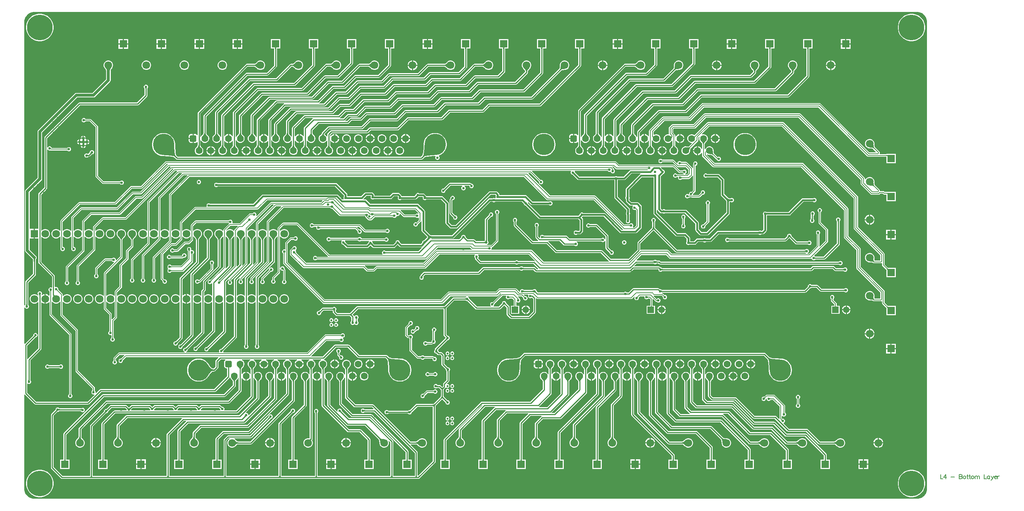
<source format=gbl>
G04*
G04 #@! TF.GenerationSoftware,Altium Limited,Altium Designer,22.10.1 (41)*
G04*
G04 Layer_Physical_Order=4*
G04 Layer_Color=16711680*
%FSLAX25Y25*%
%MOIN*%
G70*
G04*
G04 #@! TF.SameCoordinates,B22AEA06-AE45-4BA8-881C-222E2ACC086B*
G04*
G04*
G04 #@! TF.FilePolarity,Positive*
G04*
G01*
G75*
%ADD14C,0.01500*%
%ADD16C,0.01000*%
%ADD18C,0.00800*%
%ADD19C,0.00600*%
%ADD108C,0.02500*%
%ADD110R,0.07087X0.07087*%
%ADD111C,0.07087*%
%ADD112C,0.23622*%
%ADD113C,0.19685*%
%ADD114C,0.06299*%
G04:AMPARAMS|DCode=115|XSize=62.99mil|YSize=62.99mil|CornerRadius=15.75mil|HoleSize=0mil|Usage=FLASHONLY|Rotation=270.000|XOffset=0mil|YOffset=0mil|HoleType=Round|Shape=RoundedRectangle|*
%AMROUNDEDRECTD115*
21,1,0.06299,0.03150,0,0,270.0*
21,1,0.03150,0.06299,0,0,270.0*
1,1,0.03150,-0.01575,-0.01575*
1,1,0.03150,-0.01575,0.01575*
1,1,0.03150,0.01575,0.01575*
1,1,0.03150,0.01575,-0.01575*
%
%ADD115ROUNDEDRECTD115*%
%ADD116C,0.05906*%
%ADD117R,0.05906X0.05906*%
%ADD118R,0.07087X0.07087*%
%ADD119C,0.02362*%
%ADD120C,0.01968*%
%ADD121C,0.02700*%
G36*
X80357Y397381D02*
X80148Y397125D01*
X79963Y396859D01*
X79803Y396582D01*
X79668Y396296D01*
X79557Y396000D01*
X79471Y395694D01*
X79409Y395378D01*
X79373Y395052D01*
X79360Y394716D01*
X76860D01*
X76848Y395052D01*
X76811Y395378D01*
X76749Y395694D01*
X76663Y396000D01*
X76553Y396296D01*
X76417Y396582D01*
X76257Y396859D01*
X76073Y397125D01*
X75864Y397381D01*
X75630Y397627D01*
X80590D01*
X80357Y397381D01*
D02*
G37*
G36*
X113521Y379345D02*
X113465Y379273D01*
X113416Y379194D01*
X113374Y379109D01*
X113338Y379018D01*
X113308Y378922D01*
X113285Y378820D01*
X113269Y378711D01*
X113259Y378597D01*
X113256Y378477D01*
X112256D01*
X112253Y378597D01*
X112243Y378711D01*
X112226Y378820D01*
X112204Y378922D01*
X112174Y379018D01*
X112138Y379109D01*
X112096Y379194D01*
X112047Y379273D01*
X111991Y379345D01*
X111929Y379412D01*
X113583D01*
X113521Y379345D01*
D02*
G37*
G36*
X822500Y449197D02*
X823406Y449197D01*
X825183Y448844D01*
X826857Y448150D01*
X828363Y447144D01*
X829644Y445863D01*
X830650Y444356D01*
X831344Y442683D01*
X831697Y440906D01*
X831697Y440000D01*
X831697Y10000D01*
X831697Y9094D01*
X831344Y7317D01*
X830651Y5643D01*
X829644Y4137D01*
X828363Y2856D01*
X826857Y1849D01*
X825183Y1156D01*
X823406Y803D01*
X822500Y803D01*
X10000D01*
X9094Y803D01*
X7317Y1156D01*
X5644Y1850D01*
X4137Y2856D01*
X2856Y4137D01*
X1850Y5643D01*
X1156Y7317D01*
X803Y9094D01*
X803Y10000D01*
X803Y96634D01*
X1303Y96841D01*
X10072Y88072D01*
X10498Y87787D01*
X11000Y87687D01*
X59500D01*
X60002Y87787D01*
X60428Y88072D01*
X71544Y99187D01*
X176000D01*
X176502Y99287D01*
X176928Y99572D01*
X189546Y112190D01*
X189795Y112562D01*
X190015Y112581D01*
X190322Y112524D01*
X190383Y112299D01*
X190901Y111401D01*
X191233Y111069D01*
X191275Y111006D01*
X191583Y110694D01*
X192093Y110113D01*
X192283Y109862D01*
X192442Y109624D01*
X192564Y109409D01*
X192653Y109219D01*
X192709Y109056D01*
X192738Y108924D01*
X192739Y108916D01*
Y105595D01*
X184456Y97313D01*
X73500D01*
X72998Y97213D01*
X72572Y96928D01*
X37182Y61538D01*
X36898Y61112D01*
X36798Y60610D01*
Y36988D01*
X33779D01*
Y28327D01*
X42441D01*
Y36988D01*
X39423D01*
Y60066D01*
X74044Y94687D01*
X185000D01*
X185502Y94787D01*
X185928Y95072D01*
X194979Y104123D01*
X195264Y104549D01*
X195364Y105051D01*
Y108916D01*
X195364Y108924D01*
X195393Y109056D01*
X195450Y109219D01*
X195538Y109409D01*
X195661Y109624D01*
X195819Y109862D01*
X196009Y110112D01*
X196520Y110694D01*
X196827Y111006D01*
X196869Y111069D01*
X197202Y111401D01*
X197672Y112216D01*
X197982Y112201D01*
X198172Y112129D01*
Y101028D01*
X188456Y91313D01*
X76500D01*
X75998Y91213D01*
X75572Y90928D01*
X50962Y66318D01*
X50677Y65892D01*
X50577Y65390D01*
Y57891D01*
X50575Y57860D01*
X50540Y57709D01*
X50471Y57522D01*
X50364Y57301D01*
X50217Y57050D01*
X50027Y56774D01*
X49801Y56480D01*
X49200Y55803D01*
X48839Y55437D01*
X48797Y55374D01*
X48424Y55002D01*
X47854Y54014D01*
X47559Y52913D01*
Y51772D01*
X47854Y50671D01*
X48424Y49683D01*
X49231Y48877D01*
X50218Y48307D01*
X51320Y48012D01*
X52460D01*
X53561Y48307D01*
X54549Y48877D01*
X55355Y49683D01*
X55925Y50671D01*
X56221Y51772D01*
Y52913D01*
X55925Y54014D01*
X55355Y55002D01*
X54983Y55374D01*
X54941Y55437D01*
X54580Y55803D01*
X53979Y56480D01*
X53752Y56774D01*
X53563Y57050D01*
X53415Y57301D01*
X53308Y57522D01*
X53240Y57709D01*
X53205Y57860D01*
X53202Y57891D01*
Y64846D01*
X77044Y88687D01*
X189000D01*
X189502Y88787D01*
X189928Y89072D01*
X200412Y99556D01*
X200697Y99982D01*
X200797Y100484D01*
Y111656D01*
X201297Y111791D01*
X201597Y111271D01*
X202369Y110498D01*
X203316Y109952D01*
X204371Y109669D01*
X204417D01*
Y113819D01*
Y117968D01*
X204371D01*
X203316Y117686D01*
X202369Y117139D01*
X201597Y116367D01*
X201297Y115847D01*
X200797Y115981D01*
Y120097D01*
X200798Y120105D01*
X200827Y120238D01*
X200883Y120400D01*
X200971Y120590D01*
X201094Y120805D01*
X201253Y121043D01*
X201442Y121293D01*
X201953Y121875D01*
X202260Y122187D01*
X202302Y122250D01*
X202635Y122583D01*
X203153Y123480D01*
X203421Y124482D01*
Y125518D01*
X203153Y126520D01*
X202635Y127417D01*
X201902Y128150D01*
X201004Y128669D01*
X200934Y128687D01*
X201000Y129187D01*
X208835D01*
X208900Y128687D01*
X208831Y128669D01*
X207933Y128150D01*
X207200Y127417D01*
X206682Y126520D01*
X206413Y125518D01*
Y124482D01*
X206682Y123480D01*
X207200Y122583D01*
X207533Y122250D01*
X207574Y122187D01*
X207882Y121875D01*
X208393Y121294D01*
X208582Y121043D01*
X208741Y120806D01*
X208863Y120590D01*
X208952Y120400D01*
X209008Y120238D01*
X209037Y120105D01*
X209038Y120097D01*
Y115981D01*
X208538Y115847D01*
X208238Y116367D01*
X207465Y117139D01*
X206519Y117686D01*
X205464Y117968D01*
X205417D01*
Y113819D01*
Y109669D01*
X205464D01*
X206519Y109952D01*
X207465Y110498D01*
X208238Y111271D01*
X208538Y111791D01*
X209038Y111656D01*
Y95394D01*
X195775Y82131D01*
X185069D01*
X184771Y82631D01*
X184968Y83108D01*
Y83892D01*
X184669Y84615D01*
X184115Y85169D01*
X183392Y85469D01*
X183081D01*
X183019Y85483D01*
X182966Y85485D01*
X182951Y85487D01*
X182934Y85491D01*
X182912Y85499D01*
X182885Y85510D01*
X182852Y85528D01*
X182813Y85553D01*
X182778Y85578D01*
X181428Y86928D01*
X181002Y87213D01*
X180500Y87313D01*
X164000D01*
X163498Y87213D01*
X163072Y86928D01*
X161722Y85578D01*
X161687Y85553D01*
X161648Y85528D01*
X161615Y85510D01*
X161588Y85499D01*
X161566Y85491D01*
X161549Y85487D01*
X161534Y85485D01*
X161500Y85484D01*
X161466Y85485D01*
X161451Y85487D01*
X161434Y85491D01*
X161412Y85499D01*
X161385Y85510D01*
X161352Y85528D01*
X161313Y85553D01*
X161278Y85578D01*
X159928Y86928D01*
X159502Y87213D01*
X159000Y87313D01*
X142500D01*
X141998Y87213D01*
X141572Y86928D01*
X140262Y85618D01*
X139738D01*
X138428Y86928D01*
X138002Y87213D01*
X137500Y87313D01*
X121000D01*
X120498Y87213D01*
X120072Y86928D01*
X118722Y85578D01*
X118687Y85553D01*
X118648Y85528D01*
X118615Y85510D01*
X118588Y85499D01*
X118566Y85491D01*
X118549Y85487D01*
X118534Y85485D01*
X118500Y85484D01*
X118466Y85485D01*
X118451Y85487D01*
X118434Y85491D01*
X118412Y85499D01*
X118385Y85510D01*
X118352Y85528D01*
X118313Y85553D01*
X118278Y85578D01*
X116928Y86928D01*
X116502Y87213D01*
X116000Y87313D01*
X100000D01*
X99498Y87213D01*
X99072Y86928D01*
X97222Y85078D01*
X97187Y85053D01*
X97148Y85028D01*
X97115Y85010D01*
X97088Y84999D01*
X97066Y84991D01*
X97049Y84987D01*
X97034Y84985D01*
X97000Y84984D01*
X96966Y84985D01*
X96951Y84987D01*
X96934Y84991D01*
X96912Y84999D01*
X96885Y85010D01*
X96852Y85028D01*
X96813Y85053D01*
X96778Y85078D01*
X94928Y86928D01*
X94502Y87213D01*
X94000Y87313D01*
X80500D01*
X79998Y87213D01*
X79572Y86928D01*
X76222Y83578D01*
X76187Y83553D01*
X76148Y83528D01*
X76115Y83510D01*
X76088Y83499D01*
X76066Y83491D01*
X76049Y83487D01*
X76034Y83485D01*
X75981Y83483D01*
X75919Y83469D01*
X75608D01*
X74885Y83169D01*
X74331Y82615D01*
X74032Y81892D01*
Y81581D01*
X74017Y81519D01*
X74015Y81466D01*
X74013Y81451D01*
X74009Y81434D01*
X74001Y81412D01*
X73990Y81385D01*
X73972Y81352D01*
X73947Y81313D01*
X73922Y81278D01*
X61572Y68928D01*
X61287Y68502D01*
X61187Y68000D01*
Y21881D01*
X61180Y21838D01*
X61175Y21825D01*
X61162Y21820D01*
X61119Y21813D01*
X36044D01*
X27813Y30044D01*
Y77456D01*
X31278Y80922D01*
X31313Y80947D01*
X31352Y80972D01*
X31385Y80990D01*
X31412Y81001D01*
X31434Y81009D01*
X31451Y81013D01*
X31466Y81015D01*
X31519Y81017D01*
X31581Y81032D01*
X31892D01*
X32615Y81331D01*
X32835Y81551D01*
X32889Y81584D01*
X32928Y81620D01*
X32940Y81629D01*
X32955Y81639D01*
X32976Y81649D01*
X33003Y81660D01*
X33039Y81671D01*
X33084Y81681D01*
X33127Y81687D01*
X52706D01*
X52831Y81385D01*
X53385Y80831D01*
X54108Y80532D01*
X54892D01*
X55615Y80831D01*
X56169Y81385D01*
X56468Y82108D01*
Y82892D01*
X56169Y83615D01*
X55615Y84169D01*
X54892Y84469D01*
X54108D01*
X53872Y84371D01*
X53828Y84366D01*
X53814Y84361D01*
X53045Y84313D01*
X33127D01*
X33084Y84319D01*
X33039Y84329D01*
X33003Y84340D01*
X32976Y84351D01*
X32955Y84361D01*
X32940Y84371D01*
X32928Y84380D01*
X32889Y84416D01*
X32835Y84449D01*
X32615Y84669D01*
X31892Y84969D01*
X31108D01*
X30385Y84669D01*
X29831Y84115D01*
X29531Y83392D01*
Y83081D01*
X29517Y83019D01*
X29515Y82966D01*
X29513Y82951D01*
X29509Y82934D01*
X29501Y82912D01*
X29490Y82885D01*
X29472Y82852D01*
X29447Y82813D01*
X29422Y82778D01*
X25572Y78928D01*
X25287Y78502D01*
X25187Y78000D01*
Y29500D01*
X25287Y28998D01*
X25572Y28572D01*
X34572Y19572D01*
X34998Y19287D01*
X35500Y19187D01*
X363500D01*
X364002Y19287D01*
X364428Y19572D01*
X378928Y34072D01*
X379213Y34498D01*
X379313Y35000D01*
Y85970D01*
X379323Y86062D01*
X379346Y86184D01*
X379378Y86301D01*
X379419Y86412D01*
X379469Y86520D01*
X379529Y86625D01*
X379599Y86728D01*
X379657Y86800D01*
X385167Y92310D01*
X385833D01*
X388422Y89722D01*
X388447Y89687D01*
X388472Y89648D01*
X388490Y89615D01*
X388501Y89588D01*
X388509Y89566D01*
X388513Y89549D01*
X388515Y89534D01*
X388517Y89481D01*
X388531Y89419D01*
Y89108D01*
X388831Y88385D01*
X389385Y87831D01*
X390108Y87532D01*
X390892D01*
X391615Y87831D01*
X392169Y88385D01*
X392469Y89108D01*
Y89892D01*
X392169Y90615D01*
X391615Y91169D01*
X390892Y91469D01*
X390581D01*
X390519Y91483D01*
X390466Y91485D01*
X390451Y91487D01*
X390434Y91491D01*
X390412Y91499D01*
X390385Y91510D01*
X390352Y91528D01*
X390313Y91553D01*
X390278Y91578D01*
X387157Y94700D01*
X387099Y94772D01*
X387029Y94875D01*
X386969Y94980D01*
X386919Y95088D01*
X386878Y95199D01*
X386846Y95316D01*
X386823Y95438D01*
X386813Y95530D01*
Y100970D01*
X386823Y101061D01*
X386846Y101184D01*
X386878Y101301D01*
X386919Y101412D01*
X386969Y101520D01*
X387029Y101625D01*
X387099Y101728D01*
X387157Y101800D01*
X388428Y103072D01*
X388543Y103244D01*
X389144Y103340D01*
X389159Y103335D01*
X389331Y103163D01*
X389982Y102894D01*
X390687D01*
X391338Y103163D01*
X391837Y103662D01*
X392106Y104313D01*
Y105018D01*
X391837Y105669D01*
X391338Y106167D01*
X390687Y106437D01*
X390000D01*
X389952Y106489D01*
X389730Y106874D01*
X391553Y108697D01*
X391838Y109123D01*
X391938Y109625D01*
Y118374D01*
X391944Y118416D01*
X391954Y118461D01*
X391965Y118497D01*
X391976Y118524D01*
X391986Y118545D01*
X391996Y118560D01*
X392005Y118572D01*
X392041Y118611D01*
X392074Y118665D01*
X392294Y118885D01*
X392594Y119608D01*
Y120392D01*
X392294Y121115D01*
X391740Y121669D01*
X391017Y121968D01*
X390706D01*
X390644Y121983D01*
X390591Y121985D01*
X390576Y121987D01*
X390559Y121991D01*
X390537Y121999D01*
X390510Y122010D01*
X390477Y122028D01*
X390438Y122053D01*
X390403Y122078D01*
X387313Y125169D01*
Y133000D01*
X387213Y133502D01*
X386928Y133928D01*
X385428Y135428D01*
X385002Y135713D01*
X384500Y135813D01*
X382544D01*
X382078Y136278D01*
X382053Y136313D01*
X382028Y136352D01*
X382010Y136385D01*
X381999Y136412D01*
X381991Y136434D01*
X381987Y136451D01*
X381985Y136466D01*
X381983Y136519D01*
X381968Y136581D01*
Y136892D01*
X381669Y137615D01*
X381449Y137835D01*
X381416Y137889D01*
X381380Y137928D01*
X381371Y137940D01*
X381361Y137955D01*
X381351Y137976D01*
X381346Y137989D01*
X390278Y146922D01*
X390313Y146947D01*
X390352Y146972D01*
X390385Y146990D01*
X390412Y147001D01*
X390434Y147009D01*
X390451Y147013D01*
X390466Y147015D01*
X390519Y147017D01*
X390581Y147031D01*
X390892D01*
X391615Y147331D01*
X392169Y147885D01*
X392469Y148608D01*
Y149392D01*
X392169Y150115D01*
X391615Y150669D01*
X390892Y150969D01*
X390768D01*
X390747Y150974D01*
X390716Y150985D01*
X390681Y151001D01*
X390640Y151023D01*
X390596Y151050D01*
X390555Y151079D01*
X390494Y151129D01*
X389313Y152311D01*
Y175970D01*
X389323Y176062D01*
X389346Y176184D01*
X389378Y176301D01*
X389419Y176412D01*
X389469Y176520D01*
X389529Y176625D01*
X389599Y176728D01*
X389656Y176800D01*
X396544Y183687D01*
X406874D01*
X406916Y183681D01*
X406961Y183671D01*
X406997Y183660D01*
X407024Y183649D01*
X407045Y183639D01*
X407060Y183629D01*
X407072Y183620D01*
X407111Y183584D01*
X407165Y183551D01*
X407385Y183331D01*
X408108Y183031D01*
X408419D01*
X408481Y183017D01*
X408534Y183015D01*
X408549Y183013D01*
X408566Y183009D01*
X408588Y183001D01*
X408615Y182990D01*
X408648Y182972D01*
X408687Y182947D01*
X408722Y182922D01*
X416072Y175572D01*
X416498Y175287D01*
X417000Y175187D01*
X438000D01*
X438502Y175287D01*
X438928Y175572D01*
X442278Y178922D01*
X442313Y178947D01*
X442352Y178972D01*
X442385Y178990D01*
X442412Y179001D01*
X442434Y179009D01*
X442451Y179013D01*
X442466Y179015D01*
X442500Y179016D01*
X442534Y179015D01*
X442549Y179013D01*
X442566Y179009D01*
X442588Y179001D01*
X442615Y178990D01*
X442648Y178972D01*
X442687Y178947D01*
X442722Y178922D01*
X444687Y176956D01*
Y171000D01*
X444787Y170498D01*
X445072Y170072D01*
X448072Y167072D01*
X448498Y166787D01*
X449000Y166687D01*
X465500D01*
X466002Y166787D01*
X466428Y167072D01*
X471428Y172072D01*
X471713Y172498D01*
X471813Y173000D01*
Y185412D01*
X472022Y185559D01*
X472295Y185637D01*
X472716Y185216D01*
X473076Y184976D01*
X473500Y184891D01*
X559500Y184891D01*
X559924Y184976D01*
X560284Y185216D01*
X562116Y187048D01*
X562539Y186765D01*
X562282Y186142D01*
Y185358D01*
X562581Y184635D01*
X563135Y184081D01*
X563858Y183782D01*
X564642D01*
X565365Y184081D01*
X565919Y184635D01*
X566219Y185358D01*
Y185679D01*
X566234Y185750D01*
X566235Y185873D01*
X566242Y185964D01*
X566252Y186042D01*
X566264Y186108D01*
X566279Y186161D01*
X566294Y186202D01*
X566308Y186232D01*
X566318Y186250D01*
X567459Y187391D01*
X571288D01*
X571566Y186976D01*
X571531Y186892D01*
Y186108D01*
X571831Y185385D01*
X572385Y184831D01*
X573108Y184531D01*
X573892D01*
X574615Y184831D01*
X574842Y185058D01*
X574903Y185097D01*
X574991Y185183D01*
X575059Y185243D01*
X575122Y185291D01*
X575177Y185328D01*
X575225Y185356D01*
X575265Y185375D01*
X575296Y185386D01*
X575315Y185391D01*
X576041D01*
X576891Y184541D01*
Y178740D01*
X573760D01*
Y171260D01*
X581240D01*
Y178740D01*
X579109D01*
Y184616D01*
X579609Y184823D01*
X581716Y182716D01*
X582076Y182476D01*
X582500Y182391D01*
X582685D01*
X582704Y182386D01*
X582735Y182375D01*
X582775Y182356D01*
X582823Y182328D01*
X582878Y182291D01*
X582941Y182243D01*
X583009Y182183D01*
X583097Y182097D01*
X583158Y182058D01*
X583385Y181831D01*
X584108Y181532D01*
X584892D01*
X585615Y181831D01*
X586169Y182385D01*
X586469Y183108D01*
Y183892D01*
X586169Y184615D01*
X585615Y185169D01*
X584892Y185468D01*
X584108D01*
X583385Y185169D01*
X583158Y184942D01*
X583097Y184903D01*
X583009Y184817D01*
X582941Y184757D01*
X582878Y184709D01*
X582867Y184701D01*
X580109Y187459D01*
X580355Y187920D01*
X580500Y187891D01*
X587541D01*
X588432Y187000D01*
X588442Y186983D01*
X588456Y186952D01*
X588471Y186911D01*
X588486Y186858D01*
X588498Y186792D01*
X588508Y186714D01*
X588515Y186623D01*
X588516Y186500D01*
X588531Y186429D01*
Y186108D01*
X588831Y185385D01*
X589385Y184831D01*
X590108Y184531D01*
X590892D01*
X591615Y184831D01*
X592169Y185385D01*
X592469Y186108D01*
Y186892D01*
X592169Y187615D01*
X591615Y188169D01*
X590892Y188469D01*
X590571D01*
X590500Y188484D01*
X590377Y188486D01*
X590286Y188492D01*
X590208Y188502D01*
X590142Y188514D01*
X590089Y188529D01*
X590048Y188544D01*
X590018Y188558D01*
X590000Y188568D01*
X588784Y189784D01*
X588424Y190024D01*
X588035Y190102D01*
X587996Y190117D01*
X587757Y190609D01*
X587764Y190620D01*
X587888Y190687D01*
X719500D01*
X720002Y190787D01*
X720428Y191072D01*
X723778Y194422D01*
X723813Y194447D01*
X723852Y194472D01*
X723885Y194490D01*
X723912Y194501D01*
X723934Y194509D01*
X723951Y194513D01*
X723966Y194515D01*
X724019Y194517D01*
X724081Y194532D01*
X724392D01*
X725115Y194831D01*
X725335Y195051D01*
X725389Y195084D01*
X725428Y195120D01*
X725440Y195129D01*
X725455Y195139D01*
X725476Y195149D01*
X725503Y195160D01*
X725539Y195171D01*
X725584Y195181D01*
X725627Y195187D01*
X729956D01*
X733072Y192072D01*
X733498Y191787D01*
X734000Y191687D01*
X755373D01*
X755416Y191681D01*
X755461Y191671D01*
X755497Y191660D01*
X755524Y191649D01*
X755545Y191639D01*
X755560Y191629D01*
X755572Y191620D01*
X755611Y191584D01*
X755665Y191551D01*
X755885Y191331D01*
X756608Y191032D01*
X757392D01*
X758115Y191331D01*
X758669Y191885D01*
X758968Y192608D01*
Y193392D01*
X758669Y194115D01*
X758115Y194669D01*
X757392Y194968D01*
X756608D01*
X755885Y194669D01*
X755665Y194449D01*
X755611Y194416D01*
X755572Y194380D01*
X755560Y194371D01*
X755545Y194361D01*
X755524Y194351D01*
X755497Y194340D01*
X755461Y194329D01*
X755416Y194319D01*
X755373Y194313D01*
X734544D01*
X731428Y197428D01*
X731002Y197713D01*
X730500Y197813D01*
X725627D01*
X725584Y197819D01*
X725539Y197829D01*
X725503Y197840D01*
X725476Y197851D01*
X725455Y197861D01*
X725440Y197871D01*
X725428Y197880D01*
X725389Y197916D01*
X725335Y197949D01*
X725115Y198169D01*
X724392Y198468D01*
X723608D01*
X722885Y198169D01*
X722331Y197615D01*
X722031Y196892D01*
Y196581D01*
X722017Y196519D01*
X722015Y196466D01*
X722013Y196451D01*
X722009Y196434D01*
X722001Y196412D01*
X721990Y196385D01*
X721972Y196352D01*
X721947Y196313D01*
X721922Y196278D01*
X718956Y193313D01*
X587627D01*
X587584Y193319D01*
X587539Y193329D01*
X587503Y193340D01*
X587476Y193351D01*
X587455Y193361D01*
X587440Y193371D01*
X587428Y193380D01*
X587389Y193416D01*
X587335Y193449D01*
X587115Y193669D01*
X586392Y193968D01*
X585641D01*
X585640Y193969D01*
X585612Y193985D01*
X585584Y194005D01*
X585161Y194428D01*
X584735Y194713D01*
X584233Y194813D01*
X561500D01*
X560998Y194713D01*
X560572Y194428D01*
X556956Y190813D01*
X555626D01*
X555584Y190819D01*
X555539Y190829D01*
X555503Y190840D01*
X555476Y190851D01*
X555455Y190861D01*
X555440Y190871D01*
X555428Y190880D01*
X555389Y190916D01*
X555335Y190949D01*
X555115Y191169D01*
X554392Y191469D01*
X553608D01*
X552885Y191169D01*
X552665Y190949D01*
X552611Y190916D01*
X552572Y190880D01*
X552560Y190871D01*
X552545Y190861D01*
X552524Y190851D01*
X552497Y190840D01*
X552461Y190829D01*
X552416Y190819D01*
X552374Y190813D01*
X473544D01*
X472578Y191778D01*
X472553Y191813D01*
X472528Y191852D01*
X472510Y191885D01*
X472499Y191912D01*
X472491Y191934D01*
X472487Y191951D01*
X472485Y191966D01*
X472483Y192019D01*
X472469Y192081D01*
Y192392D01*
X472169Y193115D01*
X471615Y193669D01*
X470892Y193968D01*
X470108D01*
X469385Y193669D01*
X469187Y193471D01*
X469139Y193443D01*
X469099Y193407D01*
X469085Y193397D01*
X469068Y193386D01*
X469045Y193376D01*
X469016Y193364D01*
X468978Y193353D01*
X468931Y193343D01*
X468888Y193336D01*
X460603D01*
X460560Y193343D01*
X460515Y193353D01*
X460479Y193364D01*
X460452Y193375D01*
X460431Y193385D01*
X460416Y193394D01*
X460404Y193403D01*
X460365Y193439D01*
X460311Y193473D01*
X460091Y193693D01*
X459368Y193992D01*
X458585D01*
X457861Y193693D01*
X457308Y193139D01*
X457008Y192415D01*
Y191767D01*
X456606Y191536D01*
X456546Y191522D01*
X453684Y194384D01*
X453324Y194624D01*
X452900Y194709D01*
X438100D01*
X437676Y194624D01*
X437316Y194384D01*
X434541Y191609D01*
X391500D01*
X391076Y191524D01*
X390716Y191284D01*
X384041Y184609D01*
X277515D01*
X243109Y219015D01*
Y236041D01*
X246459Y239391D01*
X248685D01*
X248704Y239386D01*
X248735Y239375D01*
X248775Y239356D01*
X248823Y239329D01*
X248878Y239291D01*
X248941Y239243D01*
X249009Y239183D01*
X249097Y239097D01*
X249158Y239058D01*
X249385Y238831D01*
X250108Y238531D01*
X250892D01*
X251615Y238831D01*
X252169Y239385D01*
X252468Y240108D01*
Y240892D01*
X252169Y241615D01*
X251615Y242169D01*
X250892Y242469D01*
X250108D01*
X249385Y242169D01*
X249158Y241942D01*
X249097Y241903D01*
X249009Y241817D01*
X248941Y241757D01*
X248878Y241709D01*
X248823Y241671D01*
X248775Y241644D01*
X248735Y241625D01*
X248704Y241614D01*
X248685Y241609D01*
X246000D01*
X245576Y241524D01*
X245216Y241284D01*
X241216Y237284D01*
X240976Y236924D01*
X240891Y236500D01*
Y230712D01*
X240476Y230434D01*
X240392Y230469D01*
X239608D01*
X238885Y230169D01*
X238331Y229615D01*
X238032Y228892D01*
Y228108D01*
X238331Y227385D01*
X238885Y226831D01*
X238891Y226829D01*
Y218000D01*
X238976Y217576D01*
X239216Y217216D01*
X275716Y180716D01*
X276076Y180476D01*
X276500Y180391D01*
X385500D01*
X385924Y180476D01*
X386284Y180716D01*
X392959Y187391D01*
X407823D01*
X407922Y186891D01*
X407385Y186669D01*
X407165Y186449D01*
X407111Y186416D01*
X407072Y186380D01*
X407060Y186371D01*
X407045Y186361D01*
X407024Y186351D01*
X406997Y186340D01*
X406961Y186329D01*
X406916Y186319D01*
X406874Y186313D01*
X396000D01*
X395498Y186213D01*
X395072Y185928D01*
X387800Y178656D01*
X387728Y178599D01*
X387625Y178529D01*
X387520Y178469D01*
X387412Y178419D01*
X387301Y178378D01*
X387184Y178346D01*
X387062Y178323D01*
X386970Y178313D01*
X307500D01*
X306998Y178213D01*
X306572Y177928D01*
X300800Y172157D01*
X300728Y172099D01*
X300625Y172029D01*
X300520Y171969D01*
X300412Y171919D01*
X300301Y171878D01*
X300184Y171846D01*
X300061Y171823D01*
X299970Y171813D01*
X289044D01*
X287313Y173544D01*
Y173873D01*
X287319Y173916D01*
X287329Y173961D01*
X287340Y173997D01*
X287351Y174024D01*
X287361Y174045D01*
X287371Y174060D01*
X287380Y174072D01*
X287416Y174111D01*
X287449Y174165D01*
X287669Y174385D01*
X287968Y175108D01*
Y175892D01*
X287669Y176615D01*
X287115Y177169D01*
X286392Y177469D01*
X285608D01*
X284885Y177169D01*
X284665Y176949D01*
X284611Y176916D01*
X284572Y176880D01*
X284560Y176871D01*
X284545Y176861D01*
X284524Y176851D01*
X284497Y176840D01*
X284461Y176829D01*
X284416Y176819D01*
X284373Y176813D01*
X275500D01*
X274998Y176713D01*
X274572Y176428D01*
X272222Y174078D01*
X272187Y174053D01*
X272148Y174028D01*
X272115Y174010D01*
X272088Y173999D01*
X272066Y173991D01*
X272049Y173987D01*
X272034Y173985D01*
X271981Y173983D01*
X271919Y173969D01*
X271608D01*
X270885Y173669D01*
X270331Y173115D01*
X270031Y172392D01*
Y171608D01*
X270331Y170885D01*
X270885Y170331D01*
X271608Y170031D01*
X272392D01*
X273115Y170331D01*
X273669Y170885D01*
X273969Y171608D01*
Y171919D01*
X273983Y171981D01*
X273985Y172034D01*
X273987Y172049D01*
X273991Y172066D01*
X273999Y172088D01*
X274010Y172115D01*
X274028Y172148D01*
X274053Y172187D01*
X274078Y172222D01*
X276044Y174187D01*
X284373D01*
X284416Y174181D01*
X284461Y174171D01*
X284497Y174160D01*
X284524Y174149D01*
X284545Y174139D01*
X284560Y174129D01*
X284572Y174120D01*
X284597Y174097D01*
X284620Y174072D01*
X284629Y174060D01*
X284639Y174045D01*
X284649Y174024D01*
X284660Y173997D01*
X284671Y173961D01*
X284681Y173916D01*
X284687Y173873D01*
Y173000D01*
X284787Y172498D01*
X285072Y172072D01*
X287572Y169572D01*
X287998Y169287D01*
X288500Y169187D01*
X299970D01*
X300061Y169177D01*
X300184Y169154D01*
X300301Y169122D01*
X300412Y169081D01*
X300520Y169031D01*
X300625Y168971D01*
X300728Y168901D01*
X300800Y168843D01*
X301687Y167956D01*
Y164627D01*
X301681Y164584D01*
X301671Y164539D01*
X301660Y164503D01*
X301649Y164476D01*
X301639Y164455D01*
X301629Y164440D01*
X301620Y164428D01*
X301584Y164389D01*
X301551Y164335D01*
X301331Y164115D01*
X301031Y163392D01*
Y162608D01*
X301331Y161885D01*
X301885Y161331D01*
X302608Y161031D01*
X303392D01*
X304115Y161331D01*
X304423Y161639D01*
X304750Y161836D01*
X305077Y161639D01*
X305385Y161331D01*
X306108Y161031D01*
X306892D01*
X307615Y161331D01*
X308169Y161885D01*
X308469Y162608D01*
Y163392D01*
X308169Y164115D01*
X307942Y164342D01*
X307903Y164403D01*
X307817Y164491D01*
X307757Y164559D01*
X307709Y164622D01*
X307671Y164677D01*
X307644Y164725D01*
X307625Y164765D01*
X307614Y164796D01*
X307609Y164815D01*
Y166185D01*
X307614Y166204D01*
X307625Y166235D01*
X307644Y166275D01*
X307671Y166323D01*
X307709Y166378D01*
X307757Y166441D01*
X307817Y166509D01*
X307903Y166597D01*
X307942Y166658D01*
X308169Y166885D01*
X308469Y167608D01*
Y168392D01*
X308169Y169115D01*
X307615Y169669D01*
X306892Y169968D01*
X306108D01*
X305385Y169669D01*
X304831Y169115D01*
X304743Y168901D01*
X304223Y168952D01*
X304213Y169002D01*
X303928Y169428D01*
X302905Y170451D01*
X302880Y170488D01*
X302873Y170500D01*
X302880Y170512D01*
X302905Y170549D01*
X308044Y175687D01*
X386618D01*
X386662Y175680D01*
X386675Y175675D01*
X386680Y175662D01*
X386687Y175619D01*
Y151767D01*
X386787Y151265D01*
X387072Y150839D01*
X388495Y149416D01*
X388515Y149388D01*
X388531Y149360D01*
X388531Y149358D01*
Y149081D01*
X388517Y149019D01*
X388515Y148966D01*
X388513Y148951D01*
X388509Y148934D01*
X388501Y148912D01*
X388490Y148885D01*
X388472Y148852D01*
X388447Y148813D01*
X388422Y148778D01*
X379072Y139428D01*
X378787Y139002D01*
X378687Y138500D01*
Y138127D01*
X378681Y138084D01*
X378671Y138039D01*
X378660Y138003D01*
X378649Y137976D01*
X378639Y137955D01*
X378629Y137940D01*
X378620Y137928D01*
X378584Y137889D01*
X378551Y137835D01*
X378331Y137615D01*
X378031Y136892D01*
Y136108D01*
X378331Y135385D01*
X378885Y134831D01*
X379608Y134531D01*
X379919D01*
X379981Y134517D01*
X380034Y134515D01*
X380049Y134513D01*
X380066Y134509D01*
X380088Y134501D01*
X380115Y134490D01*
X380148Y134472D01*
X380187Y134447D01*
X380222Y134422D01*
X381072Y133572D01*
X381498Y133287D01*
X382000Y133187D01*
X383956D01*
X384687Y132456D01*
Y124625D01*
X384787Y124123D01*
X385072Y123697D01*
X388547Y120222D01*
X388572Y120187D01*
X388597Y120148D01*
X388615Y120115D01*
X388626Y120088D01*
X388634Y120066D01*
X388638Y120049D01*
X388640Y120034D01*
X388642Y119981D01*
X388656Y119919D01*
Y119608D01*
X388956Y118885D01*
X389176Y118665D01*
X389209Y118611D01*
X389245Y118572D01*
X389254Y118560D01*
X389264Y118545D01*
X389274Y118525D01*
X389285Y118497D01*
X389296Y118461D01*
X389306Y118416D01*
X389312Y118374D01*
Y110169D01*
X386572Y107428D01*
X386287Y107002D01*
X386187Y106500D01*
Y104544D01*
X385549Y103905D01*
X385512Y103880D01*
X385500Y103873D01*
X385488Y103879D01*
X385451Y103905D01*
X384074Y105282D01*
X383648Y105567D01*
X383146Y105667D01*
X381196D01*
X381160Y105673D01*
X381126Y105682D01*
X381103Y105690D01*
X381089Y105696D01*
X381086Y105698D01*
X381069Y105715D01*
X381050Y105737D01*
X381034Y105750D01*
X380615Y106169D01*
X379892Y106468D01*
X379108D01*
X378385Y106169D01*
X377831Y105615D01*
X377532Y104892D01*
Y104108D01*
X377831Y103385D01*
X378385Y102831D01*
X379108Y102532D01*
X379892D01*
X380615Y102831D01*
X380718Y102934D01*
X380753Y102960D01*
X380775Y102973D01*
X380802Y102986D01*
X380835Y103000D01*
X380875Y103013D01*
X380923Y103025D01*
X380968Y103034D01*
X381047Y103042D01*
X382602D01*
X383843Y101800D01*
X383901Y101728D01*
X383971Y101625D01*
X384031Y101520D01*
X384081Y101412D01*
X384122Y101301D01*
X384154Y101184D01*
X384177Y101061D01*
X384187Y100970D01*
Y95530D01*
X384177Y95438D01*
X384154Y95316D01*
X384122Y95199D01*
X384081Y95088D01*
X384031Y94980D01*
X383971Y94875D01*
X383901Y94772D01*
X383843Y94700D01*
X377800Y88657D01*
X377728Y88599D01*
X377625Y88529D01*
X377520Y88469D01*
X377412Y88419D01*
X377301Y88378D01*
X377184Y88346D01*
X377062Y88323D01*
X376970Y88313D01*
X362000D01*
X361498Y88213D01*
X361072Y87928D01*
X355722Y82578D01*
X355687Y82553D01*
X355648Y82528D01*
X355615Y82510D01*
X355588Y82499D01*
X355566Y82491D01*
X355549Y82487D01*
X355534Y82485D01*
X355481Y82483D01*
X355419Y82468D01*
X355108D01*
X354385Y82169D01*
X354330Y82114D01*
X354312Y82106D01*
X354273Y82092D01*
X354225Y82079D01*
X354170Y82067D01*
X354116Y82058D01*
X354042Y82052D01*
X335887D01*
X335844Y82058D01*
X335800Y82069D01*
X335764Y82079D01*
X335736Y82090D01*
X335716Y82101D01*
X335700Y82110D01*
X335688Y82119D01*
X335650Y82155D01*
X335596Y82188D01*
X335376Y82408D01*
X334652Y82708D01*
X333869D01*
X333146Y82408D01*
X332592Y81854D01*
X332292Y81131D01*
Y80348D01*
X332592Y79624D01*
X333146Y79071D01*
X333869Y78771D01*
X334652D01*
X335376Y79071D01*
X335596Y79290D01*
X335650Y79324D01*
X335688Y79360D01*
X335700Y79369D01*
X335716Y79378D01*
X335736Y79388D01*
X335764Y79399D01*
X335800Y79410D01*
X335844Y79420D01*
X335887Y79427D01*
X353773D01*
X353804Y79421D01*
X353818Y79418D01*
X353831Y79385D01*
X354385Y78831D01*
X355108Y78531D01*
X355892D01*
X356615Y78831D01*
X357169Y79385D01*
X357469Y80108D01*
Y80419D01*
X357483Y80481D01*
X357485Y80534D01*
X357487Y80549D01*
X357491Y80566D01*
X357499Y80588D01*
X357510Y80615D01*
X357528Y80648D01*
X357553Y80687D01*
X357578Y80722D01*
X362544Y85687D01*
X376619D01*
X376662Y85680D01*
X376675Y85675D01*
X376680Y85662D01*
X376687Y85619D01*
Y35544D01*
X363313Y22169D01*
X362813Y22376D01*
Y43500D01*
X362713Y44002D01*
X362428Y44428D01*
X356288Y50568D01*
X356480Y51030D01*
X361342D01*
X361372Y51027D01*
X361523Y50992D01*
X361711Y50924D01*
X361931Y50817D01*
X362182Y50669D01*
X362459Y50480D01*
X362753Y50253D01*
X363430Y49652D01*
X363795Y49291D01*
X363858Y49250D01*
X364231Y48877D01*
X365218Y48307D01*
X366320Y48012D01*
X367460D01*
X368561Y48307D01*
X369549Y48877D01*
X370355Y49683D01*
X370925Y50671D01*
X371220Y51772D01*
Y52913D01*
X370925Y54014D01*
X370355Y55002D01*
X369549Y55808D01*
X368561Y56378D01*
X367460Y56673D01*
X366320D01*
X365218Y56378D01*
X364231Y55808D01*
X363858Y55436D01*
X363795Y55394D01*
X363430Y55033D01*
X362753Y54432D01*
X362459Y54205D01*
X362182Y54015D01*
X361931Y53868D01*
X361710Y53761D01*
X361523Y53693D01*
X361372Y53658D01*
X361342Y53655D01*
X356201D01*
X322428Y87428D01*
X322002Y87713D01*
X321500Y87813D01*
X305544D01*
X298592Y94764D01*
Y111656D01*
X299092Y111791D01*
X299392Y111271D01*
X300165Y110498D01*
X301111Y109952D01*
X302166Y109669D01*
X302213D01*
Y113819D01*
Y117968D01*
X302166D01*
X301111Y117686D01*
X300165Y117139D01*
X299392Y116367D01*
X299092Y115847D01*
X298592Y115981D01*
Y120097D01*
X298593Y120105D01*
X298622Y120238D01*
X298678Y120400D01*
X298766Y120590D01*
X298889Y120805D01*
X299048Y121043D01*
X299237Y121293D01*
X299748Y121875D01*
X300056Y122187D01*
X300097Y122250D01*
X300430Y122583D01*
X300948Y123480D01*
X301217Y124482D01*
Y125518D01*
X300948Y126520D01*
X300430Y127417D01*
X299697Y128150D01*
X298799Y128669D01*
X297798Y128937D01*
X296761D01*
X295760Y128669D01*
X294862Y128150D01*
X294129Y127417D01*
X293611Y126520D01*
X293342Y125518D01*
Y124482D01*
X293611Y123480D01*
X294129Y122583D01*
X294462Y122250D01*
X294503Y122187D01*
X294811Y121875D01*
X295322Y121294D01*
X295511Y121043D01*
X295670Y120806D01*
X295793Y120590D01*
X295881Y120400D01*
X295937Y120238D01*
X295966Y120105D01*
X295967Y120097D01*
Y115509D01*
X295777Y115437D01*
X295467Y115422D01*
X294997Y116236D01*
X294264Y116969D01*
X293366Y117488D01*
X292365Y117756D01*
X291328D01*
X290327Y117488D01*
X289429Y116969D01*
X288696Y116236D01*
X288178Y115339D01*
X287910Y114337D01*
Y113301D01*
X288178Y112299D01*
X288696Y111401D01*
X289029Y111069D01*
X289070Y111006D01*
X289378Y110694D01*
X289889Y110113D01*
X290078Y109862D01*
X290237Y109624D01*
X290359Y109409D01*
X290448Y109219D01*
X290504Y109056D01*
X290533Y108924D01*
X290534Y108916D01*
Y88153D01*
X290634Y87651D01*
X290918Y87225D01*
X301572Y76572D01*
X301998Y76287D01*
X302500Y76187D01*
X319456D01*
X351798Y43846D01*
Y36988D01*
X348780D01*
Y28327D01*
X357441D01*
Y36988D01*
X354423D01*
Y44390D01*
X354323Y44892D01*
X354038Y45318D01*
X320928Y78428D01*
X320502Y78713D01*
X320000Y78813D01*
X303044D01*
X293159Y88697D01*
Y108916D01*
X293160Y108924D01*
X293189Y109056D01*
X293245Y109219D01*
X293333Y109409D01*
X293456Y109624D01*
X293615Y109862D01*
X293804Y110112D01*
X294315Y110694D01*
X294623Y111006D01*
X294664Y111069D01*
X294997Y111401D01*
X295467Y112216D01*
X295777Y112201D01*
X295967Y112129D01*
Y94221D01*
X296067Y93718D01*
X296351Y93292D01*
X304072Y85572D01*
X304498Y85287D01*
X305000Y85187D01*
X320956D01*
X322369Y83775D01*
X322178Y83313D01*
X314126D01*
X314084Y83319D01*
X314039Y83329D01*
X314003Y83340D01*
X313976Y83351D01*
X313955Y83361D01*
X313940Y83371D01*
X313928Y83380D01*
X313889Y83416D01*
X313835Y83449D01*
X313615Y83669D01*
X312892Y83969D01*
X312108D01*
X311385Y83669D01*
X310831Y83115D01*
X310531Y82392D01*
Y81608D01*
X310831Y80885D01*
X311385Y80331D01*
X312108Y80032D01*
X312892D01*
X313615Y80331D01*
X313835Y80551D01*
X313889Y80584D01*
X313928Y80620D01*
X313940Y80629D01*
X313955Y80639D01*
X313976Y80649D01*
X314003Y80660D01*
X314039Y80671D01*
X314084Y80681D01*
X314126Y80687D01*
X322456D01*
X360187Y42956D01*
Y21881D01*
X360180Y21838D01*
X360175Y21825D01*
X360162Y21820D01*
X360119Y21813D01*
X340382D01*
X340338Y21820D01*
X340325Y21825D01*
X340320Y21838D01*
X340313Y21881D01*
Y53500D01*
X340213Y54002D01*
X339928Y54428D01*
X319428Y74928D01*
X319002Y75213D01*
X318500Y75313D01*
X299544D01*
X293078Y81778D01*
X293053Y81813D01*
X293028Y81852D01*
X293010Y81885D01*
X292999Y81912D01*
X292991Y81934D01*
X292987Y81951D01*
X292985Y81966D01*
X292983Y82019D01*
X292969Y82081D01*
Y82392D01*
X292669Y83115D01*
X292115Y83669D01*
X291392Y83969D01*
X290608D01*
X289885Y83669D01*
X289331Y83115D01*
X289032Y82392D01*
Y81608D01*
X289086Y81478D01*
X288662Y81195D01*
X282293Y87563D01*
Y108916D01*
X282294Y108924D01*
X282323Y109056D01*
X282379Y109219D01*
X282467Y109409D01*
X282590Y109624D01*
X282749Y109862D01*
X282938Y110112D01*
X283449Y110694D01*
X283756Y111006D01*
X283798Y111069D01*
X284131Y111401D01*
X284649Y112299D01*
X284917Y113301D01*
Y114337D01*
X284649Y115339D01*
X284131Y116236D01*
X283398Y116969D01*
X282500Y117488D01*
X281499Y117756D01*
X280462D01*
X279461Y117488D01*
X278563Y116969D01*
X277830Y116236D01*
X277360Y115422D01*
X277050Y115437D01*
X276860Y115509D01*
Y120097D01*
X276860Y120105D01*
X276889Y120238D01*
X276946Y120400D01*
X277034Y120590D01*
X277157Y120805D01*
X277315Y121043D01*
X277505Y121293D01*
X278016Y121875D01*
X278324Y122187D01*
X278365Y122250D01*
X278698Y122583D01*
X279216Y123480D01*
X279484Y124482D01*
Y125518D01*
X279216Y126520D01*
X278698Y127417D01*
X277965Y128150D01*
X277067Y128669D01*
X276593Y128796D01*
X276536Y129104D01*
X276556Y129323D01*
X276928Y129572D01*
X287544Y140187D01*
X298456D01*
X307572Y131072D01*
X307998Y130787D01*
X308500Y130687D01*
X333279D01*
X334381Y129585D01*
X334582Y129329D01*
X334814Y128881D01*
X335038Y128260D01*
X335240Y127473D01*
X335409Y126550D01*
X335768Y121198D01*
X335769Y119508D01*
X335784Y119433D01*
Y118573D01*
X336045Y116920D01*
X336562Y115329D01*
X337322Y113838D01*
X338305Y112485D01*
X339489Y111301D01*
X340842Y110318D01*
X342333Y109558D01*
X343924Y109041D01*
X345577Y108780D01*
X347250D01*
X348903Y109041D01*
X350494Y109558D01*
X351985Y110318D01*
X353338Y111301D01*
X354521Y112485D01*
X355505Y113838D01*
X356264Y115329D01*
X356782Y116920D01*
X357043Y118573D01*
Y120246D01*
X356782Y121899D01*
X356264Y123490D01*
X355505Y124981D01*
X354521Y126334D01*
X353338Y127517D01*
X351985Y128501D01*
X350494Y129261D01*
X348903Y129778D01*
X347250Y130039D01*
X346395D01*
X346324Y130054D01*
X343056Y130091D01*
X340390Y130270D01*
X339296Y130410D01*
X338350Y130583D01*
X337563Y130785D01*
X336942Y131009D01*
X336494Y131241D01*
X336238Y131441D01*
X334751Y132928D01*
X334325Y133213D01*
X333823Y133313D01*
X309044D01*
X299928Y142428D01*
X299502Y142713D01*
X299000Y142813D01*
X287000D01*
X286498Y142713D01*
X286072Y142428D01*
X275456Y131813D01*
X265034D01*
X264843Y132275D01*
X278690Y146122D01*
X290953D01*
X290973Y146117D01*
X291004Y146106D01*
X291044Y146087D01*
X291092Y146060D01*
X291147Y146022D01*
X291210Y145974D01*
X291278Y145914D01*
X291366Y145828D01*
X291427Y145789D01*
X291654Y145562D01*
X292377Y145263D01*
X293161D01*
X293884Y145562D01*
X294438Y146116D01*
X294737Y146839D01*
Y147623D01*
X294438Y148346D01*
X294121Y148663D01*
X294203Y148959D01*
X294308Y149183D01*
X294983Y149463D01*
X295537Y150017D01*
X295837Y150740D01*
Y151523D01*
X295537Y152247D01*
X294983Y152801D01*
X294260Y153100D01*
X293477D01*
X292753Y152801D01*
X292527Y152574D01*
X292465Y152534D01*
X292377Y152449D01*
X292309Y152389D01*
X292246Y152341D01*
X292191Y152303D01*
X292143Y152276D01*
X292103Y152257D01*
X292072Y152246D01*
X292053Y152241D01*
X278076D01*
X277652Y152156D01*
X277292Y151916D01*
X260985Y135609D01*
X184046D01*
X183762Y136109D01*
X183968Y136608D01*
Y136919D01*
X183983Y136981D01*
X183985Y137034D01*
X183987Y137049D01*
X183991Y137066D01*
X183999Y137088D01*
X184010Y137115D01*
X184028Y137148D01*
X184053Y137187D01*
X184078Y137222D01*
X195928Y149072D01*
X196213Y149498D01*
X196313Y150000D01*
Y181856D01*
X196813Y182063D01*
X197341Y181535D01*
X198328Y180964D01*
X199430Y180669D01*
X200570D01*
X201672Y180964D01*
X202659Y181535D01*
X203187Y182063D01*
X203687Y181856D01*
Y142627D01*
X203681Y142584D01*
X203671Y142539D01*
X203660Y142503D01*
X203649Y142476D01*
X203639Y142455D01*
X203629Y142440D01*
X203620Y142428D01*
X203584Y142389D01*
X203551Y142335D01*
X203331Y142115D01*
X203031Y141392D01*
Y140608D01*
X203331Y139885D01*
X203885Y139331D01*
X204608Y139032D01*
X205392D01*
X206115Y139331D01*
X206669Y139885D01*
X206968Y140608D01*
Y141392D01*
X206669Y142115D01*
X206449Y142335D01*
X206416Y142389D01*
X206380Y142428D01*
X206371Y142440D01*
X206361Y142455D01*
X206351Y142475D01*
X206340Y142503D01*
X206329Y142539D01*
X206319Y142584D01*
X206313Y142627D01*
Y181856D01*
X206813Y182063D01*
X207341Y181535D01*
X208328Y180964D01*
X209430Y180669D01*
X210570D01*
X211672Y180964D01*
X212659Y181535D01*
X213187Y182063D01*
X213687Y181856D01*
Y142627D01*
X213681Y142584D01*
X213671Y142539D01*
X213660Y142503D01*
X213649Y142476D01*
X213639Y142455D01*
X213629Y142440D01*
X213620Y142428D01*
X213584Y142389D01*
X213551Y142335D01*
X213331Y142115D01*
X213032Y141392D01*
Y140608D01*
X213331Y139885D01*
X213885Y139331D01*
X214608Y139032D01*
X215392D01*
X216115Y139331D01*
X216669Y139885D01*
X216968Y140608D01*
Y141392D01*
X216669Y142115D01*
X216449Y142335D01*
X216416Y142389D01*
X216380Y142428D01*
X216371Y142440D01*
X216361Y142455D01*
X216351Y142475D01*
X216340Y142503D01*
X216329Y142539D01*
X216319Y142584D01*
X216313Y142627D01*
Y181856D01*
X216813Y182063D01*
X217341Y181535D01*
X218328Y180964D01*
X219430Y180669D01*
X220570D01*
X221672Y180964D01*
X222659Y181535D01*
X223465Y182341D01*
X224036Y183328D01*
X224331Y184430D01*
Y185570D01*
X224036Y186672D01*
X223465Y187659D01*
X222659Y188465D01*
X221672Y189036D01*
X220570Y189331D01*
X219430D01*
X218328Y189036D01*
X217341Y188465D01*
X216813Y187937D01*
X216313Y188144D01*
Y203956D01*
X230928Y218572D01*
X231213Y218998D01*
X231313Y219500D01*
Y239452D01*
X231315Y239482D01*
X231350Y239633D01*
X231419Y239821D01*
X231525Y240042D01*
X231673Y240292D01*
X231862Y240569D01*
X232089Y240863D01*
X232690Y241540D01*
X233051Y241905D01*
X233093Y241968D01*
X233391Y242267D01*
X233891Y242162D01*
Y209959D01*
X229216Y205284D01*
X228976Y204924D01*
X228891Y204500D01*
Y202672D01*
X228885Y202669D01*
X228331Y202115D01*
X228031Y201392D01*
Y200608D01*
X228331Y199885D01*
X228885Y199331D01*
X229608Y199031D01*
X230392D01*
X231115Y199331D01*
X231669Y199885D01*
X231968Y200608D01*
Y201392D01*
X231669Y202115D01*
X231115Y202669D01*
X231109Y202672D01*
Y204041D01*
X235784Y208716D01*
X236024Y209076D01*
X236109Y209500D01*
Y212323D01*
X236609Y212422D01*
X236831Y211885D01*
X237385Y211331D01*
X238108Y211032D01*
X238429D01*
X238500Y211016D01*
X238623Y211014D01*
X238714Y211008D01*
X238792Y210998D01*
X238858Y210986D01*
X238891Y210977D01*
Y202315D01*
X238886Y202296D01*
X238875Y202265D01*
X238856Y202225D01*
X238828Y202177D01*
X238791Y202122D01*
X238743Y202059D01*
X238683Y201991D01*
X238597Y201903D01*
X238558Y201842D01*
X238331Y201615D01*
X238032Y200892D01*
Y200108D01*
X238331Y199385D01*
X238885Y198831D01*
X239608Y198531D01*
X240392D01*
X241115Y198831D01*
X241669Y199385D01*
X241968Y200108D01*
Y200892D01*
X241669Y201615D01*
X241442Y201842D01*
X241403Y201903D01*
X241317Y201991D01*
X241257Y202059D01*
X241209Y202122D01*
X241172Y202177D01*
X241144Y202225D01*
X241125Y202265D01*
X241114Y202296D01*
X241109Y202315D01*
Y211500D01*
X241024Y211924D01*
X240784Y212284D01*
X240568Y212500D01*
X240558Y212517D01*
X240544Y212548D01*
X240529Y212589D01*
X240514Y212642D01*
X240502Y212708D01*
X240492Y212786D01*
X240486Y212877D01*
X240484Y213000D01*
X240469Y213071D01*
Y213392D01*
X240169Y214115D01*
X239615Y214669D01*
X238892Y214968D01*
X238108D01*
X237385Y214669D01*
X236831Y214115D01*
X236609Y213578D01*
X236109Y213677D01*
Y242162D01*
X236609Y242267D01*
X237341Y241535D01*
X238328Y240964D01*
X239430Y240669D01*
X240570D01*
X241672Y240964D01*
X242659Y241535D01*
X243465Y242341D01*
X244036Y243328D01*
X244331Y244430D01*
Y245570D01*
X244036Y246672D01*
X243465Y247659D01*
X242659Y248465D01*
X241672Y249036D01*
X240570Y249331D01*
X239430D01*
X238328Y249036D01*
X237341Y248465D01*
X236609Y247733D01*
X236109Y247838D01*
Y249599D01*
X236284Y249716D01*
X239459Y252891D01*
X251541D01*
X280323Y224109D01*
X280116Y223609D01*
X270315D01*
X270296Y223614D01*
X270265Y223625D01*
X270225Y223644D01*
X270177Y223672D01*
X270122Y223709D01*
X270059Y223757D01*
X269991Y223817D01*
X269903Y223903D01*
X269842Y223942D01*
X269615Y224169D01*
X268892Y224468D01*
X268108D01*
X267385Y224169D01*
X266831Y223615D01*
X266531Y222892D01*
Y222108D01*
X266831Y221385D01*
X267385Y220831D01*
X268108Y220532D01*
X268892D01*
X269615Y220831D01*
X269842Y221058D01*
X269903Y221097D01*
X269991Y221183D01*
X270059Y221243D01*
X270122Y221291D01*
X270177Y221328D01*
X270225Y221356D01*
X270265Y221375D01*
X270296Y221386D01*
X270315Y221391D01*
X370000D01*
X370424Y221476D01*
X370784Y221716D01*
X381459Y232391D01*
X411041D01*
X412716Y230716D01*
X412877Y230609D01*
X412725Y230109D01*
X380500D01*
X380076Y230024D01*
X379716Y229784D01*
X368041Y218109D01*
X260459D01*
X251162Y227406D01*
X251152Y227423D01*
X251138Y227454D01*
X251123Y227495D01*
X251109Y227548D01*
X251096Y227614D01*
X251086Y227692D01*
X251080Y227783D01*
X251078Y227906D01*
X251063Y227977D01*
Y228297D01*
X250763Y229021D01*
X250529Y229255D01*
X250615Y229831D01*
X251169Y230385D01*
X251468Y231108D01*
Y231892D01*
X251169Y232615D01*
X250615Y233169D01*
X249892Y233469D01*
X249108D01*
X248385Y233169D01*
X247831Y232615D01*
X247783Y232500D01*
X247630Y232271D01*
X247582Y232207D01*
X247186Y231754D01*
X245716Y230284D01*
X245476Y229924D01*
X245391Y229500D01*
Y226000D01*
X245476Y225576D01*
X245716Y225216D01*
X257216Y213716D01*
X257576Y213476D01*
X258000Y213391D01*
X313041D01*
X315816Y210616D01*
X316176Y210376D01*
X316600Y210291D01*
X322400D01*
X322824Y210376D01*
X323184Y210616D01*
X325459Y212891D01*
X369500D01*
X369924Y212976D01*
X370284Y213216D01*
X382959Y225891D01*
X415400D01*
X415607Y225391D01*
X415331Y225115D01*
X415031Y224392D01*
Y223608D01*
X415331Y222885D01*
X415551Y222665D01*
X415584Y222611D01*
X415620Y222572D01*
X415629Y222560D01*
X415639Y222545D01*
X415649Y222524D01*
X415660Y222497D01*
X415671Y222461D01*
X415681Y222416D01*
X415687Y222374D01*
Y222000D01*
X415787Y221498D01*
X416072Y221072D01*
X419572Y217572D01*
X419998Y217287D01*
X420500Y217187D01*
X452374D01*
X452416Y217181D01*
X452461Y217171D01*
X452497Y217160D01*
X452524Y217149D01*
X452545Y217139D01*
X452560Y217129D01*
X452572Y217120D01*
X452611Y217084D01*
X452665Y217051D01*
X452885Y216831D01*
X453608Y216531D01*
X454392D01*
X455115Y216831D01*
X455335Y217051D01*
X455389Y217084D01*
X455428Y217120D01*
X455440Y217129D01*
X455455Y217139D01*
X455476Y217149D01*
X455503Y217160D01*
X455539Y217171D01*
X455584Y217181D01*
X455626Y217187D01*
X469456D01*
X473831Y212813D01*
X473624Y212313D01*
X472544D01*
X470928Y213928D01*
X470502Y214213D01*
X470000Y214313D01*
X460126D01*
X460084Y214319D01*
X460039Y214329D01*
X460003Y214340D01*
X459976Y214351D01*
X459955Y214361D01*
X459940Y214371D01*
X459928Y214380D01*
X459889Y214416D01*
X459835Y214449D01*
X459615Y214669D01*
X458892Y214968D01*
X458108D01*
X457385Y214669D01*
X457165Y214449D01*
X457111Y214416D01*
X457072Y214380D01*
X457060Y214371D01*
X457045Y214361D01*
X457024Y214351D01*
X456997Y214340D01*
X456961Y214329D01*
X456916Y214319D01*
X456874Y214313D01*
X423500D01*
X422998Y214213D01*
X422572Y213928D01*
X418456Y209813D01*
X369000D01*
X368498Y209713D01*
X368072Y209428D01*
X365718Y207074D01*
X365433Y206648D01*
X365333Y206146D01*
Y206117D01*
X364831Y205615D01*
X364531Y204892D01*
Y204108D01*
X364831Y203385D01*
X365385Y202831D01*
X366108Y202532D01*
X366892D01*
X367615Y202831D01*
X368169Y203385D01*
X368468Y204108D01*
Y204892D01*
X368169Y205615D01*
X368070Y205714D01*
X369544Y207187D01*
X419000D01*
X419502Y207287D01*
X419928Y207572D01*
X424044Y211687D01*
X456874D01*
X456916Y211681D01*
X456961Y211671D01*
X456997Y211660D01*
X457024Y211649D01*
X457045Y211639D01*
X457060Y211629D01*
X457072Y211620D01*
X457111Y211584D01*
X457165Y211551D01*
X457385Y211331D01*
X458108Y211032D01*
X458892D01*
X459615Y211331D01*
X459835Y211551D01*
X459889Y211584D01*
X459928Y211620D01*
X459940Y211629D01*
X459955Y211639D01*
X459976Y211649D01*
X460003Y211660D01*
X460039Y211671D01*
X460084Y211681D01*
X460126Y211687D01*
X469456D01*
X471072Y210072D01*
X471498Y209787D01*
X472000Y209687D01*
X558500D01*
X559002Y209787D01*
X559428Y210072D01*
X561544Y212187D01*
X584447D01*
X584447Y212187D01*
X584472Y212148D01*
X584490Y212115D01*
X584501Y212088D01*
X584509Y212066D01*
X584513Y212049D01*
X584515Y212034D01*
X584517Y211981D01*
X584531Y211919D01*
Y211608D01*
X584831Y210885D01*
X585385Y210331D01*
X586108Y210032D01*
X586892D01*
X587615Y210331D01*
X587835Y210551D01*
X587889Y210584D01*
X587928Y210620D01*
X587940Y210629D01*
X587955Y210639D01*
X587976Y210649D01*
X588003Y210660D01*
X588039Y210671D01*
X588084Y210681D01*
X588127Y210687D01*
X725000D01*
X725502Y210787D01*
X725928Y211072D01*
X727544Y212687D01*
X744956D01*
X746572Y211072D01*
X746998Y210787D01*
X747500Y210687D01*
X754874D01*
X754916Y210681D01*
X754961Y210671D01*
X754997Y210660D01*
X755024Y210649D01*
X755045Y210639D01*
X755060Y210629D01*
X755072Y210620D01*
X755111Y210584D01*
X755165Y210551D01*
X755385Y210331D01*
X756108Y210032D01*
X756892D01*
X757615Y210331D01*
X758169Y210885D01*
X758468Y211608D01*
Y212392D01*
X758169Y213115D01*
X757615Y213669D01*
X756892Y213968D01*
X756108D01*
X755385Y213669D01*
X755165Y213449D01*
X755111Y213416D01*
X755072Y213380D01*
X755060Y213371D01*
X755045Y213361D01*
X755024Y213351D01*
X754997Y213340D01*
X754961Y213329D01*
X754916Y213319D01*
X754874Y213313D01*
X748044D01*
X746428Y214928D01*
X746002Y215213D01*
X745500Y215313D01*
X727000D01*
X726498Y215213D01*
X726072Y214928D01*
X724456Y213313D01*
X588127D01*
X588084Y213319D01*
X588039Y213329D01*
X588003Y213340D01*
X587976Y213351D01*
X587955Y213361D01*
X587940Y213371D01*
X587928Y213380D01*
X587889Y213416D01*
X587835Y213449D01*
X587615Y213669D01*
X586892Y213968D01*
X586581D01*
X586519Y213983D01*
X586466Y213985D01*
X586451Y213987D01*
X586434Y213991D01*
X586412Y213999D01*
X586385Y214010D01*
X586352Y214028D01*
X586313Y214053D01*
X586278Y214078D01*
X585928Y214428D01*
X585502Y214713D01*
X585000Y214813D01*
X562322D01*
X562131Y215275D01*
X564544Y217687D01*
X579874D01*
X579916Y217681D01*
X579961Y217671D01*
X579997Y217660D01*
X580024Y217649D01*
X580045Y217639D01*
X580060Y217629D01*
X580072Y217620D01*
X580111Y217584D01*
X580165Y217551D01*
X580385Y217331D01*
X581108Y217032D01*
X581892D01*
X582615Y217331D01*
X582835Y217551D01*
X582889Y217584D01*
X582928Y217620D01*
X582940Y217629D01*
X582955Y217639D01*
X582976Y217649D01*
X583003Y217660D01*
X583039Y217671D01*
X583084Y217681D01*
X583126Y217687D01*
X584456D01*
X585072Y217072D01*
X585498Y216787D01*
X586000Y216687D01*
X750374D01*
X750416Y216681D01*
X750461Y216671D01*
X750497Y216660D01*
X750524Y216649D01*
X750545Y216639D01*
X750560Y216629D01*
X750572Y216620D01*
X750611Y216584D01*
X750665Y216551D01*
X750885Y216331D01*
X751608Y216032D01*
X752392D01*
X753115Y216331D01*
X753669Y216885D01*
X753968Y217608D01*
Y218392D01*
X753669Y219115D01*
X753115Y219669D01*
X752392Y219969D01*
X751608D01*
X750885Y219669D01*
X750665Y219449D01*
X750611Y219416D01*
X750572Y219380D01*
X750560Y219371D01*
X750545Y219361D01*
X750524Y219351D01*
X750497Y219340D01*
X750461Y219329D01*
X750416Y219319D01*
X750374Y219313D01*
X586544D01*
X585928Y219928D01*
X585502Y220213D01*
X585000Y220313D01*
X583126D01*
X583084Y220319D01*
X583039Y220329D01*
X583003Y220340D01*
X582976Y220351D01*
X582955Y220361D01*
X582940Y220371D01*
X582928Y220380D01*
X582889Y220416D01*
X582835Y220449D01*
X582615Y220669D01*
X581892Y220969D01*
X581108D01*
X580385Y220669D01*
X580165Y220449D01*
X580111Y220416D01*
X580072Y220380D01*
X580060Y220371D01*
X580045Y220361D01*
X580024Y220351D01*
X579997Y220340D01*
X579961Y220329D01*
X579916Y220319D01*
X579874Y220313D01*
X564588D01*
X564381Y220813D01*
X568959Y225391D01*
X591541D01*
X594716Y222216D01*
X595076Y221976D01*
X595500Y221891D01*
X724500D01*
X724924Y221976D01*
X725051Y222061D01*
X725094Y222065D01*
X725597Y221899D01*
X725634Y221861D01*
X725831Y221385D01*
X726385Y220831D01*
X727108Y220532D01*
X727892D01*
X728615Y220831D01*
X728835Y221051D01*
X728889Y221084D01*
X728928Y221120D01*
X728940Y221129D01*
X728955Y221139D01*
X728976Y221149D01*
X729003Y221160D01*
X729039Y221171D01*
X729084Y221181D01*
X729127Y221187D01*
X737000D01*
X737502Y221287D01*
X737928Y221572D01*
X750928Y234572D01*
X751213Y234998D01*
X751313Y235500D01*
Y256374D01*
X751319Y256416D01*
X751329Y256461D01*
X751340Y256497D01*
X751351Y256524D01*
X751361Y256545D01*
X751371Y256560D01*
X751380Y256572D01*
X751416Y256611D01*
X751449Y256665D01*
X751669Y256885D01*
X751968Y257608D01*
Y258392D01*
X751669Y259115D01*
X751115Y259669D01*
X750392Y259968D01*
X749608D01*
X748885Y259669D01*
X748331Y259115D01*
X748032Y258392D01*
Y257608D01*
X748331Y256885D01*
X748551Y256665D01*
X748584Y256611D01*
X748620Y256572D01*
X748629Y256560D01*
X748639Y256545D01*
X748649Y256524D01*
X748660Y256497D01*
X748671Y256461D01*
X748681Y256416D01*
X748687Y256374D01*
Y236044D01*
X736456Y223813D01*
X729127D01*
X729084Y223819D01*
X729039Y223829D01*
X729003Y223840D01*
X728976Y223851D01*
X728955Y223861D01*
X728940Y223871D01*
X728928Y223880D01*
X728889Y223916D01*
X728835Y223949D01*
X728615Y224169D01*
X728140Y224365D01*
X727998Y224930D01*
X740284Y237216D01*
X740524Y237576D01*
X740609Y238000D01*
Y248500D01*
X740524Y248924D01*
X740284Y249284D01*
X734109Y255459D01*
Y264685D01*
X734114Y264704D01*
X734125Y264735D01*
X734144Y264775D01*
X734171Y264823D01*
X734209Y264878D01*
X734257Y264941D01*
X734317Y265009D01*
X734403Y265097D01*
X734442Y265158D01*
X734669Y265385D01*
X734969Y266108D01*
Y266892D01*
X734669Y267615D01*
X734115Y268169D01*
X733392Y268468D01*
X732608D01*
X731885Y268169D01*
X731331Y267615D01*
X731032Y266892D01*
Y266108D01*
X731331Y265385D01*
X731558Y265158D01*
X731597Y265097D01*
X731683Y265009D01*
X731743Y264941D01*
X731791Y264878D01*
X731828Y264823D01*
X731856Y264775D01*
X731875Y264735D01*
X731886Y264704D01*
X731891Y264685D01*
Y255000D01*
X731976Y254576D01*
X732216Y254216D01*
X738391Y248041D01*
Y238459D01*
X733041Y233109D01*
X732580Y233355D01*
X732609Y233500D01*
Y244185D01*
X732614Y244204D01*
X732625Y244235D01*
X732644Y244275D01*
X732671Y244323D01*
X732709Y244378D01*
X732757Y244441D01*
X732817Y244509D01*
X732903Y244597D01*
X732942Y244658D01*
X733169Y244885D01*
X733468Y245608D01*
Y246392D01*
X733169Y247115D01*
X732615Y247669D01*
X731892Y247969D01*
X731108D01*
X730385Y247669D01*
X729831Y247115D01*
X729531Y246392D01*
Y245608D01*
X729831Y244885D01*
X730058Y244658D01*
X730097Y244597D01*
X730183Y244509D01*
X730243Y244441D01*
X730291Y244378D01*
X730329Y244323D01*
X730356Y244275D01*
X730375Y244235D01*
X730386Y244204D01*
X730391Y244185D01*
Y233959D01*
X723041Y226609D01*
X721677D01*
X721578Y227109D01*
X722115Y227331D01*
X722669Y227885D01*
X722968Y228608D01*
Y229392D01*
X722669Y230115D01*
X722115Y230669D01*
X721392Y230968D01*
X720608D01*
X719885Y230669D01*
X719665Y230449D01*
X719611Y230416D01*
X719572Y230380D01*
X719560Y230371D01*
X719545Y230361D01*
X719524Y230351D01*
X719497Y230340D01*
X719461Y230329D01*
X719416Y230319D01*
X719374Y230313D01*
X601544D01*
X581657Y250200D01*
X581599Y250272D01*
X581529Y250375D01*
X581469Y250480D01*
X581419Y250588D01*
X581378Y250699D01*
X581346Y250816D01*
X581323Y250939D01*
X581313Y251030D01*
Y255873D01*
X581319Y255916D01*
X581329Y255961D01*
X581340Y255997D01*
X581351Y256024D01*
X581361Y256045D01*
X581371Y256060D01*
X581380Y256072D01*
X581416Y256111D01*
X581449Y256165D01*
X581669Y256385D01*
X581968Y257108D01*
Y257892D01*
X581669Y258615D01*
X581115Y259169D01*
X580392Y259469D01*
X579608D01*
X578885Y259169D01*
X578331Y258615D01*
X578031Y257892D01*
Y257108D01*
X578331Y256385D01*
X578551Y256165D01*
X578584Y256111D01*
X578620Y256072D01*
X578629Y256060D01*
X578639Y256045D01*
X578649Y256024D01*
X578660Y255997D01*
X578671Y255961D01*
X578681Y255916D01*
X578687Y255873D01*
Y251030D01*
X578677Y250939D01*
X578654Y250816D01*
X578622Y250699D01*
X578581Y250588D01*
X578531Y250480D01*
X578471Y250375D01*
X578401Y250272D01*
X578343Y250200D01*
X565572Y237428D01*
X565287Y237002D01*
X565187Y236500D01*
Y230044D01*
X556956Y221813D01*
X540544D01*
X532928Y229428D01*
X532502Y229713D01*
X532000Y229813D01*
X491044D01*
X483169Y237687D01*
X483376Y238187D01*
X493456D01*
X497072Y234572D01*
X497498Y234287D01*
X498000Y234187D01*
X506874D01*
X506916Y234181D01*
X506961Y234171D01*
X506997Y234160D01*
X507024Y234149D01*
X507045Y234139D01*
X507060Y234129D01*
X507072Y234120D01*
X507111Y234084D01*
X507165Y234051D01*
X507385Y233831D01*
X508108Y233531D01*
X508892D01*
X509615Y233831D01*
X510169Y234385D01*
X510468Y235108D01*
Y235892D01*
X510169Y236615D01*
X509615Y237169D01*
X508892Y237469D01*
X508967Y237937D01*
X531748D01*
X531791Y237931D01*
X531836Y237921D01*
X531872Y237910D01*
X531899Y237899D01*
X531920Y237889D01*
X531935Y237879D01*
X531947Y237870D01*
X531986Y237834D01*
X532040Y237801D01*
X532260Y237581D01*
X532983Y237281D01*
X533767D01*
X534490Y237581D01*
X535044Y238135D01*
X535187Y238481D01*
X535687Y238382D01*
Y232000D01*
X535787Y231498D01*
X536072Y231072D01*
X539422Y227722D01*
X539447Y227687D01*
X539472Y227648D01*
X539490Y227615D01*
X539501Y227588D01*
X539509Y227566D01*
X539513Y227549D01*
X539515Y227534D01*
X539517Y227481D01*
X539532Y227419D01*
Y227108D01*
X539831Y226385D01*
X540385Y225831D01*
X541108Y225532D01*
X541892D01*
X542615Y225831D01*
X543169Y226385D01*
X543469Y227108D01*
Y227892D01*
X543169Y228615D01*
X542615Y229169D01*
X541892Y229468D01*
X541581D01*
X541519Y229483D01*
X541466Y229485D01*
X541451Y229487D01*
X541434Y229491D01*
X541412Y229499D01*
X541385Y229510D01*
X541352Y229528D01*
X541313Y229553D01*
X541278Y229578D01*
X538313Y232544D01*
Y243000D01*
X538213Y243502D01*
X537928Y243928D01*
X528428Y253428D01*
X528002Y253713D01*
X527500Y253813D01*
X521627D01*
X521584Y253819D01*
X521539Y253829D01*
X521503Y253840D01*
X521476Y253851D01*
X521455Y253861D01*
X521440Y253871D01*
X521428Y253880D01*
X521389Y253916D01*
X521335Y253949D01*
X521115Y254169D01*
X520392Y254468D01*
X519608D01*
X518885Y254169D01*
X518331Y253615D01*
X518032Y252892D01*
Y252108D01*
X518331Y251385D01*
X518885Y250831D01*
X519608Y250532D01*
X520392D01*
X521115Y250831D01*
X521335Y251051D01*
X521389Y251084D01*
X521428Y251120D01*
X521440Y251129D01*
X521455Y251139D01*
X521476Y251149D01*
X521503Y251160D01*
X521539Y251171D01*
X521584Y251181D01*
X521627Y251187D01*
X526956D01*
X535687Y242456D01*
Y240118D01*
X535187Y240019D01*
X535044Y240365D01*
X534490Y240919D01*
X533767Y241218D01*
X532983D01*
X532260Y240919D01*
X532040Y240699D01*
X531986Y240666D01*
X531947Y240630D01*
X531935Y240621D01*
X531920Y240611D01*
X531899Y240601D01*
X531872Y240590D01*
X531836Y240579D01*
X531791Y240569D01*
X531748Y240563D01*
X502794D01*
X500428Y242928D01*
X500002Y243213D01*
X499500Y243313D01*
X479127D01*
X479084Y243319D01*
X479039Y243329D01*
X479003Y243340D01*
X478976Y243351D01*
X478955Y243361D01*
X478940Y243371D01*
X478928Y243380D01*
X478889Y243416D01*
X478835Y243449D01*
X478615Y243669D01*
X477892Y243969D01*
X477108D01*
X476385Y243669D01*
X475831Y243115D01*
X475531Y242392D01*
Y241608D01*
X475586Y241478D01*
X475162Y241195D01*
X473813Y242544D01*
Y251374D01*
X473819Y251416D01*
X473829Y251461D01*
X473840Y251497D01*
X473851Y251524D01*
X473861Y251545D01*
X473871Y251560D01*
X473880Y251572D01*
X473916Y251611D01*
X473949Y251665D01*
X474169Y251885D01*
X474469Y252608D01*
Y253392D01*
X474169Y254115D01*
X473615Y254669D01*
X472892Y254969D01*
X472108D01*
X471385Y254669D01*
X470831Y254115D01*
X470532Y253392D01*
Y252608D01*
X470831Y251885D01*
X471051Y251665D01*
X471084Y251611D01*
X471120Y251572D01*
X471129Y251560D01*
X471139Y251545D01*
X471149Y251524D01*
X471160Y251497D01*
X471171Y251461D01*
X471181Y251416D01*
X471187Y251374D01*
Y242000D01*
X471287Y241498D01*
X471572Y241072D01*
X473831Y238813D01*
X473624Y238313D01*
X469044D01*
X453813Y253544D01*
Y255873D01*
X453819Y255916D01*
X453829Y255961D01*
X453840Y255997D01*
X453851Y256024D01*
X453861Y256045D01*
X453871Y256060D01*
X453880Y256072D01*
X453916Y256111D01*
X453949Y256165D01*
X454169Y256385D01*
X454468Y257108D01*
Y257892D01*
X454169Y258615D01*
X453615Y259169D01*
X452892Y259469D01*
X452108D01*
X451385Y259169D01*
X450831Y258615D01*
X450531Y257892D01*
Y257108D01*
X450831Y256385D01*
X451051Y256165D01*
X451084Y256111D01*
X451120Y256072D01*
X451129Y256060D01*
X451139Y256045D01*
X451149Y256024D01*
X451160Y255997D01*
X451171Y255961D01*
X451181Y255916D01*
X451187Y255873D01*
Y253000D01*
X451287Y252498D01*
X451572Y252072D01*
X467572Y236072D01*
X467998Y235787D01*
X468500Y235687D01*
X481456D01*
X489572Y227572D01*
X489998Y227287D01*
X490500Y227187D01*
X531456D01*
X539035Y219609D01*
X539019Y219453D01*
X538865Y219109D01*
X478959D01*
X468284Y229784D01*
X467924Y230024D01*
X467500Y230109D01*
X431046D01*
X430761Y230609D01*
X430969Y231108D01*
Y231892D01*
X430953Y231930D01*
X431280Y232447D01*
X431424Y232476D01*
X431784Y232716D01*
X436784Y237716D01*
X437024Y238076D01*
X437109Y238500D01*
Y263185D01*
X437114Y263204D01*
X437125Y263235D01*
X437144Y263275D01*
X437172Y263323D01*
X437209Y263378D01*
X437257Y263441D01*
X437317Y263509D01*
X437403Y263597D01*
X437442Y263658D01*
X437669Y263885D01*
X437968Y264608D01*
Y265392D01*
X437669Y266115D01*
X437115Y266669D01*
X436392Y266968D01*
X435608D01*
X434885Y266669D01*
X434331Y266115D01*
X434031Y265392D01*
Y264608D01*
X434331Y263885D01*
X434558Y263658D01*
X434597Y263597D01*
X434683Y263509D01*
X434743Y263441D01*
X434791Y263378D01*
X434829Y263323D01*
X434856Y263275D01*
X434875Y263235D01*
X434886Y263204D01*
X434891Y263185D01*
Y238959D01*
X430541Y234609D01*
X426677D01*
X426578Y235109D01*
X427115Y235331D01*
X427669Y235885D01*
X427969Y236608D01*
Y237392D01*
X427669Y238115D01*
X427449Y238335D01*
X427416Y238389D01*
X427380Y238428D01*
X427371Y238440D01*
X427361Y238455D01*
X427351Y238476D01*
X427340Y238503D01*
X427329Y238539D01*
X427319Y238584D01*
X427313Y238627D01*
Y257456D01*
X430278Y260422D01*
X430313Y260447D01*
X430352Y260472D01*
X430385Y260490D01*
X430412Y260501D01*
X430434Y260509D01*
X430451Y260513D01*
X430466Y260515D01*
X430519Y260517D01*
X430581Y260531D01*
X430892D01*
X431615Y260831D01*
X432169Y261385D01*
X432469Y262108D01*
Y262892D01*
X432169Y263615D01*
X431615Y264169D01*
X430892Y264469D01*
X430108D01*
X429385Y264169D01*
X428831Y263615D01*
X428532Y262892D01*
Y262581D01*
X428517Y262519D01*
X428515Y262466D01*
X428513Y262451D01*
X428509Y262434D01*
X428501Y262412D01*
X428490Y262385D01*
X428472Y262352D01*
X428447Y262313D01*
X428422Y262278D01*
X425072Y258928D01*
X424787Y258502D01*
X424687Y258000D01*
Y238627D01*
X424681Y238584D01*
X424671Y238539D01*
X424660Y238503D01*
X424649Y238476D01*
X424639Y238455D01*
X424629Y238440D01*
X424620Y238428D01*
X424597Y238403D01*
X424572Y238380D01*
X424560Y238371D01*
X424545Y238361D01*
X424524Y238351D01*
X424497Y238340D01*
X424461Y238329D01*
X424416Y238319D01*
X424373Y238313D01*
X416544D01*
X415428Y239428D01*
X415002Y239713D01*
X414500Y239813D01*
X409044D01*
X407078Y241778D01*
X407053Y241813D01*
X407028Y241852D01*
X407010Y241885D01*
X406999Y241912D01*
X406991Y241934D01*
X406987Y241951D01*
X406985Y241966D01*
X406983Y242019D01*
X406968Y242081D01*
Y242392D01*
X406669Y243115D01*
X406115Y243669D01*
X405392Y243969D01*
X404608D01*
X403885Y243669D01*
X403331Y243115D01*
X403031Y242392D01*
Y242081D01*
X403017Y242019D01*
X403015Y241966D01*
X403013Y241951D01*
X403009Y241934D01*
X403001Y241912D01*
X402990Y241885D01*
X402972Y241852D01*
X402947Y241813D01*
X402922Y241778D01*
X400956Y239813D01*
X375512D01*
X375269Y240313D01*
X375348Y240413D01*
X375523Y240433D01*
X395000D01*
X395600Y240552D01*
X396108Y240892D01*
X429649Y274432D01*
X431784D01*
X431885Y274331D01*
X432608Y274031D01*
X433392D01*
X434115Y274331D01*
X434210Y274426D01*
X434309Y274432D01*
X458851D01*
X460532Y272752D01*
Y272608D01*
X460831Y271885D01*
X461385Y271331D01*
X462108Y271031D01*
X462242D01*
X462318Y270966D01*
X474392Y258892D01*
X474900Y258552D01*
X475500Y258433D01*
X510851D01*
X511933Y257351D01*
Y248149D01*
X511351Y247568D01*
X509716D01*
X509615Y247669D01*
X508892Y247969D01*
X508108D01*
X507385Y247669D01*
X506831Y247115D01*
X506531Y246392D01*
Y245608D01*
X506831Y244885D01*
X507385Y244331D01*
X508108Y244032D01*
X508892D01*
X509615Y244331D01*
X509710Y244426D01*
X509809Y244432D01*
X512000D01*
X512600Y244552D01*
X513108Y244892D01*
X514608Y246392D01*
X514948Y246900D01*
X515067Y247500D01*
Y258000D01*
X514948Y258600D01*
X514608Y259108D01*
X513717Y260000D01*
X514217Y260500D01*
X514392D01*
X515115Y260800D01*
X515210Y260895D01*
X515309Y260901D01*
X533882D01*
X548892Y245892D01*
X549400Y245552D01*
X550000Y245432D01*
X563500D01*
X564100Y245552D01*
X564608Y245892D01*
X568608Y249892D01*
X568948Y250400D01*
X569067Y251000D01*
Y270000D01*
X568948Y270600D01*
X568608Y271108D01*
X566108Y273608D01*
X565600Y273948D01*
X565000Y274067D01*
X559649D01*
X557732Y275984D01*
Y277039D01*
X557969Y277608D01*
Y278392D01*
X557669Y279115D01*
X557574Y279210D01*
X557568Y279310D01*
Y285351D01*
X569149Y296933D01*
X579932D01*
Y264000D01*
X580052Y263400D01*
X580392Y262892D01*
X600392Y242892D01*
X600900Y242552D01*
X601500Y242432D01*
X608351D01*
X610432Y240351D01*
Y237716D01*
X610331Y237615D01*
X610032Y236892D01*
Y236108D01*
X610331Y235385D01*
X610885Y234831D01*
X611608Y234531D01*
X612392D01*
X613115Y234831D01*
X613210Y234926D01*
X613309Y234932D01*
X618000D01*
X618600Y235052D01*
X619108Y235392D01*
X621149Y237433D01*
X625784D01*
X625885Y237331D01*
X626608Y237032D01*
X627392D01*
X628115Y237331D01*
X628210Y237426D01*
X628309Y237433D01*
X632500D01*
X633100Y237552D01*
X633608Y237892D01*
X640149Y244432D01*
X676784D01*
X676885Y244331D01*
X677608Y244032D01*
X678392D01*
X679115Y244331D01*
X679210Y244426D01*
X679310Y244432D01*
X680500D01*
X681100Y244552D01*
X681608Y244892D01*
X683766Y247049D01*
X684106Y247558D01*
X684225Y248158D01*
Y261870D01*
X704937D01*
X705537Y261989D01*
X706045Y262329D01*
X718149Y274432D01*
X726784D01*
X726885Y274331D01*
X727608Y274031D01*
X728392D01*
X729115Y274331D01*
X729669Y274885D01*
X729969Y275608D01*
Y276392D01*
X729669Y277115D01*
X729115Y277669D01*
X728392Y277969D01*
X727608D01*
X726885Y277669D01*
X726790Y277574D01*
X726690Y277568D01*
X717500D01*
X716900Y277448D01*
X716392Y277108D01*
X704288Y265004D01*
X683874D01*
X683773Y265106D01*
X683049Y265406D01*
X682266D01*
X681542Y265106D01*
X680989Y264552D01*
X680689Y263829D01*
Y263045D01*
X680989Y262322D01*
X681083Y262227D01*
X681090Y262127D01*
Y248807D01*
X679851Y247568D01*
X679216D01*
X679115Y247669D01*
X678392Y247969D01*
X677608D01*
X676885Y247669D01*
X676790Y247574D01*
X676690Y247568D01*
X639500D01*
X638900Y247448D01*
X638392Y247108D01*
X631851Y240567D01*
X628216D01*
X628115Y240669D01*
X627392Y240968D01*
X626608D01*
X625885Y240669D01*
X625790Y240574D01*
X625691Y240567D01*
X620500D01*
X619900Y240448D01*
X619392Y240108D01*
X617351Y238068D01*
X613567D01*
Y241000D01*
X613448Y241600D01*
X613108Y242108D01*
X610108Y245108D01*
X609600Y245448D01*
X609000Y245567D01*
X602149D01*
X583068Y264649D01*
Y266705D01*
X583530Y266883D01*
X583567Y266877D01*
X583892Y266392D01*
X585892Y264392D01*
X586400Y264052D01*
X587000Y263932D01*
X588284D01*
X588385Y263831D01*
X589108Y263531D01*
X589892D01*
X590615Y263831D01*
X590710Y263926D01*
X590809Y263932D01*
X608851D01*
X618433Y254351D01*
Y248500D01*
X618552Y247900D01*
X618892Y247392D01*
X622392Y243892D01*
X622900Y243552D01*
X623500Y243432D01*
X629500D01*
X630100Y243552D01*
X630608Y243892D01*
X649608Y262892D01*
X649948Y263400D01*
X650068Y264000D01*
Y273963D01*
X650090Y274092D01*
X650125Y274195D01*
X650160Y274261D01*
X650196Y274305D01*
X650239Y274340D01*
X650305Y274375D01*
X650408Y274410D01*
X650537Y274432D01*
X650784D01*
X650885Y274331D01*
X651608Y274031D01*
X652392D01*
X653115Y274331D01*
X653669Y274885D01*
X653968Y275608D01*
Y276392D01*
X653669Y277115D01*
X653115Y277669D01*
X652392Y277969D01*
X651608D01*
X650885Y277669D01*
X650790Y277574D01*
X650691Y277568D01*
X650023D01*
X649848Y277587D01*
X649632Y277628D01*
X649426Y277685D01*
X649228Y277758D01*
X649037Y277846D01*
X648850Y277952D01*
X648669Y278075D01*
X648532Y278185D01*
X645068Y281649D01*
Y294500D01*
X644948Y295100D01*
X644608Y295608D01*
X640608Y299608D01*
X640100Y299948D01*
X639500Y300067D01*
X629216D01*
X629115Y300169D01*
X628392Y300468D01*
X627608D01*
X626885Y300169D01*
X626331Y299615D01*
X626031Y298892D01*
Y298108D01*
X626331Y297385D01*
X626885Y296831D01*
X627608Y296532D01*
X628392D01*
X629115Y296831D01*
X629210Y296926D01*
X629310Y296933D01*
X638851D01*
X641932Y293851D01*
Y281000D01*
X642052Y280400D01*
X642392Y279892D01*
X646315Y275968D01*
X646425Y275831D01*
X646548Y275649D01*
X646654Y275464D01*
X646742Y275272D01*
X646815Y275074D01*
X646872Y274868D01*
X646913Y274652D01*
X646933Y274477D01*
Y264649D01*
X628851Y246568D01*
X624149D01*
X621567Y249149D01*
Y255000D01*
X621448Y255600D01*
X621108Y256108D01*
X610608Y266608D01*
X610100Y266948D01*
X609500Y267068D01*
X590716D01*
X590615Y267169D01*
X589892Y267469D01*
X589108D01*
X588385Y267169D01*
X588290Y267074D01*
X588191Y267068D01*
X587649D01*
X586567Y268149D01*
Y297851D01*
X588748Y300031D01*
X588892D01*
X589615Y300331D01*
X590169Y300885D01*
X590469Y301608D01*
Y302392D01*
X590169Y303115D01*
X589615Y303669D01*
X588892Y303969D01*
X588758D01*
X588683Y304034D01*
X586787Y305929D01*
X586979Y306391D01*
X598041D01*
X603216Y301216D01*
X603576Y300976D01*
X604000Y300891D01*
X606685D01*
X606704Y300886D01*
X606735Y300875D01*
X606775Y300856D01*
X606823Y300829D01*
X606878Y300791D01*
X606941Y300743D01*
X607009Y300683D01*
X607097Y300597D01*
X607158Y300558D01*
X607385Y300331D01*
X607922Y300109D01*
X607823Y299609D01*
X601815D01*
X601796Y299614D01*
X601765Y299625D01*
X601725Y299644D01*
X601677Y299672D01*
X601622Y299709D01*
X601559Y299757D01*
X601491Y299817D01*
X601403Y299903D01*
X601342Y299942D01*
X601115Y300169D01*
X600392Y300468D01*
X599608D01*
X598885Y300169D01*
X598331Y299615D01*
X598032Y298892D01*
Y298108D01*
X598331Y297385D01*
X598885Y296831D01*
X599608Y296532D01*
X600392D01*
X601115Y296831D01*
X601342Y297058D01*
X601403Y297097D01*
X601491Y297183D01*
X601559Y297243D01*
X601622Y297291D01*
X601677Y297328D01*
X601725Y297356D01*
X601765Y297375D01*
X601796Y297386D01*
X601815Y297391D01*
X602288D01*
X602566Y296976D01*
X602531Y296892D01*
Y296108D01*
X602831Y295385D01*
X603385Y294831D01*
X604108Y294531D01*
X604892D01*
X605615Y294831D01*
X605842Y295058D01*
X605903Y295097D01*
X605991Y295183D01*
X606059Y295243D01*
X606122Y295291D01*
X606177Y295328D01*
X606225Y295356D01*
X606265Y295375D01*
X606296Y295386D01*
X606315Y295391D01*
X612500D01*
X612924Y295476D01*
X613284Y295716D01*
X615784Y298216D01*
X615891Y298377D01*
X616391Y298225D01*
Y284959D01*
X615000Y283568D01*
X614983Y283558D01*
X614952Y283544D01*
X614911Y283529D01*
X614858Y283514D01*
X614792Y283502D01*
X614714Y283492D01*
X614623Y283486D01*
X614500Y283484D01*
X614429Y283469D01*
X614108D01*
X613385Y283169D01*
X612831Y282615D01*
X612532Y281892D01*
Y281459D01*
X612348Y281331D01*
X612032Y281203D01*
X611392Y281469D01*
X610608D01*
X609885Y281169D01*
X609331Y280615D01*
X609031Y279892D01*
Y279108D01*
X609331Y278385D01*
X609885Y277831D01*
X610608Y277532D01*
X611392D01*
X612115Y277831D01*
X612342Y278058D01*
X612403Y278097D01*
X612491Y278183D01*
X612559Y278243D01*
X612622Y278291D01*
X612677Y278328D01*
X612725Y278356D01*
X612765Y278375D01*
X612796Y278386D01*
X612815Y278391D01*
X622000D01*
X622424Y278476D01*
X622784Y278716D01*
X625000Y280932D01*
X625017Y280942D01*
X625048Y280956D01*
X625089Y280971D01*
X625142Y280986D01*
X625208Y280998D01*
X625286Y281008D01*
X625377Y281014D01*
X625500Y281016D01*
X625571Y281031D01*
X625892D01*
X626615Y281331D01*
X627169Y281885D01*
X627468Y282608D01*
Y283392D01*
X627169Y284115D01*
X626615Y284669D01*
X625892Y284968D01*
X625108D01*
X624385Y284669D01*
X623831Y284115D01*
X623531Y283392D01*
Y283071D01*
X623516Y283000D01*
X623515Y282877D01*
X623508Y282786D01*
X623498Y282708D01*
X623486Y282642D01*
X623471Y282589D01*
X623456Y282548D01*
X623442Y282518D01*
X623432Y282500D01*
X621541Y280609D01*
X616712D01*
X616434Y281024D01*
X616468Y281108D01*
Y281429D01*
X616484Y281500D01*
X616486Y281623D01*
X616492Y281714D01*
X616502Y281792D01*
X616514Y281858D01*
X616529Y281911D01*
X616544Y281952D01*
X616558Y281982D01*
X616568Y282000D01*
X618284Y283716D01*
X618524Y284076D01*
X618609Y284500D01*
Y307531D01*
X618892D01*
X619615Y307831D01*
X620169Y308385D01*
X620469Y309108D01*
Y309892D01*
X620169Y310615D01*
X619615Y311169D01*
X618892Y311469D01*
X618108D01*
X617385Y311169D01*
X616831Y310615D01*
X616532Y309892D01*
Y309108D01*
X616557Y309046D01*
X616476Y308924D01*
X616391Y308500D01*
Y305775D01*
X615891Y305623D01*
X615784Y305784D01*
X610784Y310784D01*
X610424Y311024D01*
X610000Y311109D01*
X605815D01*
X605796Y311114D01*
X605765Y311125D01*
X605725Y311144D01*
X605677Y311172D01*
X605622Y311209D01*
X605559Y311257D01*
X605491Y311317D01*
X605403Y311403D01*
X605342Y311442D01*
X605115Y311669D01*
X604392Y311968D01*
X603608D01*
X602885Y311669D01*
X602331Y311115D01*
X602032Y310392D01*
Y310244D01*
X601532Y310036D01*
X598784Y312784D01*
X598424Y313024D01*
X598000Y313109D01*
X588315D01*
X588296Y313114D01*
X588265Y313125D01*
X588225Y313144D01*
X588177Y313172D01*
X588122Y313209D01*
X588059Y313257D01*
X587991Y313317D01*
X587903Y313403D01*
X587842Y313442D01*
X587615Y313669D01*
X586892Y313968D01*
X586108D01*
X585385Y313669D01*
X584831Y313115D01*
X584531Y312392D01*
Y311608D01*
X584831Y310885D01*
X585385Y310331D01*
X586108Y310032D01*
X586892D01*
X587615Y310331D01*
X587842Y310558D01*
X587903Y310597D01*
X587991Y310683D01*
X588059Y310743D01*
X588122Y310791D01*
X588177Y310828D01*
X588225Y310856D01*
X588265Y310875D01*
X588296Y310886D01*
X588315Y310891D01*
X597541D01*
X601716Y306716D01*
X602076Y306476D01*
X602500Y306391D01*
X609541D01*
X611891Y304041D01*
Y300959D01*
X610541Y299609D01*
X609177D01*
X609078Y300109D01*
X609615Y300331D01*
X610169Y300885D01*
X610468Y301608D01*
Y302392D01*
X610169Y303115D01*
X609615Y303669D01*
X608892Y303969D01*
X608108D01*
X607385Y303669D01*
X607158Y303442D01*
X607097Y303403D01*
X607009Y303317D01*
X606941Y303257D01*
X606878Y303209D01*
X606823Y303171D01*
X606775Y303144D01*
X606735Y303125D01*
X606704Y303114D01*
X606685Y303109D01*
X604459D01*
X599284Y308284D01*
X598924Y308524D01*
X598500Y308609D01*
X548459D01*
X545784Y311284D01*
X545424Y311524D01*
X545000Y311609D01*
X131278D01*
X130853Y311524D01*
X130493Y311284D01*
X108068Y288859D01*
X99250D01*
X98826Y288774D01*
X98466Y288534D01*
X84041Y274109D01*
X51500D01*
X51076Y274024D01*
X50716Y273784D01*
X34216Y257284D01*
X33976Y256924D01*
X33891Y256500D01*
Y247838D01*
X33391Y247733D01*
X32659Y248465D01*
X31672Y249036D01*
X30570Y249331D01*
X29430D01*
X28328Y249036D01*
X27341Y248465D01*
X26535Y247659D01*
X25964Y246672D01*
X25669Y245570D01*
Y244430D01*
X25964Y243328D01*
X26535Y242341D01*
X27341Y241535D01*
X28328Y240964D01*
X29430Y240669D01*
X30570D01*
X31672Y240964D01*
X32659Y241535D01*
X33391Y242267D01*
X33891Y242162D01*
Y232000D01*
X33976Y231576D01*
X34057Y231454D01*
X34032Y231392D01*
Y230608D01*
X34331Y229885D01*
X34885Y229331D01*
X35608Y229031D01*
X36392D01*
X37115Y229331D01*
X37669Y229885D01*
X37969Y230608D01*
Y231392D01*
X37669Y232115D01*
X37115Y232669D01*
X36392Y232968D01*
X36109D01*
Y242162D01*
X36609Y242267D01*
X37341Y241535D01*
X38328Y240964D01*
X39430Y240669D01*
X40570D01*
X41672Y240964D01*
X42659Y241535D01*
X43391Y242267D01*
X43891Y242162D01*
Y232233D01*
X43976Y231808D01*
X44117Y231597D01*
X44032Y231392D01*
Y230608D01*
X44331Y229885D01*
X44885Y229331D01*
X45608Y229031D01*
X46392D01*
X47115Y229331D01*
X47669Y229885D01*
X47969Y230608D01*
Y231392D01*
X47669Y232115D01*
X47115Y232669D01*
X46392Y232968D01*
X46109D01*
Y242162D01*
X46609Y242267D01*
X47341Y241535D01*
X48328Y240964D01*
X49430Y240669D01*
X50570D01*
X51672Y240964D01*
X52659Y241535D01*
X53391Y242267D01*
X53891Y242162D01*
Y229959D01*
X39216Y215284D01*
X38976Y214924D01*
X38891Y214500D01*
Y201315D01*
X38886Y201296D01*
X38875Y201265D01*
X38856Y201225D01*
X38829Y201177D01*
X38791Y201122D01*
X38743Y201059D01*
X38683Y200991D01*
X38597Y200903D01*
X38558Y200842D01*
X38331Y200615D01*
X38032Y199892D01*
Y199108D01*
X38331Y198385D01*
X38885Y197831D01*
X39608Y197531D01*
X40392D01*
X41115Y197831D01*
X41669Y198385D01*
X41969Y199108D01*
Y199892D01*
X41669Y200615D01*
X41442Y200842D01*
X41403Y200903D01*
X41317Y200991D01*
X41257Y201059D01*
X41209Y201122D01*
X41172Y201177D01*
X41144Y201225D01*
X41125Y201265D01*
X41114Y201296D01*
X41109Y201315D01*
Y214041D01*
X55784Y228716D01*
X56024Y229076D01*
X56109Y229500D01*
Y242162D01*
X56609Y242267D01*
X57341Y241535D01*
X58328Y240964D01*
X59430Y240669D01*
X60570D01*
X61672Y240964D01*
X62659Y241535D01*
X63391Y242267D01*
X63891Y242162D01*
Y230959D01*
X49216Y216284D01*
X48976Y215924D01*
X48891Y215500D01*
Y201315D01*
X48886Y201296D01*
X48875Y201265D01*
X48856Y201225D01*
X48829Y201177D01*
X48791Y201122D01*
X48743Y201059D01*
X48683Y200991D01*
X48597Y200903D01*
X48558Y200842D01*
X48331Y200615D01*
X48031Y199892D01*
Y199108D01*
X48331Y198385D01*
X48885Y197831D01*
X49608Y197531D01*
X50392D01*
X51115Y197831D01*
X51669Y198385D01*
X51968Y199108D01*
Y199892D01*
X51669Y200615D01*
X51442Y200842D01*
X51403Y200903D01*
X51317Y200991D01*
X51257Y201059D01*
X51209Y201122D01*
X51171Y201177D01*
X51144Y201225D01*
X51125Y201265D01*
X51114Y201296D01*
X51109Y201315D01*
Y215041D01*
X65784Y229716D01*
X66024Y230076D01*
X66109Y230500D01*
Y242162D01*
X66609Y242267D01*
X67341Y241535D01*
X68328Y240964D01*
X69430Y240669D01*
X70570D01*
X71672Y240964D01*
X72659Y241535D01*
X73465Y242341D01*
X74036Y243328D01*
X74331Y244430D01*
Y245570D01*
X74036Y246672D01*
X73465Y247659D01*
X72659Y248465D01*
X71672Y249036D01*
X70570Y249331D01*
X69430D01*
X68328Y249036D01*
X67341Y248465D01*
X66609Y247733D01*
X66109Y247838D01*
Y250541D01*
X73459Y257891D01*
X94000D01*
X94424Y257976D01*
X94784Y258216D01*
X139459Y302891D01*
X141116D01*
X141323Y302391D01*
X114216Y275284D01*
X113976Y274924D01*
X113891Y274500D01*
Y247838D01*
X113391Y247733D01*
X112659Y248465D01*
X111672Y249036D01*
X110570Y249331D01*
X109430D01*
X108328Y249036D01*
X107341Y248465D01*
X106535Y247659D01*
X105964Y246672D01*
X105669Y245570D01*
Y244430D01*
X105964Y243328D01*
X106535Y242341D01*
X107341Y241535D01*
X108328Y240964D01*
X109430Y240669D01*
X110570D01*
X111672Y240964D01*
X112659Y241535D01*
X113391Y242267D01*
X113891Y242162D01*
Y236459D01*
X99216Y221784D01*
X98976Y221424D01*
X98891Y221000D01*
Y203815D01*
X98886Y203796D01*
X98875Y203765D01*
X98856Y203725D01*
X98829Y203677D01*
X98791Y203622D01*
X98743Y203559D01*
X98683Y203491D01*
X98597Y203403D01*
X98558Y203342D01*
X98331Y203115D01*
X98032Y202392D01*
Y201608D01*
X98331Y200885D01*
X98885Y200331D01*
X99608Y200031D01*
X100392D01*
X101115Y200331D01*
X101669Y200885D01*
X101969Y201608D01*
Y202392D01*
X101669Y203115D01*
X101442Y203342D01*
X101403Y203403D01*
X101317Y203491D01*
X101257Y203559D01*
X101209Y203622D01*
X101172Y203677D01*
X101144Y203725D01*
X101125Y203765D01*
X101114Y203796D01*
X101109Y203815D01*
Y220541D01*
X115784Y235216D01*
X116024Y235576D01*
X116109Y236000D01*
Y242162D01*
X116609Y242267D01*
X117341Y241535D01*
X118328Y240964D01*
X119430Y240669D01*
X120570D01*
X121672Y240964D01*
X122659Y241535D01*
X123391Y242267D01*
X123891Y242162D01*
Y240459D01*
X109216Y225784D01*
X108976Y225424D01*
X108891Y225000D01*
Y203815D01*
X108886Y203796D01*
X108875Y203765D01*
X108856Y203725D01*
X108828Y203677D01*
X108791Y203622D01*
X108743Y203559D01*
X108683Y203491D01*
X108597Y203403D01*
X108558Y203342D01*
X108331Y203115D01*
X108031Y202392D01*
Y201608D01*
X108331Y200885D01*
X108885Y200331D01*
X109608Y200031D01*
X110392D01*
X111115Y200331D01*
X111669Y200885D01*
X111969Y201608D01*
Y202392D01*
X111669Y203115D01*
X111442Y203342D01*
X111403Y203403D01*
X111317Y203491D01*
X111257Y203559D01*
X111209Y203622D01*
X111171Y203677D01*
X111144Y203725D01*
X111125Y203765D01*
X111114Y203796D01*
X111109Y203815D01*
Y224541D01*
X125784Y239216D01*
X126024Y239576D01*
X126109Y240000D01*
Y242162D01*
X126609Y242267D01*
X127341Y241535D01*
X128328Y240964D01*
X129430Y240669D01*
X130570D01*
X131672Y240964D01*
X132659Y241535D01*
X133391Y242267D01*
X133891Y242162D01*
Y238459D01*
X119216Y223784D01*
X118976Y223424D01*
X118891Y223000D01*
Y203815D01*
X118886Y203796D01*
X118875Y203765D01*
X118856Y203725D01*
X118828Y203677D01*
X118791Y203622D01*
X118743Y203559D01*
X118683Y203491D01*
X118597Y203403D01*
X118558Y203342D01*
X118331Y203115D01*
X118032Y202392D01*
Y201608D01*
X118331Y200885D01*
X118885Y200331D01*
X119608Y200031D01*
X120392D01*
X121115Y200331D01*
X121669Y200885D01*
X121968Y201608D01*
Y202392D01*
X121669Y203115D01*
X121442Y203342D01*
X121403Y203403D01*
X121317Y203491D01*
X121257Y203559D01*
X121209Y203622D01*
X121171Y203677D01*
X121144Y203725D01*
X121125Y203765D01*
X121114Y203796D01*
X121109Y203815D01*
Y222541D01*
X135784Y237216D01*
X136024Y237576D01*
X136109Y238000D01*
Y242162D01*
X136609Y242267D01*
X137341Y241535D01*
X138328Y240964D01*
X139430Y240669D01*
X140570D01*
X141672Y240964D01*
X142659Y241535D01*
X143391Y242267D01*
X143891Y242162D01*
Y240459D01*
X139541Y236109D01*
X136000D01*
X135576Y236024D01*
X135216Y235784D01*
X126716Y227284D01*
X126476Y226924D01*
X126391Y226500D01*
Y203500D01*
X126476Y203076D01*
X126716Y202716D01*
X127932Y201500D01*
X127942Y201483D01*
X127956Y201452D01*
X127971Y201411D01*
X127986Y201358D01*
X127998Y201292D01*
X128008Y201214D01*
X128015Y201123D01*
X128016Y201000D01*
X128032Y200929D01*
Y200608D01*
X128331Y199885D01*
X128885Y199331D01*
X129608Y199031D01*
X130392D01*
X131115Y199331D01*
X131669Y199885D01*
X131968Y200608D01*
Y201392D01*
X131669Y202115D01*
X131115Y202669D01*
X130392Y202969D01*
X130071D01*
X130000Y202984D01*
X129877Y202986D01*
X129786Y202992D01*
X129708Y203002D01*
X129642Y203014D01*
X129589Y203029D01*
X129548Y203044D01*
X129517Y203058D01*
X129500Y203068D01*
X128609Y203959D01*
Y226041D01*
X136459Y233891D01*
X140000D01*
X140424Y233976D01*
X140784Y234216D01*
X145784Y239216D01*
X146024Y239576D01*
X146109Y240000D01*
Y242162D01*
X146609Y242267D01*
X147341Y241535D01*
X148328Y240964D01*
X149430Y240669D01*
X150570D01*
X151672Y240964D01*
X152659Y241535D01*
X153391Y242267D01*
X153891Y242162D01*
Y239959D01*
X151541Y237609D01*
X148500D01*
X148076Y237524D01*
X147716Y237284D01*
X141041Y230609D01*
X138815D01*
X138796Y230614D01*
X138765Y230625D01*
X138725Y230644D01*
X138677Y230672D01*
X138622Y230709D01*
X138559Y230757D01*
X138491Y230817D01*
X138403Y230903D01*
X138342Y230942D01*
X138115Y231169D01*
X137392Y231469D01*
X136608D01*
X135885Y231169D01*
X135331Y230615D01*
X135031Y229892D01*
Y229108D01*
X135331Y228385D01*
X135885Y227831D01*
X136608Y227532D01*
X137392D01*
X138115Y227831D01*
X138342Y228058D01*
X138403Y228097D01*
X138491Y228183D01*
X138559Y228243D01*
X138622Y228291D01*
X138677Y228328D01*
X138725Y228356D01*
X138765Y228375D01*
X138796Y228386D01*
X138815Y228391D01*
X141500D01*
X141924Y228476D01*
X142284Y228716D01*
X148959Y235391D01*
X152000D01*
X152424Y235476D01*
X152784Y235716D01*
X155784Y238716D01*
X156024Y239076D01*
X156109Y239500D01*
Y242162D01*
X156609Y242267D01*
X156907Y241968D01*
X156949Y241905D01*
X157310Y241540D01*
X157911Y240863D01*
X158138Y240569D01*
X158327Y240292D01*
X158475Y240042D01*
X158581Y239821D01*
X158650Y239633D01*
X158685Y239482D01*
X158687Y239452D01*
Y219044D01*
X144072Y204428D01*
X143787Y204002D01*
X143687Y203500D01*
Y188144D01*
X143187Y187937D01*
X142659Y188465D01*
X141672Y189036D01*
X140570Y189331D01*
X139430D01*
X138328Y189036D01*
X137341Y188465D01*
X136535Y187659D01*
X135964Y186672D01*
X135669Y185570D01*
Y184430D01*
X135964Y183328D01*
X136535Y182341D01*
X137341Y181535D01*
X138328Y180964D01*
X139430Y180669D01*
X140570D01*
X141672Y180964D01*
X142659Y181535D01*
X143187Y182063D01*
X143687Y181856D01*
Y149544D01*
X140222Y146078D01*
X140187Y146053D01*
X140148Y146028D01*
X140115Y146010D01*
X140088Y145999D01*
X140066Y145991D01*
X140049Y145987D01*
X140034Y145985D01*
X139981Y145983D01*
X139919Y145968D01*
X139608D01*
X138885Y145669D01*
X138331Y145115D01*
X138031Y144392D01*
Y143608D01*
X138331Y142885D01*
X138885Y142331D01*
X139608Y142032D01*
X140392D01*
X141115Y142331D01*
X141669Y142885D01*
X141969Y143608D01*
Y143919D01*
X141983Y143981D01*
X141985Y144034D01*
X141987Y144049D01*
X141991Y144066D01*
X141999Y144088D01*
X142010Y144115D01*
X142028Y144148D01*
X142053Y144187D01*
X142078Y144222D01*
X145928Y148072D01*
X146213Y148498D01*
X146313Y149000D01*
Y181555D01*
X146813Y181762D01*
X147210Y181365D01*
X148246Y180766D01*
X149402Y180457D01*
X149500D01*
Y185000D01*
Y189543D01*
X149402D01*
X148246Y189234D01*
X147210Y188636D01*
X146813Y188238D01*
X146313Y188445D01*
Y202956D01*
X160928Y217572D01*
X161213Y217998D01*
X161313Y218500D01*
Y239452D01*
X161315Y239482D01*
X161350Y239633D01*
X161419Y239821D01*
X161525Y240042D01*
X161673Y240292D01*
X161863Y240569D01*
X162089Y240863D01*
X162690Y241540D01*
X163051Y241905D01*
X163093Y241968D01*
X163465Y242341D01*
X164036Y243328D01*
X164331Y244430D01*
Y245570D01*
X164036Y246672D01*
X163465Y247659D01*
X162659Y248465D01*
X161672Y249036D01*
X160570Y249331D01*
X159430D01*
X158328Y249036D01*
X157341Y248465D01*
X156609Y247733D01*
X156109Y247838D01*
Y252041D01*
X158959Y254891D01*
X188685D01*
X188704Y254886D01*
X188735Y254875D01*
X188775Y254856D01*
X188823Y254829D01*
X188878Y254791D01*
X188941Y254743D01*
X188968Y254719D01*
X189013Y254640D01*
X189042Y254236D01*
X188970Y254039D01*
X184216Y249284D01*
X183976Y248924D01*
X183891Y248500D01*
Y247838D01*
X183391Y247733D01*
X182659Y248465D01*
X181672Y249036D01*
X180570Y249331D01*
X179430D01*
X178328Y249036D01*
X177341Y248465D01*
X176535Y247659D01*
X175964Y246672D01*
X175669Y245570D01*
Y244430D01*
X175964Y243328D01*
X176535Y242341D01*
X176907Y241968D01*
X176949Y241905D01*
X177310Y241540D01*
X177911Y240863D01*
X178138Y240569D01*
X178327Y240292D01*
X178475Y240042D01*
X178581Y239821D01*
X178650Y239633D01*
X178685Y239482D01*
X178687Y239452D01*
Y215044D01*
X165572Y201928D01*
X165287Y201502D01*
X165187Y201000D01*
Y194044D01*
X164072Y192928D01*
X163787Y192502D01*
X163687Y192000D01*
Y188144D01*
X163187Y187937D01*
X162659Y188465D01*
X161672Y189036D01*
X160570Y189331D01*
X159430D01*
X158328Y189036D01*
X157341Y188465D01*
X156813Y187937D01*
X156313Y188144D01*
Y206956D01*
X170928Y221572D01*
X171213Y221998D01*
X171313Y222500D01*
Y239452D01*
X171315Y239482D01*
X171350Y239633D01*
X171419Y239821D01*
X171525Y240042D01*
X171673Y240292D01*
X171862Y240569D01*
X172089Y240863D01*
X172690Y241540D01*
X173051Y241905D01*
X173093Y241968D01*
X173465Y242341D01*
X174036Y243328D01*
X174331Y244430D01*
Y245570D01*
X174036Y246672D01*
X173465Y247659D01*
X172659Y248465D01*
X171672Y249036D01*
X170570Y249331D01*
X169430D01*
X168328Y249036D01*
X167341Y248465D01*
X166535Y247659D01*
X165964Y246672D01*
X165669Y245570D01*
Y244430D01*
X165964Y243328D01*
X166535Y242341D01*
X166907Y241968D01*
X166949Y241905D01*
X167310Y241540D01*
X167911Y240863D01*
X168138Y240569D01*
X168327Y240292D01*
X168475Y240042D01*
X168581Y239821D01*
X168650Y239633D01*
X168685Y239482D01*
X168687Y239452D01*
Y223044D01*
X154072Y208428D01*
X153787Y208002D01*
X153687Y207500D01*
Y188445D01*
X153187Y188238D01*
X152790Y188636D01*
X151754Y189234D01*
X150598Y189543D01*
X150500D01*
Y185000D01*
Y180457D01*
X150598D01*
X151754Y180766D01*
X152790Y181365D01*
X153187Y181762D01*
X153687Y181555D01*
Y152044D01*
X144722Y143078D01*
X144687Y143053D01*
X144648Y143028D01*
X144615Y143010D01*
X144588Y142999D01*
X144566Y142991D01*
X144549Y142987D01*
X144534Y142985D01*
X144481Y142983D01*
X144419Y142968D01*
X144108D01*
X143385Y142669D01*
X142831Y142115D01*
X142532Y141392D01*
Y140608D01*
X142831Y139885D01*
X143385Y139331D01*
X144108Y139032D01*
X144892D01*
X145615Y139331D01*
X146169Y139885D01*
X146468Y140608D01*
Y140919D01*
X146483Y140981D01*
X146485Y141034D01*
X146487Y141049D01*
X146491Y141066D01*
X146499Y141088D01*
X146510Y141115D01*
X146528Y141148D01*
X146553Y141187D01*
X146578Y141222D01*
X155928Y150572D01*
X156213Y150998D01*
X156313Y151500D01*
Y181856D01*
X156813Y182063D01*
X157341Y181535D01*
X158328Y180964D01*
X159430Y180669D01*
X160570D01*
X161672Y180964D01*
X162659Y181535D01*
X163187Y182063D01*
X163687Y181856D01*
Y154544D01*
X149222Y140078D01*
X149187Y140053D01*
X149148Y140028D01*
X149115Y140010D01*
X149088Y139999D01*
X149066Y139991D01*
X149049Y139987D01*
X149034Y139985D01*
X148981Y139983D01*
X148919Y139969D01*
X148608D01*
X147885Y139669D01*
X147331Y139115D01*
X147031Y138392D01*
Y137608D01*
X147331Y136885D01*
X147885Y136331D01*
X148422Y136109D01*
X148323Y135609D01*
X88000D01*
X87576Y135524D01*
X87216Y135284D01*
X83216Y131284D01*
X82976Y130924D01*
X82891Y130500D01*
Y128315D01*
X82886Y128296D01*
X82875Y128265D01*
X82856Y128225D01*
X82828Y128177D01*
X82791Y128122D01*
X82743Y128059D01*
X82683Y127991D01*
X82597Y127903D01*
X82558Y127842D01*
X82331Y127615D01*
X82032Y126892D01*
Y126108D01*
X82331Y125385D01*
X82885Y124831D01*
X83608Y124531D01*
X84392D01*
X85115Y124831D01*
X85669Y125385D01*
X85969Y126108D01*
Y126892D01*
X85669Y127615D01*
X85442Y127842D01*
X85403Y127903D01*
X85317Y127991D01*
X85257Y128059D01*
X85209Y128122D01*
X85172Y128177D01*
X85144Y128225D01*
X85125Y128265D01*
X85114Y128296D01*
X85109Y128315D01*
Y130041D01*
X88459Y133391D01*
X92616D01*
X92823Y132891D01*
X90000Y130068D01*
X89982Y130058D01*
X89952Y130044D01*
X89911Y130029D01*
X89858Y130014D01*
X89792Y130002D01*
X89714Y129992D01*
X89623Y129985D01*
X89500Y129984D01*
X89429Y129969D01*
X89108D01*
X88385Y129669D01*
X87831Y129115D01*
X87532Y128392D01*
Y127608D01*
X87831Y126885D01*
X88385Y126331D01*
X89108Y126031D01*
X89892D01*
X90615Y126331D01*
X91169Y126885D01*
X91469Y127608D01*
Y127929D01*
X91484Y128000D01*
X91486Y128123D01*
X91492Y128214D01*
X91502Y128292D01*
X91514Y128358D01*
X91529Y128411D01*
X91544Y128452D01*
X91558Y128482D01*
X91568Y128500D01*
X94459Y131391D01*
X179382D01*
X179573Y130929D01*
X177072Y128428D01*
X176787Y128002D01*
X176687Y127500D01*
Y122544D01*
X174902Y120758D01*
X174454Y120862D01*
X173969Y121050D01*
X173472Y121323D01*
X172965Y121684D01*
X172449Y122137D01*
X171926Y122684D01*
X171398Y123327D01*
X170868Y124065D01*
X170398Y124804D01*
X170308Y124981D01*
X169325Y126334D01*
X168141Y127517D01*
X166788Y128501D01*
X165297Y129261D01*
X163706Y129778D01*
X162053Y130039D01*
X160380D01*
X158727Y129778D01*
X157136Y129261D01*
X155645Y128501D01*
X154292Y127517D01*
X153109Y126334D01*
X152125Y124981D01*
X151365Y123490D01*
X150848Y121899D01*
X150587Y120246D01*
Y118573D01*
X150848Y116920D01*
X151365Y115329D01*
X152125Y113838D01*
X153109Y112485D01*
X154292Y111301D01*
X155645Y110318D01*
X157136Y109558D01*
X158727Y109041D01*
X160380Y108780D01*
X162053D01*
X163706Y109041D01*
X165297Y109558D01*
X166788Y110318D01*
X168141Y111301D01*
X169325Y112485D01*
X170308Y113838D01*
X170398Y114015D01*
X170868Y114753D01*
X171398Y115492D01*
X171926Y116135D01*
X172449Y116682D01*
X172965Y117135D01*
X173472Y117496D01*
X173969Y117769D01*
X174454Y117957D01*
X174932Y118068D01*
X175312Y118097D01*
X175409D01*
X175470Y118109D01*
X175471Y118109D01*
X175471Y118109D01*
X175912Y118197D01*
X176338Y118481D01*
X178928Y121072D01*
X179213Y121498D01*
X179313Y122000D01*
Y126956D01*
X181544Y129187D01*
X185801D01*
X185953Y128687D01*
X185340Y128278D01*
X184818Y127497D01*
X184635Y126575D01*
Y123425D01*
X184818Y122503D01*
X185340Y121722D01*
X186122Y121200D01*
X187043Y121017D01*
X187305D01*
Y113662D01*
X175456Y101813D01*
X71000D01*
X70498Y101713D01*
X70072Y101428D01*
X66838Y98195D01*
X66414Y98478D01*
X66469Y98608D01*
Y99392D01*
X66169Y100115D01*
X65942Y100342D01*
X65903Y100403D01*
X65817Y100491D01*
X65757Y100559D01*
X65709Y100622D01*
X65671Y100677D01*
X65644Y100725D01*
X65625Y100765D01*
X65614Y100796D01*
X65609Y100815D01*
Y103000D01*
X65524Y103424D01*
X65284Y103784D01*
X50109Y118959D01*
Y156000D01*
X50024Y156424D01*
X49784Y156784D01*
X36109Y170459D01*
Y182162D01*
X36609Y182267D01*
X37341Y181535D01*
X38328Y180964D01*
X39430Y180669D01*
X40570D01*
X41672Y180964D01*
X42659Y181535D01*
X43465Y182341D01*
X44036Y183328D01*
X44331Y184430D01*
Y185570D01*
X44036Y186672D01*
X43465Y187659D01*
X42659Y188465D01*
X41672Y189036D01*
X40570Y189331D01*
X39430D01*
X38328Y189036D01*
X37341Y188465D01*
X36609Y187733D01*
X36109Y187838D01*
Y189000D01*
X36024Y189424D01*
X35784Y189784D01*
X32068Y193500D01*
X32058Y193517D01*
X32044Y193548D01*
X32029Y193589D01*
X32014Y193642D01*
X32002Y193708D01*
X31992Y193786D01*
X31986Y193877D01*
X31984Y194000D01*
X31969Y194071D01*
Y194392D01*
X31669Y195115D01*
X31115Y195669D01*
X30392Y195968D01*
X29608D01*
X29313Y195846D01*
X28813Y196180D01*
Y206000D01*
X28713Y206502D01*
X28428Y206928D01*
X16313Y219044D01*
Y241856D01*
X16813Y242063D01*
X17341Y241535D01*
X18328Y240964D01*
X19430Y240669D01*
X20570D01*
X21672Y240964D01*
X22659Y241535D01*
X23465Y242341D01*
X24036Y243328D01*
X24331Y244430D01*
Y245570D01*
X24036Y246672D01*
X23465Y247659D01*
X22659Y248465D01*
X21672Y249036D01*
X20570Y249331D01*
X19430D01*
X18328Y249036D01*
X17341Y248465D01*
X16813Y247937D01*
X16313Y248144D01*
Y280956D01*
X21428Y286072D01*
X21713Y286498D01*
X21813Y287000D01*
Y322330D01*
X22313Y322430D01*
X22331Y322385D01*
X22885Y321831D01*
X23608Y321532D01*
X24392D01*
X24856Y321724D01*
X25216Y321652D01*
X40089D01*
X40092Y321646D01*
X40646Y321092D01*
X41369Y320792D01*
X42152D01*
X42876Y321092D01*
X43429Y321646D01*
X43729Y322369D01*
Y323152D01*
X43429Y323876D01*
X42876Y324429D01*
X42152Y324729D01*
X41369D01*
X40646Y324429D01*
X40092Y323876D01*
X40089Y323869D01*
X25969D01*
Y323892D01*
X25669Y324615D01*
X25115Y325169D01*
X24392Y325468D01*
X23608D01*
X22885Y325169D01*
X22331Y324615D01*
X22313Y324570D01*
X21813Y324670D01*
Y332956D01*
X52044Y363187D01*
X104953D01*
X105455Y363287D01*
X105881Y363572D01*
X113684Y371375D01*
X113969Y371801D01*
X114068Y372303D01*
Y378629D01*
X114075Y378672D01*
X114085Y378717D01*
X114096Y378753D01*
X114107Y378780D01*
X114117Y378801D01*
X114127Y378816D01*
X114136Y378828D01*
X114172Y378867D01*
X114205Y378921D01*
X114425Y379141D01*
X114724Y379864D01*
Y380647D01*
X114425Y381371D01*
X113871Y381925D01*
X113147Y382224D01*
X112364D01*
X111641Y381925D01*
X111087Y381371D01*
X110787Y380647D01*
Y379864D01*
X111087Y379141D01*
X111307Y378921D01*
X111340Y378867D01*
X111376Y378828D01*
X111385Y378816D01*
X111395Y378801D01*
X111405Y378780D01*
X111416Y378753D01*
X111427Y378717D01*
X111437Y378672D01*
X111443Y378629D01*
Y372847D01*
X104409Y365813D01*
X51500D01*
X50998Y365713D01*
X50572Y365428D01*
X19572Y334428D01*
X19287Y334002D01*
X19187Y333500D01*
Y287544D01*
X14072Y282428D01*
X13787Y282002D01*
X13687Y281500D01*
Y249543D01*
X10500D01*
Y245000D01*
Y240457D01*
X13687D01*
Y218500D01*
X13787Y217998D01*
X14072Y217572D01*
X26187Y205456D01*
Y195680D01*
X25687Y195346D01*
X25392Y195468D01*
X24608D01*
X23885Y195169D01*
X23331Y194615D01*
X23031Y193892D01*
Y193108D01*
X23331Y192385D01*
X23558Y192158D01*
X23597Y192097D01*
X23683Y192009D01*
X23743Y191941D01*
X23791Y191878D01*
X23829Y191823D01*
X23856Y191775D01*
X23875Y191735D01*
X23886Y191704D01*
X23891Y191685D01*
Y188241D01*
X23391Y188034D01*
X22790Y188636D01*
X21754Y189234D01*
X20598Y189543D01*
X20500D01*
Y185000D01*
Y180457D01*
X20598D01*
X21754Y180766D01*
X22790Y181365D01*
X23391Y181966D01*
X23891Y181759D01*
Y170500D01*
X23976Y170076D01*
X24216Y169716D01*
X41891Y152041D01*
Y97315D01*
X41886Y97296D01*
X41875Y97265D01*
X41856Y97225D01*
X41829Y97177D01*
X41791Y97122D01*
X41743Y97059D01*
X41683Y96991D01*
X41597Y96903D01*
X41558Y96842D01*
X41331Y96615D01*
X41032Y95892D01*
Y95108D01*
X41331Y94385D01*
X41885Y93831D01*
X42608Y93532D01*
X43392D01*
X44115Y93831D01*
X44669Y94385D01*
X44969Y95108D01*
Y95892D01*
X44669Y96615D01*
X44442Y96842D01*
X44403Y96903D01*
X44317Y96991D01*
X44257Y97059D01*
X44209Y97122D01*
X44172Y97177D01*
X44144Y97225D01*
X44125Y97265D01*
X44114Y97296D01*
X44109Y97315D01*
Y152500D01*
X44024Y152924D01*
X43784Y153284D01*
X26109Y170959D01*
Y182162D01*
X26609Y182267D01*
X27341Y181535D01*
X28328Y180964D01*
X29430Y180669D01*
X30570D01*
X31672Y180964D01*
X32659Y181535D01*
X33391Y182267D01*
X33891Y182162D01*
Y170000D01*
X33976Y169576D01*
X34216Y169216D01*
X47891Y155541D01*
Y118500D01*
X47976Y118076D01*
X48216Y117716D01*
X63391Y102541D01*
Y100815D01*
X63386Y100796D01*
X63375Y100765D01*
X63356Y100725D01*
X63328Y100677D01*
X63291Y100622D01*
X63243Y100559D01*
X63183Y100491D01*
X63097Y100403D01*
X63058Y100342D01*
X62831Y100115D01*
X62532Y99392D01*
Y98608D01*
X62831Y97885D01*
X63385Y97331D01*
X64108Y97031D01*
X64892D01*
X65022Y97086D01*
X65305Y96662D01*
X58956Y90313D01*
X11544D01*
X3313Y98544D01*
Y106696D01*
X3813Y106904D01*
X3885Y106831D01*
X4608Y106532D01*
X5392D01*
X6115Y106831D01*
X6669Y107385D01*
X6968Y108108D01*
Y108892D01*
X6669Y109615D01*
X6449Y109835D01*
X6416Y109889D01*
X6380Y109928D01*
X6371Y109940D01*
X6361Y109955D01*
X6351Y109976D01*
X6340Y110003D01*
X6329Y110039D01*
X6319Y110084D01*
X6313Y110126D01*
Y128456D01*
X15928Y138072D01*
X16213Y138498D01*
X16313Y139000D01*
Y181555D01*
X16813Y181762D01*
X17210Y181365D01*
X18246Y180766D01*
X19402Y180457D01*
X19500D01*
Y185000D01*
Y189543D01*
X19402D01*
X18246Y189234D01*
X17210Y188636D01*
X17151Y188576D01*
X16611Y188743D01*
X16598Y188814D01*
X16669Y188885D01*
X16969Y189608D01*
Y190392D01*
X16669Y191115D01*
X16115Y191669D01*
X15392Y191969D01*
X14608D01*
X13885Y191669D01*
X13331Y191115D01*
X13032Y190392D01*
Y189608D01*
X13331Y188885D01*
X13551Y188665D01*
X13584Y188611D01*
X13589Y188606D01*
X13574Y188346D01*
X13550Y188270D01*
X13014Y188111D01*
X12659Y188465D01*
X11672Y189036D01*
X10570Y189331D01*
X9430D01*
X8328Y189036D01*
X7341Y188465D01*
X6535Y187659D01*
X5964Y186672D01*
X5669Y185570D01*
Y184430D01*
X5964Y183328D01*
X6535Y182341D01*
X7341Y181535D01*
X8328Y180964D01*
X9430Y180669D01*
X10570D01*
X11672Y180964D01*
X12659Y181535D01*
X13187Y182063D01*
X13687Y181856D01*
Y139544D01*
X4072Y129928D01*
X3813Y129540D01*
X3777Y129536D01*
X3313Y129845D01*
Y141956D01*
X10888Y149531D01*
X11392D01*
X12115Y149831D01*
X12669Y150385D01*
X12968Y151108D01*
Y151892D01*
X12669Y152615D01*
X12115Y153169D01*
X11392Y153469D01*
X10608D01*
X9885Y153169D01*
X9331Y152615D01*
X9031Y151892D01*
Y151388D01*
X1303Y143659D01*
X803Y143866D01*
Y176854D01*
X1303Y176953D01*
X1331Y176885D01*
X1885Y176331D01*
X2608Y176031D01*
X3392D01*
X4115Y176331D01*
X4669Y176885D01*
X4969Y177608D01*
Y178392D01*
X4669Y179115D01*
X4449Y179335D01*
X4416Y179389D01*
X4380Y179428D01*
X4371Y179440D01*
X4361Y179455D01*
X4351Y179475D01*
X4340Y179503D01*
X4329Y179539D01*
X4319Y179584D01*
X4313Y179627D01*
Y199956D01*
X10928Y206572D01*
X11213Y206998D01*
X11313Y207500D01*
Y219948D01*
X11336Y220547D01*
X11393Y221129D01*
X11426Y221334D01*
X11463Y221491D01*
X11482Y221551D01*
X11919Y222205D01*
X12077Y223000D01*
X11919Y223795D01*
X11469Y224469D01*
X5577Y230361D01*
Y240457D01*
X9500D01*
Y245000D01*
Y249543D01*
X5577D01*
Y283139D01*
X16469Y294031D01*
X16469Y294031D01*
X16919Y294705D01*
X17077Y295500D01*
X17077Y295500D01*
Y338140D01*
X49518Y370580D01*
X64500D01*
X65295Y370738D01*
X65969Y371189D01*
X79579Y384799D01*
X79579Y384799D01*
X80029Y385473D01*
X80188Y386268D01*
X80188Y386268D01*
Y395114D01*
X80204Y395256D01*
X80253Y395508D01*
X80321Y395750D01*
X80408Y395984D01*
X80515Y396209D01*
X80641Y396428D01*
X80789Y396641D01*
X80960Y396850D01*
X81173Y397074D01*
X81209Y397132D01*
X81576Y397498D01*
X82146Y398486D01*
X82441Y399587D01*
Y400728D01*
X82146Y401829D01*
X81576Y402817D01*
X80769Y403623D01*
X79782Y404193D01*
X78680Y404488D01*
X77540D01*
X76439Y404193D01*
X75451Y403623D01*
X74645Y402817D01*
X74075Y401829D01*
X73779Y400728D01*
Y399587D01*
X74075Y398486D01*
X74645Y397498D01*
X75011Y397132D01*
X75048Y397074D01*
X75261Y396850D01*
X75431Y396641D01*
X75579Y396428D01*
X75706Y396209D01*
X75813Y395984D01*
X75900Y395750D01*
X75968Y395508D01*
X76017Y395256D01*
X76033Y395114D01*
Y387128D01*
X63639Y374735D01*
X48658D01*
X47862Y374577D01*
X47189Y374126D01*
X47189Y374126D01*
X13531Y340469D01*
X13081Y339795D01*
X12923Y339000D01*
Y296360D01*
X2031Y285469D01*
X1581Y284795D01*
X1423Y284000D01*
Y229500D01*
X1581Y228705D01*
X2031Y228031D01*
X8521Y221541D01*
X8537Y221491D01*
X8574Y221334D01*
X8605Y221142D01*
X8687Y219876D01*
Y208044D01*
X2072Y201428D01*
X1787Y201002D01*
X1687Y200500D01*
Y179627D01*
X1681Y179584D01*
X1671Y179539D01*
X1660Y179503D01*
X1649Y179476D01*
X1639Y179455D01*
X1629Y179440D01*
X1620Y179428D01*
X1584Y179389D01*
X1551Y179335D01*
X1331Y179115D01*
X1303Y179046D01*
X803Y179146D01*
X803Y440000D01*
Y440906D01*
X1156Y442683D01*
X1850Y444356D01*
X2856Y445863D01*
X4137Y447144D01*
X5643Y448150D01*
X7317Y448844D01*
X9094Y449197D01*
X10000Y449197D01*
X822500Y449197D01*
D02*
G37*
G36*
X587446Y312727D02*
X587549Y312637D01*
X587651Y312558D01*
X587752Y312490D01*
X587853Y312432D01*
X587954Y312384D01*
X588054Y312347D01*
X588154Y312321D01*
X588252Y312305D01*
X588351Y312300D01*
Y311700D01*
X588252Y311695D01*
X588154Y311679D01*
X588054Y311653D01*
X587954Y311616D01*
X587853Y311568D01*
X587752Y311510D01*
X587651Y311442D01*
X587549Y311363D01*
X587446Y311273D01*
X587344Y311173D01*
Y312827D01*
X587446Y312727D01*
D02*
G37*
G36*
X604947Y310727D02*
X605049Y310637D01*
X605151Y310558D01*
X605253Y310490D01*
X605353Y310432D01*
X605454Y310384D01*
X605554Y310347D01*
X605653Y310321D01*
X605753Y310305D01*
X605851Y310300D01*
Y309700D01*
X605753Y309695D01*
X605653Y309679D01*
X605554Y309653D01*
X605454Y309616D01*
X605353Y309568D01*
X605253Y309510D01*
X605151Y309442D01*
X605049Y309363D01*
X604947Y309273D01*
X604844Y309173D01*
Y310827D01*
X604947Y310727D01*
D02*
G37*
G36*
X575156Y304673D02*
X575054Y304773D01*
X574951Y304863D01*
X574849Y304942D01*
X574748Y305010D01*
X574647Y305068D01*
X574546Y305116D01*
X574446Y305153D01*
X574346Y305179D01*
X574248Y305195D01*
X574149Y305200D01*
Y305800D01*
X574248Y305805D01*
X574346Y305821D01*
X574446Y305847D01*
X574546Y305884D01*
X574647Y305932D01*
X574748Y305990D01*
X574849Y306058D01*
X574951Y306137D01*
X575054Y306227D01*
X575156Y306327D01*
Y304673D01*
D02*
G37*
G36*
X542805Y304253D02*
X542821Y304153D01*
X542847Y304054D01*
X542884Y303954D01*
X542932Y303854D01*
X542990Y303752D01*
X543058Y303651D01*
X543137Y303549D01*
X543227Y303447D01*
X543327Y303344D01*
X541673D01*
X541773Y303447D01*
X541863Y303549D01*
X541942Y303651D01*
X542010Y303752D01*
X542068Y303854D01*
X542116Y303954D01*
X542153Y304054D01*
X542179Y304153D01*
X542195Y304253D01*
X542200Y304351D01*
X542800D01*
X542805Y304253D01*
D02*
G37*
G36*
X538657Y303173D02*
X538553Y303273D01*
X538451Y303363D01*
X538349Y303442D01*
X538247Y303510D01*
X538146Y303568D01*
X538046Y303616D01*
X537946Y303653D01*
X537847Y303679D01*
X537747Y303695D01*
X537649Y303700D01*
Y304300D01*
X537747Y304305D01*
X537847Y304321D01*
X537946Y304347D01*
X538046Y304384D01*
X538146Y304432D01*
X538247Y304490D01*
X538349Y304558D01*
X538451Y304637D01*
X538553Y304727D01*
X538657Y304827D01*
Y303173D01*
D02*
G37*
G36*
X587980Y303582D02*
X588389Y303225D01*
X588430Y303201D01*
X588463Y303186D01*
X588488Y303181D01*
X587319Y302012D01*
X587314Y302037D01*
X587299Y302070D01*
X587275Y302111D01*
X587240Y302160D01*
X587141Y302281D01*
X587002Y302433D01*
X586823Y302616D01*
X587884Y303677D01*
X587980Y303582D01*
D02*
G37*
G36*
X607656Y301173D02*
X607553Y301273D01*
X607451Y301363D01*
X607349Y301442D01*
X607247Y301510D01*
X607147Y301568D01*
X607046Y301616D01*
X606946Y301653D01*
X606847Y301679D01*
X606747Y301695D01*
X606649Y301700D01*
Y302300D01*
X606747Y302305D01*
X606847Y302321D01*
X606946Y302347D01*
X607046Y302384D01*
X607147Y302432D01*
X607247Y302490D01*
X607349Y302558D01*
X607451Y302637D01*
X607553Y302727D01*
X607656Y302827D01*
Y301173D01*
D02*
G37*
G36*
X545216Y304716D02*
X545576Y304476D01*
X546000Y304391D01*
X574185D01*
X574204Y304386D01*
X574235Y304375D01*
X574275Y304356D01*
X574323Y304328D01*
X574378Y304291D01*
X574441Y304243D01*
X574509Y304183D01*
X574597Y304097D01*
X574658Y304058D01*
X574441Y303568D01*
X559000D01*
X558400Y303448D01*
X557892Y303108D01*
X552351Y297568D01*
X546716D01*
X546615Y297669D01*
X545892Y297969D01*
X545108D01*
X544385Y297669D01*
X544290Y297574D01*
X544191Y297568D01*
X511649D01*
X507571Y301646D01*
Y301789D01*
X507322Y302391D01*
X507546Y302891D01*
X537685D01*
X537704Y302886D01*
X537735Y302875D01*
X537775Y302856D01*
X537823Y302829D01*
X537878Y302791D01*
X537941Y302743D01*
X538009Y302683D01*
X538097Y302597D01*
X538158Y302558D01*
X538385Y302331D01*
X539108Y302031D01*
X539892D01*
X540070Y302105D01*
X540638Y301852D01*
X540831Y301385D01*
X541385Y300831D01*
X542108Y300532D01*
X542892D01*
X543615Y300831D01*
X544169Y301385D01*
X544468Y302108D01*
Y302892D01*
X544169Y303615D01*
X543942Y303842D01*
X543903Y303903D01*
X543817Y303991D01*
X543757Y304059D01*
X543709Y304122D01*
X543672Y304177D01*
X543644Y304225D01*
X543625Y304265D01*
X543614Y304296D01*
X543609Y304315D01*
Y304500D01*
X543524Y304924D01*
X543284Y305284D01*
X542177Y306391D01*
X542384Y306891D01*
X543041D01*
X545216Y304716D01*
D02*
G37*
G36*
X588488Y300819D02*
X588463Y300814D01*
X588430Y300799D01*
X588389Y300775D01*
X588340Y300740D01*
X588219Y300641D01*
X588067Y300502D01*
X587884Y300323D01*
X586823Y301384D01*
X586918Y301480D01*
X587275Y301889D01*
X587299Y301930D01*
X587314Y301963D01*
X587319Y301988D01*
X588488Y300819D01*
D02*
G37*
G36*
X506788Y301360D02*
X506803Y301327D01*
X506828Y301286D01*
X506862Y301238D01*
X506961Y301117D01*
X507100Y300965D01*
X507279Y300782D01*
X506218Y299721D01*
X506123Y299815D01*
X505714Y300172D01*
X505673Y300197D01*
X505640Y300212D01*
X505614Y300217D01*
X506783Y301386D01*
X506788Y301360D01*
D02*
G37*
G36*
X628865Y299312D02*
X628899Y299299D01*
X628945Y299288D01*
X629004Y299278D01*
X629159Y299262D01*
X629365Y299253D01*
X629621Y299250D01*
Y297750D01*
X629487Y297749D01*
X628945Y297712D01*
X628899Y297701D01*
X628865Y297688D01*
X628843Y297673D01*
Y299327D01*
X628865Y299312D01*
D02*
G37*
G36*
X600947Y299227D02*
X601049Y299137D01*
X601151Y299058D01*
X601253Y298990D01*
X601354Y298932D01*
X601454Y298884D01*
X601554Y298847D01*
X601653Y298821D01*
X601753Y298805D01*
X601851Y298800D01*
Y298200D01*
X601753Y298195D01*
X601653Y298179D01*
X601554Y298153D01*
X601454Y298116D01*
X601354Y298068D01*
X601253Y298010D01*
X601151Y297942D01*
X601049Y297863D01*
X600947Y297773D01*
X600843Y297673D01*
Y299327D01*
X600947Y299227D01*
D02*
G37*
G36*
X580656Y297673D02*
X580635Y297688D01*
X580601Y297701D01*
X580555Y297712D01*
X580496Y297722D01*
X580340Y297738D01*
X580135Y297747D01*
X579879Y297750D01*
Y299250D01*
X580013Y299251D01*
X580555Y299288D01*
X580601Y299299D01*
X580635Y299312D01*
X580656Y299327D01*
Y297673D01*
D02*
G37*
G36*
X582312Y297635D02*
X582299Y297601D01*
X582288Y297555D01*
X582278Y297496D01*
X582262Y297340D01*
X582253Y297135D01*
X582250Y296879D01*
X580750D01*
X580749Y297013D01*
X580712Y297555D01*
X580701Y297601D01*
X580688Y297635D01*
X580673Y297656D01*
X582327D01*
X582312Y297635D01*
D02*
G37*
G36*
X605446Y297227D02*
X605549Y297137D01*
X605651Y297058D01*
X605753Y296990D01*
X605854Y296932D01*
X605954Y296884D01*
X606054Y296847D01*
X606153Y296821D01*
X606252Y296805D01*
X606351Y296800D01*
Y296200D01*
X606252Y296195D01*
X606153Y296179D01*
X606054Y296153D01*
X605954Y296116D01*
X605854Y296068D01*
X605753Y296010D01*
X605651Y295942D01*
X605549Y295863D01*
X605446Y295773D01*
X605343Y295673D01*
Y297327D01*
X605446Y297227D01*
D02*
G37*
G36*
X546365Y296812D02*
X546399Y296799D01*
X546445Y296788D01*
X546504Y296778D01*
X546660Y296762D01*
X546865Y296753D01*
X547121Y296750D01*
Y295250D01*
X546987Y295249D01*
X546445Y295212D01*
X546399Y295201D01*
X546365Y295188D01*
X546344Y295173D01*
Y296827D01*
X546365Y296812D01*
D02*
G37*
G36*
X544657Y295173D02*
X544635Y295188D01*
X544601Y295201D01*
X544555Y295212D01*
X544496Y295222D01*
X544341Y295238D01*
X544135Y295247D01*
X543879Y295250D01*
Y296750D01*
X544013Y296751D01*
X544555Y296788D01*
X544601Y296799D01*
X544635Y296812D01*
X544657Y296827D01*
Y295173D01*
D02*
G37*
G36*
X546312Y295135D02*
X546299Y295101D01*
X546288Y295055D01*
X546278Y294996D01*
X546262Y294841D01*
X546253Y294635D01*
X546250Y294379D01*
X544750D01*
X544749Y294513D01*
X544712Y295055D01*
X544701Y295101D01*
X544688Y295135D01*
X544673Y295157D01*
X546327D01*
X546312Y295135D01*
D02*
G37*
G36*
X475477Y293955D02*
X475558Y293896D01*
X475647Y293845D01*
X475744Y293800D01*
X475848Y293762D01*
X475961Y293732D01*
X476081Y293708D01*
X476209Y293692D01*
X476345Y293683D01*
X476488Y293681D01*
X475319Y292512D01*
X475317Y292655D01*
X475308Y292791D01*
X475291Y292919D01*
X475268Y293039D01*
X475238Y293152D01*
X475200Y293256D01*
X475155Y293353D01*
X475104Y293442D01*
X475045Y293523D01*
X474979Y293597D01*
X475403Y294021D01*
X475477Y293955D01*
D02*
G37*
G36*
X503883Y302391D02*
X503634Y301789D01*
Y301006D01*
X503934Y300283D01*
X504487Y299729D01*
X505211Y299429D01*
X505344D01*
X505420Y299363D01*
X509892Y294892D01*
X510400Y294552D01*
X511000Y294432D01*
X543932D01*
Y278500D01*
X544052Y277900D01*
X544392Y277392D01*
X554932Y266851D01*
Y264716D01*
X554831Y264615D01*
X554531Y263892D01*
Y263108D01*
X554831Y262385D01*
X554926Y262290D01*
X554932Y262191D01*
Y257716D01*
X554831Y257615D01*
X554531Y256892D01*
Y256108D01*
X554831Y255385D01*
X555385Y254831D01*
X556108Y254532D01*
X556892D01*
X557615Y254831D01*
X558169Y255385D01*
X558468Y256108D01*
Y256892D01*
X558169Y257615D01*
X558074Y257710D01*
X558068Y257809D01*
Y262284D01*
X558169Y262385D01*
X558468Y263108D01*
Y263892D01*
X558169Y264615D01*
X558074Y264710D01*
X558068Y264809D01*
Y267500D01*
X557948Y268100D01*
X557608Y268608D01*
X547067Y279149D01*
Y294432D01*
X553000D01*
X553600Y294552D01*
X554108Y294892D01*
X559649Y300432D01*
X567705D01*
X567883Y299970D01*
X567877Y299933D01*
X567392Y299608D01*
X554892Y287108D01*
X554552Y286600D01*
X554432Y286000D01*
Y279216D01*
X554331Y279115D01*
X554032Y278392D01*
Y277608D01*
X554331Y276885D01*
X554594Y276622D01*
X554598Y276572D01*
Y275335D01*
X554717Y274735D01*
X555057Y274227D01*
X557892Y271392D01*
X558400Y271052D01*
X559000Y270933D01*
X560942D01*
X561149Y270432D01*
X560831Y270115D01*
X560532Y269392D01*
Y268608D01*
X560831Y267885D01*
X561385Y267331D01*
X562108Y267032D01*
X562892D01*
X563251Y267181D01*
X563891Y266541D01*
Y252459D01*
X562041Y250609D01*
X561100D01*
X560893Y251109D01*
X561169Y251385D01*
X561469Y252108D01*
Y252892D01*
X561169Y253615D01*
X560615Y254169D01*
X559892Y254468D01*
X559108D01*
X558385Y254169D01*
X558158Y253942D01*
X558097Y253903D01*
X558009Y253817D01*
X557941Y253757D01*
X557878Y253709D01*
X557823Y253672D01*
X557775Y253644D01*
X557735Y253625D01*
X557704Y253614D01*
X557685Y253609D01*
X552959D01*
X526784Y279784D01*
X526424Y280024D01*
X526000Y280109D01*
X484959D01*
X464677Y300391D01*
X464884Y300891D01*
X466541D01*
X474432Y293000D01*
X474442Y292983D01*
X474456Y292952D01*
X474471Y292911D01*
X474486Y292858D01*
X474498Y292792D01*
X474508Y292714D01*
X474514Y292623D01*
X474516Y292500D01*
X474532Y292429D01*
Y292108D01*
X474831Y291385D01*
X475385Y290831D01*
X476108Y290531D01*
X476892D01*
X477615Y290831D01*
X478169Y291385D01*
X478469Y292108D01*
Y292892D01*
X478169Y293615D01*
X477615Y294169D01*
X476892Y294468D01*
X476571D01*
X476500Y294484D01*
X476377Y294486D01*
X476286Y294492D01*
X476208Y294502D01*
X476142Y294514D01*
X476089Y294529D01*
X476048Y294544D01*
X476018Y294558D01*
X476000Y294568D01*
X468177Y302391D01*
X468384Y302891D01*
X503659D01*
X503883Y302391D01*
D02*
G37*
G36*
X178365Y290812D02*
X178399Y290799D01*
X178445Y290788D01*
X178504Y290778D01*
X178659Y290762D01*
X178865Y290753D01*
X179121Y290750D01*
Y289250D01*
X178987Y289249D01*
X178445Y289212D01*
X178399Y289201D01*
X178365Y289188D01*
X178343Y289173D01*
Y290827D01*
X178365Y290812D01*
D02*
G37*
G36*
X616021Y282597D02*
X615955Y282523D01*
X615896Y282442D01*
X615844Y282353D01*
X615800Y282256D01*
X615762Y282152D01*
X615732Y282039D01*
X615708Y281919D01*
X615692Y281791D01*
X615683Y281655D01*
X615681Y281512D01*
X614512Y282681D01*
X614655Y282683D01*
X614791Y282692D01*
X614919Y282709D01*
X615039Y282732D01*
X615152Y282762D01*
X615256Y282800D01*
X615353Y282844D01*
X615442Y282896D01*
X615523Y282955D01*
X615597Y283021D01*
X616021Y282597D01*
D02*
G37*
G36*
X625488Y281819D02*
X625345Y281817D01*
X625209Y281808D01*
X625081Y281791D01*
X624961Y281768D01*
X624848Y281738D01*
X624744Y281700D01*
X624647Y281656D01*
X624558Y281604D01*
X624477Y281545D01*
X624403Y281479D01*
X623979Y281903D01*
X624045Y281977D01*
X624104Y282058D01*
X624156Y282147D01*
X624200Y282244D01*
X624238Y282348D01*
X624268Y282461D01*
X624292Y282581D01*
X624308Y282709D01*
X624317Y282845D01*
X624319Y282988D01*
X625488Y281819D01*
D02*
G37*
G36*
X437251Y280487D02*
X437288Y279945D01*
X437299Y279899D01*
X437312Y279865D01*
X437327Y279843D01*
X435673D01*
X435688Y279865D01*
X435701Y279899D01*
X435712Y279945D01*
X435722Y280004D01*
X435738Y280159D01*
X435747Y280365D01*
X435750Y280621D01*
X437250D01*
X437251Y280487D01*
D02*
G37*
G36*
X363865Y281312D02*
X363899Y281299D01*
X363945Y281288D01*
X364004Y281278D01*
X364159Y281262D01*
X364365Y281253D01*
X364621Y281250D01*
Y279750D01*
X364487Y279749D01*
X363945Y279712D01*
X363899Y279701D01*
X363865Y279688D01*
X363843Y279673D01*
Y281327D01*
X363865Y281312D01*
D02*
G37*
G36*
X322251Y279987D02*
X322288Y279445D01*
X322299Y279399D01*
X322312Y279365D01*
X322327Y279344D01*
X320673D01*
X320688Y279365D01*
X320701Y279399D01*
X320712Y279445D01*
X320722Y279504D01*
X320738Y279660D01*
X320747Y279865D01*
X320750Y280121D01*
X322250D01*
X322251Y279987D01*
D02*
G37*
G36*
X556751Y279487D02*
X556788Y278945D01*
X556799Y278899D01*
X556812Y278865D01*
X556827Y278843D01*
X555173D01*
X555188Y278865D01*
X555201Y278899D01*
X555212Y278945D01*
X555222Y279004D01*
X555238Y279159D01*
X555247Y279365D01*
X555250Y279621D01*
X556750D01*
X556751Y279487D01*
D02*
G37*
G36*
X297251D02*
X297288Y278945D01*
X297299Y278899D01*
X297312Y278865D01*
X297327Y278843D01*
X295673D01*
X295688Y278865D01*
X295701Y278899D01*
X295712Y278945D01*
X295722Y279004D01*
X295738Y279159D01*
X295747Y279365D01*
X295750Y279621D01*
X297250D01*
X297251Y279487D01*
D02*
G37*
G36*
X362988Y279319D02*
X362963Y279314D01*
X362930Y279299D01*
X362889Y279275D01*
X362840Y279240D01*
X362719Y279141D01*
X362567Y279002D01*
X362384Y278823D01*
X361323Y279884D01*
X361418Y279979D01*
X361775Y280389D01*
X361800Y280430D01*
X361814Y280463D01*
X361819Y280488D01*
X362988Y279319D01*
D02*
G37*
G36*
X370110Y279011D02*
X368561Y278716D01*
X368569Y278739D01*
X368566Y278769D01*
X368552Y278808D01*
X368526Y278855D01*
X368489Y278910D01*
X368441Y278973D01*
X368310Y279123D01*
X368134Y279305D01*
X369360Y280200D01*
X370110Y279011D01*
D02*
G37*
G36*
X611946Y280227D02*
X612049Y280137D01*
X612151Y280058D01*
X612253Y279990D01*
X612354Y279932D01*
X612454Y279884D01*
X612554Y279847D01*
X612653Y279821D01*
X612752Y279805D01*
X612851Y279800D01*
Y279200D01*
X612752Y279195D01*
X612653Y279179D01*
X612554Y279153D01*
X612454Y279116D01*
X612354Y279068D01*
X612253Y279010D01*
X612151Y278942D01*
X612049Y278863D01*
X611946Y278773D01*
X611843Y278673D01*
Y280327D01*
X611946Y280227D01*
D02*
G37*
G36*
X437365Y279812D02*
X437399Y279799D01*
X437445Y279788D01*
X437504Y279778D01*
X437660Y279762D01*
X437865Y279753D01*
X438121Y279750D01*
Y278250D01*
X437987Y278249D01*
X437445Y278212D01*
X437399Y278201D01*
X437365Y278188D01*
X437344Y278173D01*
Y279827D01*
X437365Y279812D01*
D02*
G37*
G36*
X322365Y279312D02*
X322399Y279299D01*
X322445Y279288D01*
X322504Y279278D01*
X322659Y279262D01*
X322865Y279253D01*
X323121Y279250D01*
Y277750D01*
X322987Y277749D01*
X322445Y277712D01*
X322399Y277701D01*
X322365Y277688D01*
X322343Y277673D01*
Y279327D01*
X322365Y279312D01*
D02*
G37*
G36*
X370365Y278812D02*
X370399Y278799D01*
X370445Y278788D01*
X370504Y278778D01*
X370659Y278762D01*
X370865Y278753D01*
X371121Y278750D01*
Y277250D01*
X370987Y277249D01*
X370445Y277212D01*
X370399Y277201D01*
X370365Y277188D01*
X370343Y277173D01*
Y278827D01*
X370365Y278812D01*
D02*
G37*
G36*
X347365D02*
X347399Y278799D01*
X347445Y278788D01*
X347504Y278778D01*
X347659Y278762D01*
X347865Y278753D01*
X348121Y278750D01*
Y277250D01*
X347987Y277249D01*
X347445Y277212D01*
X347399Y277201D01*
X347365Y277188D01*
X347343Y277173D01*
Y278827D01*
X347365Y278812D01*
D02*
G37*
G36*
X297365D02*
X297399Y278799D01*
X297445Y278788D01*
X297504Y278778D01*
X297659Y278762D01*
X297865Y278753D01*
X298121Y278750D01*
Y277250D01*
X297987Y277249D01*
X297445Y277212D01*
X297399Y277201D01*
X297365Y277188D01*
X297343Y277173D01*
Y278827D01*
X297365Y278812D01*
D02*
G37*
G36*
X556932Y277268D02*
X556929Y277242D01*
X556925Y277202D01*
X556916Y276800D01*
X556915Y276544D01*
X555415Y276265D01*
X555414Y276399D01*
X555386Y276811D01*
X555373Y276883D01*
X555358Y276943D01*
X555341Y276991D01*
X555321Y277026D01*
X555299Y277049D01*
X556937Y277280D01*
X556932Y277268D01*
D02*
G37*
G36*
X727156Y275173D02*
X727135Y275188D01*
X727101Y275201D01*
X727055Y275212D01*
X726996Y275222D01*
X726840Y275238D01*
X726635Y275247D01*
X726379Y275250D01*
Y276750D01*
X726513Y276751D01*
X727055Y276788D01*
X727101Y276799D01*
X727135Y276812D01*
X727156Y276827D01*
Y275173D01*
D02*
G37*
G36*
X647966Y277609D02*
X648192Y277429D01*
X648426Y277270D01*
X648669Y277132D01*
X648920Y277015D01*
X649181Y276920D01*
X649450Y276846D01*
X649728Y276792D01*
X650015Y276761D01*
X650311Y276750D01*
X650379Y276517D01*
Y276750D01*
X650513Y276751D01*
X651055Y276788D01*
X651101Y276799D01*
X651135Y276812D01*
X651157Y276827D01*
Y275173D01*
X651135Y275188D01*
X651101Y275201D01*
X651055Y275212D01*
X650996Y275222D01*
X650841Y275238D01*
X650666Y275246D01*
X650465Y275235D01*
X650210Y275190D01*
X649985Y275115D01*
X649790Y275010D01*
X649625Y274875D01*
X649490Y274710D01*
X649385Y274515D01*
X649310Y274290D01*
X649265Y274035D01*
X649250Y273750D01*
X647750Y274189D01*
X647739Y274485D01*
X647708Y274772D01*
X647654Y275050D01*
X647580Y275319D01*
X647485Y275580D01*
X647368Y275831D01*
X647230Y276074D01*
X647071Y276308D01*
X646891Y276534D01*
X646689Y276750D01*
X647750Y277811D01*
X647966Y277609D01*
D02*
G37*
G36*
X433865Y276812D02*
X433899Y276799D01*
X433945Y276788D01*
X434004Y276778D01*
X434160Y276762D01*
X434365Y276753D01*
X434621Y276750D01*
Y275250D01*
X434487Y275249D01*
X433945Y275212D01*
X433899Y275201D01*
X433865Y275188D01*
X433844Y275173D01*
Y276827D01*
X433865Y276812D01*
D02*
G37*
G36*
X432157Y275173D02*
X432135Y275188D01*
X432101Y275201D01*
X432055Y275212D01*
X431996Y275222D01*
X431841Y275238D01*
X431635Y275247D01*
X431379Y275250D01*
Y276750D01*
X431513Y276751D01*
X432055Y276788D01*
X432101Y276799D01*
X432135Y276812D01*
X432157Y276827D01*
Y275173D01*
D02*
G37*
G36*
X283657Y273173D02*
X283554Y273273D01*
X283451Y273363D01*
X283349Y273442D01*
X283247Y273510D01*
X283147Y273568D01*
X283046Y273616D01*
X282946Y273653D01*
X282846Y273679D01*
X282748Y273695D01*
X282649Y273700D01*
Y274300D01*
X282748Y274305D01*
X282846Y274321D01*
X282946Y274347D01*
X283046Y274384D01*
X283147Y274432D01*
X283247Y274490D01*
X283349Y274558D01*
X283451Y274637D01*
X283554Y274727D01*
X283657Y274827D01*
Y273173D01*
D02*
G37*
G36*
X461979Y274582D02*
X462389Y274225D01*
X462430Y274201D01*
X462463Y274186D01*
X462488Y274181D01*
X461319Y273012D01*
X461314Y273037D01*
X461300Y273070D01*
X461275Y273111D01*
X461240Y273160D01*
X461141Y273281D01*
X461002Y273433D01*
X460823Y273616D01*
X461884Y274677D01*
X461979Y274582D01*
D02*
G37*
G36*
X285683Y273845D02*
X285692Y273709D01*
X285708Y273581D01*
X285732Y273461D01*
X285762Y273348D01*
X285800Y273244D01*
X285844Y273147D01*
X285896Y273058D01*
X285955Y272977D01*
X286021Y272903D01*
X285597Y272479D01*
X285523Y272545D01*
X285442Y272604D01*
X285353Y272656D01*
X285256Y272700D01*
X285152Y272738D01*
X285039Y272768D01*
X284919Y272792D01*
X284791Y272808D01*
X284655Y272817D01*
X284512Y272819D01*
X285681Y273988D01*
X285683Y273845D01*
D02*
G37*
G36*
X484157Y272173D02*
X484135Y272188D01*
X484101Y272201D01*
X484055Y272212D01*
X483996Y272222D01*
X483841Y272238D01*
X483635Y272247D01*
X483379Y272250D01*
Y273750D01*
X483513Y273751D01*
X484055Y273788D01*
X484101Y273799D01*
X484135Y273812D01*
X484157Y273827D01*
Y272173D01*
D02*
G37*
G36*
X463686Y272963D02*
X463700Y272930D01*
X463725Y272889D01*
X463760Y272840D01*
X463859Y272719D01*
X463998Y272567D01*
X464177Y272384D01*
X463116Y271323D01*
X463021Y271418D01*
X462611Y271775D01*
X462570Y271799D01*
X462537Y271814D01*
X462512Y271819D01*
X463681Y272988D01*
X463686Y272963D01*
D02*
G37*
G36*
X481716Y276216D02*
X482076Y275976D01*
X482500Y275891D01*
X525041D01*
X551864Y249067D01*
X551657Y248568D01*
X550649D01*
X535639Y263577D01*
X535131Y263917D01*
X534531Y264036D01*
X515216D01*
X515115Y264138D01*
X514392Y264437D01*
X513608D01*
X512885Y264138D01*
X512331Y263584D01*
X512032Y262860D01*
Y262755D01*
X511978Y262695D01*
X510851Y261567D01*
X476149D01*
X464468Y273248D01*
Y273392D01*
X464316Y273760D01*
X464740Y274044D01*
X466892Y271892D01*
X467400Y271552D01*
X468000Y271432D01*
X483784D01*
X483885Y271331D01*
X484608Y271031D01*
X485392D01*
X486115Y271331D01*
X486669Y271885D01*
X486969Y272608D01*
Y273392D01*
X486669Y274115D01*
X486115Y274669D01*
X485392Y274969D01*
X484608D01*
X483885Y274669D01*
X483790Y274574D01*
X483691Y274568D01*
X468649D01*
X463108Y280108D01*
X462600Y280448D01*
X462000Y280568D01*
X438067D01*
Y281000D01*
X437948Y281600D01*
X437608Y282108D01*
X436108Y283608D01*
X435600Y283948D01*
X435000Y284068D01*
X429500D01*
X428900Y283948D01*
X428392Y283608D01*
X397851Y253067D01*
X394149D01*
X391567Y255649D01*
Y273000D01*
X391448Y273600D01*
X391108Y274108D01*
X386108Y279108D01*
X385600Y279448D01*
X385000Y279568D01*
X370823D01*
X370783Y279765D01*
X370443Y280273D01*
X369108Y281608D01*
X368600Y281948D01*
X368000Y282067D01*
X364216D01*
X364115Y282169D01*
X363392Y282469D01*
X362608D01*
X361885Y282169D01*
X361331Y281615D01*
X361032Y280892D01*
Y280758D01*
X360966Y280682D01*
X359851Y279568D01*
X347903D01*
Y279665D01*
X347783Y280265D01*
X347443Y280773D01*
X346108Y282108D01*
X345600Y282448D01*
X345000Y282568D01*
X340500D01*
X339900Y282448D01*
X339392Y282108D01*
X337351Y280067D01*
X323067D01*
Y280500D01*
X322948Y281100D01*
X322608Y281608D01*
X322108Y282109D01*
X321608Y282608D01*
X321100Y282948D01*
X320500Y283067D01*
X315000D01*
X314400Y282948D01*
X313892Y282608D01*
X310851Y279568D01*
X298067D01*
Y281000D01*
X297948Y281600D01*
X297608Y282108D01*
X288608Y291108D01*
X288100Y291448D01*
X287500Y291567D01*
X178716D01*
X178615Y291669D01*
X177892Y291968D01*
X177108D01*
X176385Y291669D01*
X175831Y291115D01*
X175531Y290392D01*
Y289608D01*
X175831Y288885D01*
X176385Y288331D01*
X177108Y288032D01*
X177892D01*
X178615Y288331D01*
X178710Y288426D01*
X178809Y288433D01*
X286851D01*
X294933Y280351D01*
Y279216D01*
X294831Y279115D01*
X294531Y278392D01*
Y277608D01*
X294756Y277067D01*
X294495Y276568D01*
X293649D01*
X289608Y280608D01*
X289100Y280948D01*
X288500Y281067D01*
X220500D01*
X219900Y280948D01*
X219392Y280608D01*
X211351Y272568D01*
X171716D01*
X171615Y272669D01*
X170892Y272969D01*
X170108D01*
X169385Y272669D01*
X168831Y272115D01*
X168532Y271392D01*
Y270608D01*
X168738Y270109D01*
X168454Y269609D01*
X158000D01*
X157576Y269524D01*
X157216Y269284D01*
X144216Y256284D01*
X143976Y255924D01*
X143891Y255500D01*
Y247838D01*
X143391Y247733D01*
X142659Y248465D01*
X141672Y249036D01*
X140570Y249331D01*
X139430D01*
X138328Y249036D01*
X137341Y248465D01*
X136609Y247733D01*
X136109Y247838D01*
Y280541D01*
X152959Y297391D01*
X460541D01*
X481716Y276216D01*
D02*
G37*
G36*
X171365Y271812D02*
X171399Y271799D01*
X171445Y271788D01*
X171504Y271778D01*
X171660Y271762D01*
X171865Y271753D01*
X172121Y271750D01*
Y270250D01*
X171987Y270249D01*
X171445Y270212D01*
X171399Y270201D01*
X171365Y270188D01*
X171344Y270173D01*
Y271827D01*
X171365Y271812D01*
D02*
G37*
G36*
X283156Y269173D02*
X283053Y269273D01*
X282951Y269363D01*
X282849Y269442D01*
X282748Y269510D01*
X282646Y269568D01*
X282546Y269616D01*
X282446Y269653D01*
X282347Y269679D01*
X282247Y269695D01*
X282149Y269700D01*
Y270300D01*
X282247Y270305D01*
X282347Y270321D01*
X282446Y270347D01*
X282546Y270384D01*
X282646Y270432D01*
X282748Y270490D01*
X282849Y270558D01*
X282951Y270637D01*
X283053Y270727D01*
X283156Y270827D01*
Y269173D01*
D02*
G37*
G36*
X285183Y269845D02*
X285192Y269709D01*
X285209Y269581D01*
X285232Y269461D01*
X285262Y269348D01*
X285300Y269244D01*
X285345Y269147D01*
X285396Y269058D01*
X285455Y268977D01*
X285521Y268903D01*
X285097Y268479D01*
X285023Y268545D01*
X284942Y268604D01*
X284853Y268655D01*
X284756Y268700D01*
X284652Y268738D01*
X284539Y268768D01*
X284419Y268792D01*
X284291Y268808D01*
X284155Y268817D01*
X284012Y268819D01*
X285181Y269988D01*
X285183Y269845D01*
D02*
G37*
G36*
X590365Y266312D02*
X590399Y266299D01*
X590445Y266288D01*
X590504Y266278D01*
X590660Y266262D01*
X590865Y266253D01*
X591121Y266250D01*
Y264750D01*
X590987Y264749D01*
X590445Y264712D01*
X590399Y264701D01*
X590365Y264688D01*
X590344Y264673D01*
Y266327D01*
X590365Y266312D01*
D02*
G37*
G36*
X588657Y264673D02*
X588635Y264688D01*
X588601Y264701D01*
X588555Y264712D01*
X588496Y264722D01*
X588341Y264738D01*
X588135Y264747D01*
X587879Y264750D01*
Y266250D01*
X588013Y266251D01*
X588555Y266288D01*
X588601Y266299D01*
X588635Y266312D01*
X588657Y266327D01*
Y264673D01*
D02*
G37*
G36*
X733727Y265553D02*
X733637Y265451D01*
X733558Y265349D01*
X733490Y265248D01*
X733432Y265146D01*
X733384Y265046D01*
X733347Y264946D01*
X733321Y264846D01*
X733305Y264748D01*
X733300Y264649D01*
X732700D01*
X732695Y264748D01*
X732679Y264846D01*
X732653Y264946D01*
X732616Y265046D01*
X732568Y265146D01*
X732510Y265248D01*
X732442Y265349D01*
X732363Y265451D01*
X732273Y265553D01*
X732173Y265656D01*
X733827D01*
X733727Y265553D01*
D02*
G37*
G36*
X557251Y264987D02*
X557288Y264445D01*
X557299Y264399D01*
X557312Y264365D01*
X557327Y264344D01*
X555673D01*
X555688Y264365D01*
X555701Y264399D01*
X555712Y264445D01*
X555722Y264504D01*
X555738Y264660D01*
X555747Y264865D01*
X555750Y265121D01*
X557250D01*
X557251Y264987D01*
D02*
G37*
G36*
X343288Y264641D02*
X343366Y264580D01*
X343446Y264527D01*
X343527Y264484D01*
X343611Y264450D01*
X343695Y264424D01*
X343782Y264408D01*
X343871Y264401D01*
X343961Y264404D01*
X344053Y264415D01*
X343085Y263447D01*
X343096Y263539D01*
X343099Y263629D01*
X343092Y263718D01*
X343075Y263805D01*
X343050Y263890D01*
X343016Y263973D01*
X342973Y264054D01*
X342920Y264134D01*
X342859Y264212D01*
X342788Y264288D01*
X343212Y264712D01*
X343288Y264641D01*
D02*
G37*
G36*
X363573Y263859D02*
X363545Y263739D01*
X362960Y263440D01*
X362892Y263469D01*
X362108D01*
X361385Y263169D01*
X361158Y262942D01*
X361097Y262903D01*
X361009Y262817D01*
X360941Y262757D01*
X360878Y262709D01*
X360823Y262671D01*
X360775Y262644D01*
X360735Y262625D01*
X360704Y262614D01*
X360685Y262609D01*
X350959D01*
X347177Y266391D01*
X347384Y266891D01*
X360541D01*
X363573Y263859D01*
D02*
G37*
G36*
X436727Y264054D02*
X436637Y263951D01*
X436558Y263849D01*
X436490Y263748D01*
X436432Y263647D01*
X436384Y263546D01*
X436347Y263446D01*
X436321Y263347D01*
X436305Y263247D01*
X436300Y263149D01*
X435700D01*
X435695Y263247D01*
X435679Y263347D01*
X435653Y263446D01*
X435616Y263546D01*
X435568Y263647D01*
X435510Y263748D01*
X435442Y263849D01*
X435363Y263951D01*
X435273Y264054D01*
X435173Y264157D01*
X436827D01*
X436727Y264054D01*
D02*
G37*
G36*
X683522Y264249D02*
X683556Y264236D01*
X683603Y264225D01*
X683662Y264215D01*
X683817Y264199D01*
X684023Y264190D01*
X684278Y264187D01*
Y262687D01*
X684144Y262686D01*
X683603Y262649D01*
X683556Y262638D01*
X683522Y262625D01*
X683501Y262610D01*
Y264264D01*
X683522Y264249D01*
D02*
G37*
G36*
X321947Y263727D02*
X322049Y263637D01*
X322151Y263558D01*
X322252Y263490D01*
X322354Y263432D01*
X322454Y263384D01*
X322554Y263347D01*
X322654Y263321D01*
X322752Y263305D01*
X322851Y263300D01*
Y262700D01*
X322752Y262695D01*
X322654Y262679D01*
X322554Y262653D01*
X322454Y262616D01*
X322354Y262568D01*
X322252Y262510D01*
X322151Y262442D01*
X322049Y262363D01*
X321947Y262273D01*
X321844Y262173D01*
Y263827D01*
X321947Y263727D01*
D02*
G37*
G36*
X557312Y262635D02*
X557299Y262601D01*
X557288Y262555D01*
X557278Y262496D01*
X557262Y262340D01*
X557253Y262135D01*
X557250Y261879D01*
X555750D01*
X555749Y262013D01*
X555712Y262555D01*
X555701Y262601D01*
X555688Y262635D01*
X555673Y262656D01*
X557327D01*
X557312Y262635D01*
D02*
G37*
G36*
X683470Y262572D02*
X683457Y262538D01*
X683445Y262492D01*
X683435Y262433D01*
X683420Y262278D01*
X683411Y262072D01*
X683407Y261816D01*
X681908D01*
X681907Y261950D01*
X681870Y262492D01*
X681858Y262538D01*
X681845Y262572D01*
X681831Y262594D01*
X683484D01*
X683470Y262572D01*
D02*
G37*
G36*
X514865Y263281D02*
X514899Y263268D01*
X514945Y263257D01*
X515004Y263246D01*
X515160Y263231D01*
X515365Y263222D01*
X515621Y263219D01*
Y261719D01*
X515487Y261718D01*
X514945Y261681D01*
X514899Y261670D01*
X514865Y261657D01*
X514844Y261642D01*
Y263296D01*
X514865Y263281D01*
D02*
G37*
G36*
X315040Y261557D02*
X314937Y261657D01*
X314834Y261746D01*
X314732Y261825D01*
X314631Y261894D01*
X314530Y261952D01*
X314429Y261999D01*
X314329Y262036D01*
X314230Y262062D01*
X314131Y262078D01*
X314032Y262083D01*
Y262683D01*
X314131Y262689D01*
X314230Y262704D01*
X314329Y262731D01*
X314429Y262768D01*
X314530Y262815D01*
X314631Y262873D01*
X314732Y262942D01*
X314834Y263020D01*
X314937Y263110D01*
X315040Y263210D01*
Y261557D01*
D02*
G37*
G36*
X275361Y275429D02*
X274041Y274109D01*
X228000D01*
X227576Y274024D01*
X227216Y273784D01*
X214634Y261202D01*
X214211Y261486D01*
X214469Y262108D01*
Y262892D01*
X214169Y263615D01*
X213615Y264169D01*
X212892Y264469D01*
X212108D01*
X211385Y264169D01*
X210831Y263615D01*
X210828Y263609D01*
X208500D01*
X208076Y263524D01*
X207716Y263284D01*
X199041Y254609D01*
X192546D01*
X192262Y255109D01*
X192469Y255608D01*
Y256392D01*
X192169Y257115D01*
X191615Y257669D01*
X190892Y257968D01*
X190108D01*
X189385Y257669D01*
X189158Y257442D01*
X189097Y257403D01*
X189009Y257317D01*
X188941Y257257D01*
X188878Y257209D01*
X188823Y257172D01*
X188775Y257144D01*
X188735Y257125D01*
X188704Y257114D01*
X188685Y257109D01*
X158500D01*
X158076Y257024D01*
X157716Y256784D01*
X154216Y253284D01*
X153976Y252924D01*
X153891Y252500D01*
Y247838D01*
X153391Y247733D01*
X152659Y248465D01*
X151672Y249036D01*
X150570Y249331D01*
X149430D01*
X148328Y249036D01*
X147341Y248465D01*
X146609Y247733D01*
X146109Y247838D01*
Y255041D01*
X158459Y267391D01*
X215500D01*
X215924Y267476D01*
X216284Y267716D01*
X224459Y275891D01*
X275170D01*
X275361Y275429D01*
D02*
G37*
G36*
X430488Y261319D02*
X430397Y261315D01*
X430306Y261303D01*
X430216Y261282D01*
X430126Y261252D01*
X430036Y261214D01*
X429947Y261166D01*
X429859Y261110D01*
X429771Y261045D01*
X429683Y260971D01*
X429596Y260889D01*
X428889Y261596D01*
X428971Y261683D01*
X429045Y261771D01*
X429110Y261859D01*
X429166Y261947D01*
X429214Y262036D01*
X429252Y262126D01*
X429282Y262216D01*
X429303Y262306D01*
X429316Y262397D01*
X429319Y262488D01*
X430488Y261319D01*
D02*
G37*
G36*
X513966Y261288D02*
X513940Y261284D01*
X513905Y261270D01*
X513863Y261245D01*
X513814Y261211D01*
X513757Y261167D01*
X513619Y261048D01*
X513356Y260795D01*
X512321Y261882D01*
X512415Y261977D01*
X512774Y262383D01*
X512799Y262423D01*
X512814Y262455D01*
X512819Y262479D01*
X513966Y261288D01*
D02*
G37*
G36*
X361656Y260673D02*
X361554Y260773D01*
X361451Y260863D01*
X361349Y260942D01*
X361247Y261010D01*
X361146Y261068D01*
X361046Y261116D01*
X360946Y261153D01*
X360846Y261179D01*
X360748Y261195D01*
X360649Y261200D01*
Y261800D01*
X360748Y261805D01*
X360846Y261821D01*
X360946Y261847D01*
X361046Y261884D01*
X361146Y261932D01*
X361247Y261990D01*
X361349Y262058D01*
X361451Y262137D01*
X361554Y262227D01*
X361656Y262327D01*
Y260673D01*
D02*
G37*
G36*
X340656D02*
X340553Y260773D01*
X340451Y260863D01*
X340349Y260942D01*
X340248Y261010D01*
X340146Y261068D01*
X340046Y261116D01*
X339946Y261153D01*
X339846Y261179D01*
X339748Y261195D01*
X339649Y261200D01*
Y261800D01*
X339748Y261805D01*
X339846Y261821D01*
X339946Y261847D01*
X340046Y261884D01*
X340146Y261932D01*
X340248Y261990D01*
X340349Y262058D01*
X340451Y262137D01*
X340553Y262227D01*
X340656Y262327D01*
Y260673D01*
D02*
G37*
G36*
X316494Y261363D02*
X316429Y261301D01*
X316371Y261233D01*
X316321Y261161D01*
X316279Y261083D01*
X316245Y261000D01*
X316218Y260912D01*
X316199Y260819D01*
X316187Y260720D01*
X316183Y260617D01*
X315583D01*
X315580Y260720D01*
X315568Y260819D01*
X315549Y260912D01*
X315522Y261000D01*
X315488Y261083D01*
X315445Y261161D01*
X315396Y261233D01*
X315338Y261301D01*
X315273Y261363D01*
X315200Y261420D01*
X316567D01*
X316494Y261363D01*
D02*
G37*
G36*
X557251Y257987D02*
X557288Y257445D01*
X557299Y257399D01*
X557312Y257365D01*
X557327Y257344D01*
X555673D01*
X555688Y257365D01*
X555701Y257399D01*
X555712Y257445D01*
X555722Y257504D01*
X555738Y257660D01*
X555747Y257865D01*
X555750Y258121D01*
X557250D01*
X557251Y257987D01*
D02*
G37*
G36*
X207988Y256819D02*
X207845Y256817D01*
X207709Y256808D01*
X207581Y256791D01*
X207461Y256768D01*
X207348Y256738D01*
X207244Y256700D01*
X207147Y256656D01*
X207058Y256604D01*
X206977Y256545D01*
X206903Y256479D01*
X206479Y256903D01*
X206545Y256977D01*
X206604Y257058D01*
X206656Y257147D01*
X206700Y257244D01*
X206738Y257348D01*
X206768Y257461D01*
X206791Y257581D01*
X206808Y257709D01*
X206817Y257845D01*
X206819Y257988D01*
X207988Y256819D01*
D02*
G37*
G36*
X750765Y257089D02*
X750709Y257017D01*
X750660Y256938D01*
X750618Y256853D01*
X750582Y256763D01*
X750552Y256666D01*
X750529Y256564D01*
X750513Y256455D01*
X750503Y256341D01*
X750500Y256221D01*
X749500D01*
X749497Y256341D01*
X749487Y256455D01*
X749471Y256564D01*
X749448Y256666D01*
X749418Y256763D01*
X749382Y256853D01*
X749340Y256938D01*
X749291Y257017D01*
X749235Y257089D01*
X749173Y257156D01*
X750827D01*
X750765Y257089D01*
D02*
G37*
G36*
X580765Y256590D02*
X580709Y256517D01*
X580660Y256438D01*
X580618Y256353D01*
X580582Y256263D01*
X580552Y256166D01*
X580529Y256064D01*
X580513Y255956D01*
X580503Y255841D01*
X580500Y255721D01*
X579500D01*
X579497Y255841D01*
X579487Y255956D01*
X579471Y256064D01*
X579448Y256166D01*
X579418Y256263D01*
X579382Y256353D01*
X579340Y256438D01*
X579291Y256517D01*
X579235Y256590D01*
X579173Y256657D01*
X580827D01*
X580765Y256590D01*
D02*
G37*
G36*
X453265D02*
X453209Y256517D01*
X453160Y256438D01*
X453118Y256353D01*
X453082Y256263D01*
X453052Y256166D01*
X453029Y256064D01*
X453013Y255956D01*
X453003Y255841D01*
X453000Y255721D01*
X452000D01*
X451997Y255841D01*
X451987Y255956D01*
X451971Y256064D01*
X451948Y256166D01*
X451918Y256263D01*
X451882Y256353D01*
X451840Y256438D01*
X451791Y256517D01*
X451735Y256590D01*
X451673Y256657D01*
X453327D01*
X453265Y256590D01*
D02*
G37*
G36*
X189656Y255173D02*
X189553Y255273D01*
X189451Y255363D01*
X189349Y255442D01*
X189248Y255510D01*
X189146Y255568D01*
X189046Y255616D01*
X188946Y255653D01*
X188847Y255679D01*
X188748Y255695D01*
X188649Y255700D01*
Y256300D01*
X188748Y256305D01*
X188847Y256321D01*
X188946Y256347D01*
X189046Y256384D01*
X189146Y256432D01*
X189248Y256490D01*
X189349Y256558D01*
X189451Y256637D01*
X189553Y256727D01*
X189656Y256827D01*
Y255173D01*
D02*
G37*
G36*
X558657Y251673D02*
X558554Y251773D01*
X558451Y251863D01*
X558349Y251942D01*
X558248Y252010D01*
X558146Y252068D01*
X558046Y252116D01*
X557946Y252153D01*
X557846Y252179D01*
X557748Y252195D01*
X557649Y252200D01*
Y252800D01*
X557748Y252805D01*
X557846Y252821D01*
X557946Y252847D01*
X558046Y252884D01*
X558146Y252932D01*
X558248Y252990D01*
X558349Y253058D01*
X558451Y253137D01*
X558554Y253227D01*
X558657Y253327D01*
Y251673D01*
D02*
G37*
G36*
X520911Y253265D02*
X520983Y253209D01*
X521062Y253160D01*
X521147Y253118D01*
X521237Y253082D01*
X521334Y253052D01*
X521436Y253029D01*
X521545Y253013D01*
X521659Y253003D01*
X521779Y253000D01*
Y252000D01*
X521659Y251997D01*
X521545Y251987D01*
X521436Y251971D01*
X521334Y251948D01*
X521237Y251918D01*
X521147Y251882D01*
X521062Y251840D01*
X520983Y251791D01*
X520911Y251735D01*
X520844Y251673D01*
Y253327D01*
X520911Y253265D01*
D02*
G37*
G36*
X473265Y252090D02*
X473209Y252017D01*
X473160Y251938D01*
X473118Y251853D01*
X473082Y251763D01*
X473052Y251666D01*
X473029Y251564D01*
X473013Y251455D01*
X473003Y251341D01*
X473000Y251221D01*
X472000D01*
X471997Y251341D01*
X471987Y251455D01*
X471971Y251564D01*
X471948Y251666D01*
X471918Y251763D01*
X471882Y251853D01*
X471840Y251938D01*
X471791Y252017D01*
X471735Y252090D01*
X471673Y252156D01*
X473327D01*
X473265Y252090D01*
D02*
G37*
G36*
X434933Y280351D02*
Y280216D01*
X434831Y280115D01*
X434531Y279392D01*
Y278608D01*
X434675Y278262D01*
X434419Y277750D01*
X434115Y277669D01*
X433392Y277969D01*
X432608D01*
X431885Y277669D01*
X431790Y277574D01*
X431691Y277568D01*
X429000D01*
X428400Y277448D01*
X427892Y277108D01*
X394351Y243567D01*
X375523D01*
X375348Y243587D01*
X375132Y243628D01*
X374926Y243685D01*
X374728Y243758D01*
X374536Y243846D01*
X374351Y243952D01*
X374169Y244075D01*
X374032Y244185D01*
X369567Y248649D01*
Y265500D01*
X369448Y266100D01*
X369108Y266608D01*
X363608Y272108D01*
X363100Y272448D01*
X362500Y272568D01*
X319149D01*
X315608Y276108D01*
X315100Y276448D01*
X314500Y276568D01*
X312991D01*
X312784Y277067D01*
X315649Y279932D01*
X319463D01*
X319522Y279882D01*
X319756Y279433D01*
X319531Y278892D01*
Y278108D01*
X319831Y277385D01*
X320385Y276831D01*
X321108Y276532D01*
X321892D01*
X322615Y276831D01*
X322710Y276926D01*
X322810Y276933D01*
X338000D01*
X338600Y277052D01*
X339108Y277392D01*
X341149Y279433D01*
X344351D01*
X344767Y279016D01*
Y278961D01*
X344531Y278392D01*
Y277608D01*
X344831Y276885D01*
X345385Y276331D01*
X346108Y276031D01*
X346892D01*
X347615Y276331D01*
X347710Y276426D01*
X347810Y276432D01*
X360500D01*
X361100Y276552D01*
X361608Y276892D01*
X363248Y278532D01*
X363392D01*
X364115Y278831D01*
X364210Y278926D01*
X364310Y278932D01*
X367270D01*
X367589Y278531D01*
X367531Y278392D01*
Y277608D01*
X367831Y276885D01*
X368385Y276331D01*
X369108Y276031D01*
X369892D01*
X370615Y276331D01*
X370710Y276426D01*
X370810Y276432D01*
X384351D01*
X388433Y272351D01*
Y255000D01*
X388552Y254400D01*
X388892Y253892D01*
X392392Y250392D01*
X392900Y250052D01*
X393500Y249933D01*
X398500D01*
X399100Y250052D01*
X399608Y250392D01*
X430149Y280932D01*
X434351D01*
X434933Y280351D01*
D02*
G37*
G36*
X580507Y251010D02*
X580528Y250819D01*
X580564Y250634D01*
X580613Y250454D01*
X580677Y250280D01*
X580755Y250113D01*
X580847Y249951D01*
X580953Y249795D01*
X581073Y249644D01*
X581207Y249500D01*
X580707Y248586D01*
X580566Y248713D01*
X580424Y248812D01*
X580283Y248883D01*
X580141Y248925D01*
X580000Y248939D01*
X579859Y248925D01*
X579717Y248883D01*
X579576Y248812D01*
X579434Y248713D01*
X579293Y248586D01*
X578793Y249500D01*
X578927Y249644D01*
X579047Y249795D01*
X579153Y249951D01*
X579245Y250113D01*
X579323Y250280D01*
X579387Y250454D01*
X579436Y250634D01*
X579472Y250819D01*
X579493Y251010D01*
X579500Y251207D01*
X580500D01*
X580507Y251010D01*
D02*
G37*
G36*
X237361Y269929D02*
X224216Y256784D01*
X223976Y256424D01*
X223891Y256000D01*
Y247838D01*
X223391Y247733D01*
X222659Y248465D01*
X221672Y249036D01*
X220570Y249331D01*
X219430D01*
X218328Y249036D01*
X217341Y248465D01*
X216609Y247733D01*
X216109Y247838D01*
Y254041D01*
X232459Y270391D01*
X237170D01*
X237361Y269929D01*
D02*
G37*
G36*
X230361Y271429D02*
X214216Y255284D01*
X213976Y254924D01*
X213891Y254500D01*
Y247838D01*
X213391Y247733D01*
X212659Y248465D01*
X211672Y249036D01*
X210570Y249331D01*
X209430D01*
X208328Y249036D01*
X207341Y248465D01*
X206609Y247733D01*
X206109Y247838D01*
Y249541D01*
X228459Y271891D01*
X230170D01*
X230361Y271429D01*
D02*
G37*
G36*
X197323Y251891D02*
X194216Y248784D01*
X193976Y248424D01*
X193891Y248000D01*
Y247838D01*
X193391Y247733D01*
X192659Y248465D01*
X191672Y249036D01*
X190570Y249331D01*
X189430D01*
X188328Y249036D01*
X187341Y248465D01*
X186951Y248075D01*
X186387Y248218D01*
X186363Y248295D01*
X190459Y252391D01*
X197116D01*
X197323Y251891D01*
D02*
G37*
G36*
X150861Y298429D02*
X134216Y281784D01*
X133976Y281424D01*
X133891Y281000D01*
Y247838D01*
X133391Y247733D01*
X132659Y248465D01*
X131672Y249036D01*
X130570Y249331D01*
X129430D01*
X128328Y249036D01*
X127341Y248465D01*
X126609Y247733D01*
X126109Y247838D01*
Y277541D01*
X147459Y298891D01*
X150670D01*
X150861Y298429D01*
D02*
G37*
G36*
X145823Y300391D02*
X124216Y278784D01*
X123976Y278424D01*
X123891Y278000D01*
Y247838D01*
X123391Y247733D01*
X122659Y248465D01*
X121672Y249036D01*
X120570Y249331D01*
X119430D01*
X118328Y249036D01*
X117341Y248465D01*
X116609Y247733D01*
X116109Y247838D01*
Y274041D01*
X142959Y300891D01*
X145616D01*
X145823Y300391D01*
D02*
G37*
G36*
X137823Y304391D02*
X93541Y260109D01*
X73000D01*
X72576Y260024D01*
X72216Y259784D01*
X64216Y251784D01*
X63976Y251424D01*
X63891Y251000D01*
Y247838D01*
X63391Y247733D01*
X62659Y248465D01*
X61672Y249036D01*
X60570Y249331D01*
X59430D01*
X58328Y249036D01*
X57341Y248465D01*
X56609Y247733D01*
X56109Y247838D01*
Y256041D01*
X62459Y262391D01*
X88500D01*
X88924Y262476D01*
X89284Y262716D01*
X103959Y277391D01*
X109000D01*
X109424Y277476D01*
X109784Y277716D01*
X136959Y304891D01*
X137616D01*
X137823Y304391D01*
D02*
G37*
G36*
X135323Y306391D02*
X108541Y279609D01*
X103500D01*
X103076Y279524D01*
X102716Y279284D01*
X88041Y264609D01*
X62000D01*
X61576Y264524D01*
X61216Y264284D01*
X54216Y257284D01*
X53976Y256924D01*
X53891Y256500D01*
Y247838D01*
X53391Y247733D01*
X52659Y248465D01*
X51672Y249036D01*
X50570Y249331D01*
X49430D01*
X48328Y249036D01*
X47341Y248465D01*
X46609Y247733D01*
X46109Y247838D01*
Y259541D01*
X53459Y266891D01*
X86000D01*
X86424Y266976D01*
X86784Y267216D01*
X100959Y281391D01*
X108000D01*
X108424Y281476D01*
X108784Y281716D01*
X133959Y306891D01*
X135116D01*
X135323Y306391D01*
D02*
G37*
G36*
X132877Y308891D02*
X132716Y308784D01*
X107541Y283609D01*
X100500D01*
X100076Y283524D01*
X99716Y283284D01*
X85541Y269109D01*
X53000D01*
X52576Y269024D01*
X52216Y268784D01*
X44216Y260784D01*
X43976Y260424D01*
X43891Y260000D01*
Y247838D01*
X43391Y247733D01*
X42659Y248465D01*
X41672Y249036D01*
X40570Y249331D01*
X39430D01*
X38328Y249036D01*
X37341Y248465D01*
X36609Y247733D01*
X36109Y247838D01*
Y256041D01*
X51959Y271891D01*
X84500D01*
X84924Y271976D01*
X85284Y272216D01*
X99709Y286641D01*
X108528D01*
X108952Y286726D01*
X109311Y286966D01*
X131737Y309391D01*
X132725D01*
X132877Y308891D01*
D02*
G37*
G36*
X678865Y246812D02*
X678899Y246799D01*
X678945Y246788D01*
X679004Y246778D01*
X679159Y246762D01*
X679365Y246753D01*
X679621Y246750D01*
Y245250D01*
X679487Y245249D01*
X678945Y245212D01*
X678899Y245201D01*
X678865Y245188D01*
X678843Y245173D01*
Y246827D01*
X678865Y246812D01*
D02*
G37*
G36*
X677156Y245173D02*
X677135Y245188D01*
X677101Y245201D01*
X677055Y245212D01*
X676996Y245222D01*
X676840Y245238D01*
X676635Y245247D01*
X676379Y245250D01*
Y246750D01*
X676513Y246751D01*
X677055Y246788D01*
X677101Y246799D01*
X677135Y246812D01*
X677156Y246827D01*
Y245173D01*
D02*
G37*
G36*
X509365Y246812D02*
X509399Y246799D01*
X509445Y246788D01*
X509504Y246778D01*
X509659Y246762D01*
X509865Y246753D01*
X510121Y246750D01*
Y245250D01*
X509987Y245249D01*
X509445Y245212D01*
X509399Y245201D01*
X509365Y245188D01*
X509343Y245173D01*
Y246827D01*
X509365Y246812D01*
D02*
G37*
G36*
X732227Y245054D02*
X732137Y244951D01*
X732058Y244849D01*
X731990Y244747D01*
X731932Y244647D01*
X731884Y244546D01*
X731847Y244446D01*
X731821Y244346D01*
X731805Y244248D01*
X731800Y244149D01*
X731200D01*
X731195Y244248D01*
X731179Y244346D01*
X731153Y244446D01*
X731116Y244546D01*
X731068Y244647D01*
X731010Y244747D01*
X730942Y244849D01*
X730863Y244951D01*
X730773Y245054D01*
X730673Y245157D01*
X732327D01*
X732227Y245054D01*
D02*
G37*
G36*
X478410Y242765D02*
X478483Y242709D01*
X478562Y242660D01*
X478647Y242618D01*
X478737Y242582D01*
X478834Y242552D01*
X478936Y242529D01*
X479044Y242513D01*
X479159Y242503D01*
X479279Y242500D01*
Y241500D01*
X479159Y241497D01*
X479044Y241487D01*
X478936Y241471D01*
X478834Y241448D01*
X478737Y241418D01*
X478647Y241382D01*
X478562Y241340D01*
X478483Y241291D01*
X478410Y241235D01*
X478343Y241173D01*
Y242827D01*
X478410Y242765D01*
D02*
G37*
G36*
X406184Y241897D02*
X406197Y241806D01*
X406218Y241716D01*
X406248Y241626D01*
X406286Y241536D01*
X406334Y241447D01*
X406390Y241359D01*
X406455Y241271D01*
X406529Y241183D01*
X406611Y241096D01*
X405904Y240389D01*
X405817Y240471D01*
X405729Y240545D01*
X405641Y240610D01*
X405553Y240666D01*
X405464Y240714D01*
X405374Y240752D01*
X405284Y240782D01*
X405194Y240803D01*
X405103Y240815D01*
X405012Y240819D01*
X406181Y241988D01*
X406184Y241897D01*
D02*
G37*
G36*
X404988Y240819D02*
X404897Y240815D01*
X404806Y240803D01*
X404716Y240782D01*
X404626Y240752D01*
X404536Y240714D01*
X404447Y240666D01*
X404359Y240610D01*
X404271Y240545D01*
X404183Y240471D01*
X404096Y240389D01*
X403389Y241096D01*
X403471Y241183D01*
X403545Y241271D01*
X403610Y241359D01*
X403666Y241447D01*
X403714Y241536D01*
X403752Y241626D01*
X403782Y241716D01*
X403803Y241806D01*
X403816Y241897D01*
X403819Y241988D01*
X404988Y240819D01*
D02*
G37*
G36*
X373466Y243609D02*
X373692Y243429D01*
X373926Y243270D01*
X374169Y243132D01*
X374420Y243015D01*
X374681Y242920D01*
X374950Y242846D01*
X375228Y242792D01*
X375515Y242761D01*
X375811Y242750D01*
Y241250D01*
X375515Y241239D01*
X375228Y241208D01*
X374950Y241155D01*
X374681Y241080D01*
X374420Y240985D01*
X374169Y240868D01*
X373926Y240730D01*
X373692Y240571D01*
X373466Y240391D01*
X373250Y240189D01*
X371879Y240939D01*
X372070Y241151D01*
X372218Y241364D01*
X372324Y241576D01*
X372388Y241788D01*
X372409Y242000D01*
X372388Y242212D01*
X372324Y242424D01*
X372218Y242636D01*
X372070Y242848D01*
X371879Y243061D01*
X373250Y243811D01*
X373466Y243609D01*
D02*
G37*
G36*
X249657Y239673D02*
X249553Y239773D01*
X249451Y239863D01*
X249349Y239942D01*
X249248Y240010D01*
X249147Y240068D01*
X249046Y240116D01*
X248946Y240153D01*
X248847Y240179D01*
X248747Y240195D01*
X248649Y240200D01*
Y240800D01*
X248747Y240805D01*
X248847Y240821D01*
X248946Y240847D01*
X249046Y240884D01*
X249147Y240932D01*
X249248Y240990D01*
X249349Y241058D01*
X249451Y241137D01*
X249553Y241227D01*
X249657Y241327D01*
Y239673D01*
D02*
G37*
G36*
X232104Y242089D02*
X231470Y241375D01*
X231213Y241041D01*
X230995Y240723D01*
X230817Y240421D01*
X230678Y240134D01*
X230579Y239862D01*
X230520Y239606D01*
X230500Y239366D01*
X229500D01*
X229480Y239606D01*
X229421Y239862D01*
X229322Y240134D01*
X229183Y240421D01*
X229005Y240723D01*
X228787Y241041D01*
X228530Y241375D01*
X227896Y242089D01*
X227520Y242470D01*
X232480D01*
X232104Y242089D01*
D02*
G37*
G36*
X222104D02*
X221470Y241375D01*
X221213Y241041D01*
X220995Y240723D01*
X220817Y240421D01*
X220678Y240134D01*
X220579Y239862D01*
X220520Y239606D01*
X220500Y239366D01*
X219500D01*
X219480Y239606D01*
X219421Y239862D01*
X219322Y240134D01*
X219183Y240421D01*
X219005Y240723D01*
X218787Y241041D01*
X218530Y241375D01*
X217896Y242089D01*
X217520Y242470D01*
X222480D01*
X222104Y242089D01*
D02*
G37*
G36*
X212104D02*
X211470Y241375D01*
X211213Y241041D01*
X210995Y240723D01*
X210817Y240421D01*
X210678Y240134D01*
X210579Y239862D01*
X210520Y239606D01*
X210500Y239366D01*
X209500D01*
X209480Y239606D01*
X209421Y239862D01*
X209322Y240134D01*
X209183Y240421D01*
X209005Y240723D01*
X208787Y241041D01*
X208530Y241375D01*
X207896Y242089D01*
X207520Y242470D01*
X212480D01*
X212104Y242089D01*
D02*
G37*
G36*
X202104D02*
X201470Y241375D01*
X201213Y241041D01*
X200995Y240723D01*
X200817Y240421D01*
X200678Y240134D01*
X200579Y239862D01*
X200520Y239606D01*
X200500Y239366D01*
X199500D01*
X199480Y239606D01*
X199421Y239862D01*
X199322Y240134D01*
X199183Y240421D01*
X199005Y240723D01*
X198787Y241041D01*
X198530Y241375D01*
X197896Y242089D01*
X197520Y242470D01*
X202480D01*
X202104Y242089D01*
D02*
G37*
G36*
X192104D02*
X191470Y241375D01*
X191213Y241041D01*
X190995Y240723D01*
X190817Y240421D01*
X190678Y240134D01*
X190579Y239862D01*
X190520Y239606D01*
X190500Y239366D01*
X189500D01*
X189480Y239606D01*
X189421Y239862D01*
X189322Y240134D01*
X189183Y240421D01*
X189005Y240723D01*
X188787Y241041D01*
X188530Y241375D01*
X187896Y242089D01*
X187520Y242470D01*
X192480D01*
X192104Y242089D01*
D02*
G37*
G36*
X182104D02*
X181470Y241375D01*
X181213Y241041D01*
X180995Y240723D01*
X180817Y240421D01*
X180678Y240134D01*
X180579Y239862D01*
X180520Y239606D01*
X180500Y239366D01*
X179500D01*
X179480Y239606D01*
X179421Y239862D01*
X179322Y240134D01*
X179183Y240421D01*
X179005Y240723D01*
X178787Y241041D01*
X178530Y241375D01*
X177896Y242089D01*
X177520Y242470D01*
X182480D01*
X182104Y242089D01*
D02*
G37*
G36*
X172104D02*
X171470Y241375D01*
X171213Y241041D01*
X170995Y240723D01*
X170817Y240421D01*
X170678Y240134D01*
X170579Y239862D01*
X170520Y239606D01*
X170500Y239366D01*
X169500D01*
X169480Y239606D01*
X169421Y239862D01*
X169322Y240134D01*
X169183Y240421D01*
X169005Y240723D01*
X168787Y241041D01*
X168530Y241375D01*
X167896Y242089D01*
X167520Y242470D01*
X172480D01*
X172104Y242089D01*
D02*
G37*
G36*
X162104D02*
X161470Y241375D01*
X161213Y241041D01*
X160995Y240723D01*
X160817Y240421D01*
X160678Y240134D01*
X160579Y239862D01*
X160520Y239606D01*
X160500Y239366D01*
X159500D01*
X159480Y239606D01*
X159421Y239862D01*
X159322Y240134D01*
X159183Y240421D01*
X159005Y240723D01*
X158787Y241041D01*
X158530Y241375D01*
X157896Y242089D01*
X157520Y242470D01*
X162480D01*
X162104Y242089D01*
D02*
G37*
G36*
X532531Y238423D02*
X532465Y238485D01*
X532392Y238541D01*
X532313Y238590D01*
X532228Y238632D01*
X532138Y238668D01*
X532041Y238698D01*
X531939Y238721D01*
X531831Y238737D01*
X531716Y238747D01*
X531596Y238750D01*
Y239750D01*
X531716Y239753D01*
X531831Y239763D01*
X531939Y239779D01*
X532041Y239802D01*
X532138Y239832D01*
X532228Y239868D01*
X532313Y239910D01*
X532392Y239959D01*
X532465Y240015D01*
X532531Y240077D01*
Y238423D01*
D02*
G37*
G36*
X627865Y239812D02*
X627899Y239799D01*
X627945Y239788D01*
X628004Y239778D01*
X628160Y239762D01*
X628365Y239753D01*
X628621Y239750D01*
Y238250D01*
X628487Y238249D01*
X627945Y238212D01*
X627899Y238201D01*
X627865Y238188D01*
X627844Y238173D01*
Y239827D01*
X627865Y239812D01*
D02*
G37*
G36*
X626157Y238173D02*
X626135Y238188D01*
X626101Y238201D01*
X626055Y238212D01*
X625996Y238222D01*
X625841Y238238D01*
X625635Y238247D01*
X625379Y238250D01*
Y239750D01*
X625513Y239751D01*
X626055Y239788D01*
X626101Y239799D01*
X626135Y239812D01*
X626157Y239827D01*
Y238173D01*
D02*
G37*
G36*
X426503Y238659D02*
X426513Y238545D01*
X426529Y238436D01*
X426552Y238334D01*
X426582Y238237D01*
X426618Y238147D01*
X426660Y238062D01*
X426709Y237983D01*
X426765Y237911D01*
X426827Y237843D01*
X425173D01*
X425235Y237911D01*
X425291Y237983D01*
X425340Y238062D01*
X425382Y238147D01*
X425418Y238237D01*
X425448Y238334D01*
X425471Y238436D01*
X425487Y238545D01*
X425497Y238659D01*
X425500Y238779D01*
X426500D01*
X426503Y238659D01*
D02*
G37*
G36*
X612751Y237987D02*
X612788Y237445D01*
X612799Y237399D01*
X612812Y237365D01*
X612827Y237344D01*
X611173D01*
X611188Y237365D01*
X611201Y237399D01*
X611212Y237445D01*
X611222Y237504D01*
X611238Y237660D01*
X611247Y237865D01*
X611250Y238121D01*
X612750D01*
X612751Y237987D01*
D02*
G37*
G36*
X370677Y237616D02*
X370582Y237521D01*
X370225Y237111D01*
X370200Y237070D01*
X370186Y237037D01*
X370181Y237012D01*
X369012Y238181D01*
X369037Y238186D01*
X369070Y238200D01*
X369111Y238225D01*
X369160Y238260D01*
X369281Y238359D01*
X369433Y238498D01*
X369616Y238677D01*
X370677Y237616D01*
D02*
G37*
G36*
X425156Y236173D02*
X425090Y236235D01*
X425017Y236291D01*
X424938Y236340D01*
X424853Y236382D01*
X424763Y236418D01*
X424666Y236448D01*
X424564Y236471D01*
X424455Y236487D01*
X424341Y236497D01*
X424221Y236500D01*
Y237500D01*
X424341Y237503D01*
X424455Y237513D01*
X424564Y237529D01*
X424666Y237552D01*
X424763Y237582D01*
X424853Y237618D01*
X424938Y237660D01*
X425017Y237709D01*
X425090Y237765D01*
X425156Y237827D01*
Y236173D01*
D02*
G37*
G36*
X612865Y237312D02*
X612899Y237299D01*
X612945Y237288D01*
X613004Y237278D01*
X613160Y237262D01*
X613365Y237253D01*
X613621Y237250D01*
Y235750D01*
X613487Y235749D01*
X612945Y235712D01*
X612899Y235701D01*
X612865Y235688D01*
X612844Y235673D01*
Y237327D01*
X612865Y237312D01*
D02*
G37*
G36*
X282204Y268886D02*
X282235Y268875D01*
X282275Y268856D01*
X282323Y268829D01*
X282378Y268791D01*
X282441Y268743D01*
X282509Y268683D01*
X282597Y268597D01*
X282658Y268558D01*
X282885Y268331D01*
X283608Y268032D01*
X283929D01*
X284000Y268016D01*
X284123Y268014D01*
X284214Y268008D01*
X284292Y267998D01*
X284358Y267986D01*
X284411Y267971D01*
X284452Y267956D01*
X284483Y267942D01*
X284500Y267932D01*
X290833Y261599D01*
X291192Y261359D01*
X291617Y261275D01*
X314068D01*
X314087Y261270D01*
X314119Y261258D01*
X314158Y261239D01*
X314206Y261212D01*
X314262Y261175D01*
X314324Y261126D01*
X314393Y261066D01*
X314480Y260981D01*
X314542Y260941D01*
X314768Y260715D01*
X314770Y260714D01*
X314775Y260691D01*
X314775Y260691D01*
Y260617D01*
X314859Y260192D01*
X315099Y259833D01*
X317216Y257716D01*
X317576Y257476D01*
X318000Y257391D01*
X320000D01*
X320424Y257476D01*
X320784Y257716D01*
X323459Y260391D01*
X339685D01*
X339704Y260386D01*
X339735Y260375D01*
X339775Y260356D01*
X339823Y260329D01*
X339878Y260291D01*
X339941Y260243D01*
X340009Y260183D01*
X340097Y260097D01*
X340158Y260058D01*
X340385Y259831D01*
X341108Y259531D01*
X341892D01*
X342615Y259831D01*
X343169Y260385D01*
X343428Y261011D01*
X343858Y261281D01*
X344642D01*
X345365Y261581D01*
X345919Y262135D01*
X346218Y262858D01*
Y263506D01*
X346620Y263737D01*
X346680Y263752D01*
X349716Y260716D01*
X350076Y260476D01*
X350500Y260391D01*
X360685D01*
X360704Y260386D01*
X360735Y260375D01*
X360775Y260356D01*
X360823Y260329D01*
X360878Y260291D01*
X360941Y260243D01*
X361009Y260183D01*
X361097Y260097D01*
X361158Y260058D01*
X361385Y259831D01*
X362108Y259531D01*
X362892D01*
X363391Y259738D01*
X363891Y259454D01*
Y257459D01*
X361752Y255319D01*
X361392Y255469D01*
X360608D01*
X359885Y255169D01*
X359331Y254615D01*
X359032Y253892D01*
Y253108D01*
X359331Y252385D01*
X359885Y251831D01*
X360608Y251532D01*
X361392D01*
X362115Y251831D01*
X362669Y252385D01*
X362968Y253108D01*
Y253401D01*
X365784Y256216D01*
X365932Y256438D01*
X366432Y256287D01*
Y248000D01*
X366552Y247400D01*
X366892Y246892D01*
X371451Y242332D01*
X371527Y242224D01*
X371575Y242127D01*
X371597Y242055D01*
X371602Y242000D01*
X371597Y241945D01*
X371575Y241873D01*
X371527Y241775D01*
X371451Y241668D01*
X368752Y238968D01*
X368608D01*
X367885Y238669D01*
X367331Y238115D01*
X367032Y237392D01*
Y237015D01*
X365584Y235567D01*
X348149D01*
X346468Y237248D01*
Y237392D01*
X346169Y238115D01*
X345615Y238669D01*
X344892Y238968D01*
X344108D01*
X343385Y238669D01*
X342831Y238115D01*
X342531Y237392D01*
Y237248D01*
X340351Y235068D01*
X323149D01*
X321468Y236748D01*
Y236892D01*
X321169Y237615D01*
X320893Y237891D01*
X321100Y238391D01*
X332329D01*
X332331Y238385D01*
X332885Y237831D01*
X333608Y237531D01*
X334392D01*
X335115Y237831D01*
X335669Y238385D01*
X335968Y239108D01*
Y239892D01*
X335669Y240615D01*
X335115Y241169D01*
X334392Y241469D01*
X333608D01*
X332885Y241169D01*
X332331Y240615D01*
X332329Y240609D01*
X311379D01*
X311169Y241115D01*
X310615Y241669D01*
X309892Y241968D01*
X309108D01*
X308385Y241669D01*
X307831Y241115D01*
X307828Y241109D01*
X282671D01*
X282669Y241115D01*
X282115Y241669D01*
X281392Y241968D01*
X280608D01*
X279885Y241669D01*
X279331Y241115D01*
X279031Y240392D01*
Y239608D01*
X279331Y238885D01*
X279885Y238331D01*
X280608Y238032D01*
X281392D01*
X282115Y238331D01*
X282669Y238885D01*
X282671Y238891D01*
X292900D01*
X293107Y238391D01*
X292831Y238115D01*
X292531Y237392D01*
Y236608D01*
X292831Y235885D01*
X293385Y235331D01*
X294108Y235032D01*
X294242D01*
X294318Y234966D01*
X296892Y232392D01*
X297400Y232052D01*
X298000Y231932D01*
X316500D01*
X317100Y232052D01*
X317608Y232392D01*
X319500Y234283D01*
X321392Y232392D01*
X321900Y232052D01*
X322500Y231932D01*
X341000D01*
X341600Y232052D01*
X342108Y232392D01*
X344500Y234783D01*
X346392Y232892D01*
X346900Y232552D01*
X347500Y232433D01*
X366233D01*
X366403Y232466D01*
X366649Y232005D01*
X363456Y228813D01*
X333627D01*
X333584Y228819D01*
X333539Y228829D01*
X333503Y228840D01*
X333476Y228851D01*
X333455Y228861D01*
X333440Y228871D01*
X333428Y228880D01*
X333389Y228916D01*
X333335Y228949D01*
X333115Y229169D01*
X332392Y229468D01*
X331608D01*
X330885Y229169D01*
X330331Y228615D01*
X330031Y227892D01*
Y227108D01*
X330331Y226385D01*
X330607Y226109D01*
X330400Y225609D01*
X281959D01*
X252784Y254784D01*
X252424Y255024D01*
X252000Y255109D01*
X239000D01*
X238576Y255024D01*
X238216Y254784D01*
X234964Y251532D01*
X234927Y251524D01*
X234567Y251284D01*
X234216Y250933D01*
X233976Y250573D01*
X233891Y250149D01*
Y247838D01*
X233391Y247733D01*
X232659Y248465D01*
X231672Y249036D01*
X230570Y249331D01*
X229430D01*
X228328Y249036D01*
X227341Y248465D01*
X226609Y247733D01*
X226109Y247838D01*
Y255541D01*
X239459Y268891D01*
X282185D01*
X282204Y268886D01*
D02*
G37*
G36*
X345686Y236963D02*
X345701Y236930D01*
X345725Y236889D01*
X345760Y236840D01*
X345859Y236719D01*
X345998Y236567D01*
X346177Y236384D01*
X345116Y235323D01*
X345021Y235418D01*
X344611Y235775D01*
X344570Y235800D01*
X344537Y235814D01*
X344512Y235819D01*
X345681Y236988D01*
X345686Y236963D01*
D02*
G37*
G36*
X295686D02*
X295701Y236930D01*
X295725Y236889D01*
X295760Y236840D01*
X295859Y236719D01*
X295998Y236567D01*
X296177Y236384D01*
X295116Y235323D01*
X295021Y235418D01*
X294611Y235775D01*
X294570Y235800D01*
X294537Y235814D01*
X294512Y235819D01*
X295681Y236988D01*
X295686Y236963D01*
D02*
G37*
G36*
X307831Y238885D02*
X308385Y238331D01*
X309108Y238032D01*
X309892D01*
X310615Y238331D01*
X310685Y238401D01*
X310733Y238391D01*
X317900D01*
X318107Y237891D01*
X317831Y237615D01*
X317531Y236892D01*
Y236748D01*
X315851Y235068D01*
X298649D01*
X296468Y237248D01*
Y237392D01*
X296169Y238115D01*
X295893Y238391D01*
X296100Y238891D01*
X307828D01*
X307831Y238885D01*
D02*
G37*
G36*
X320686Y236463D02*
X320701Y236430D01*
X320725Y236389D01*
X320760Y236340D01*
X320859Y236219D01*
X320998Y236067D01*
X321177Y235884D01*
X320116Y234823D01*
X320021Y234918D01*
X319611Y235275D01*
X319570Y235299D01*
X319537Y235314D01*
X319512Y235319D01*
X320681Y236488D01*
X320686Y236463D01*
D02*
G37*
G36*
X507656Y234673D02*
X507589Y234735D01*
X507517Y234791D01*
X507438Y234840D01*
X507353Y234882D01*
X507263Y234918D01*
X507166Y234948D01*
X507064Y234971D01*
X506955Y234987D01*
X506841Y234997D01*
X506721Y235000D01*
Y236000D01*
X506841Y236003D01*
X506955Y236013D01*
X507064Y236029D01*
X507166Y236052D01*
X507263Y236082D01*
X507353Y236118D01*
X507438Y236160D01*
X507517Y236209D01*
X507589Y236265D01*
X507656Y236327D01*
Y234673D01*
D02*
G37*
G36*
X45278Y232381D02*
X45400Y232277D01*
X45457Y232236D01*
X45510Y232203D01*
X45561Y232177D01*
X45608Y232159D01*
X45652Y232148D01*
X45693Y232145D01*
X45731Y232150D01*
X44969Y231576D01*
X44984Y231611D01*
X44992Y231648D01*
X44992Y231687D01*
X44985Y231728D01*
X44971Y231772D01*
X44949Y231817D01*
X44920Y231865D01*
X44883Y231914D01*
X44839Y231966D01*
X44788Y232020D01*
X45212Y232445D01*
X45278Y232381D01*
D02*
G37*
G36*
X428157Y230673D02*
X428054Y230773D01*
X427951Y230863D01*
X427849Y230942D01*
X427747Y231010D01*
X427646Y231068D01*
X427546Y231116D01*
X427446Y231153D01*
X427347Y231179D01*
X427247Y231195D01*
X427149Y231200D01*
Y231800D01*
X427247Y231805D01*
X427347Y231821D01*
X427446Y231847D01*
X427546Y231884D01*
X427646Y231932D01*
X427747Y231990D01*
X427849Y232058D01*
X427951Y232137D01*
X428054Y232227D01*
X428157Y232327D01*
Y230673D01*
D02*
G37*
G36*
X248783Y230561D02*
X248693Y230623D01*
X248604Y230669D01*
X248516Y230701D01*
X248429Y230718D01*
X248343Y230719D01*
X248258Y230706D01*
X248174Y230678D01*
X248091Y230634D01*
X248008Y230576D01*
X247927Y230503D01*
X247618Y231042D01*
X247729Y231156D01*
X248205Y231701D01*
X248284Y231805D01*
X248489Y232110D01*
X248783Y230561D01*
D02*
G37*
G36*
X137946Y230227D02*
X138049Y230137D01*
X138151Y230058D01*
X138252Y229990D01*
X138354Y229932D01*
X138454Y229884D01*
X138554Y229847D01*
X138654Y229821D01*
X138752Y229805D01*
X138851Y229800D01*
Y229200D01*
X138752Y229195D01*
X138654Y229179D01*
X138554Y229153D01*
X138454Y229116D01*
X138354Y229068D01*
X138252Y229010D01*
X138151Y228942D01*
X138049Y228863D01*
X137946Y228773D01*
X137844Y228673D01*
Y230327D01*
X137946Y230227D01*
D02*
G37*
G36*
X720156Y228173D02*
X720089Y228235D01*
X720017Y228291D01*
X719938Y228340D01*
X719853Y228382D01*
X719763Y228418D01*
X719666Y228448D01*
X719564Y228471D01*
X719455Y228487D01*
X719341Y228497D01*
X719221Y228500D01*
Y229500D01*
X719341Y229503D01*
X719455Y229513D01*
X719564Y229529D01*
X719666Y229552D01*
X719763Y229582D01*
X719853Y229618D01*
X719938Y229660D01*
X720017Y229709D01*
X720089Y229765D01*
X720156Y229827D01*
Y228173D01*
D02*
G37*
G36*
X540683Y229029D02*
X540771Y228955D01*
X540859Y228890D01*
X540947Y228834D01*
X541036Y228786D01*
X541126Y228748D01*
X541216Y228718D01*
X541306Y228697D01*
X541397Y228684D01*
X541488Y228681D01*
X540319Y227512D01*
X540315Y227603D01*
X540303Y227694D01*
X540282Y227784D01*
X540252Y227874D01*
X540214Y227964D01*
X540166Y228053D01*
X540110Y228141D01*
X540045Y228229D01*
X539971Y228317D01*
X539889Y228404D01*
X540596Y229111D01*
X540683Y229029D01*
D02*
G37*
G36*
X332910Y228265D02*
X332983Y228209D01*
X333062Y228160D01*
X333147Y228118D01*
X333237Y228082D01*
X333334Y228052D01*
X333436Y228029D01*
X333544Y228013D01*
X333659Y228003D01*
X333779Y228000D01*
Y227000D01*
X333659Y226997D01*
X333544Y226987D01*
X333436Y226971D01*
X333334Y226948D01*
X333237Y226918D01*
X333147Y226882D01*
X333062Y226840D01*
X332983Y226791D01*
X332910Y226735D01*
X332843Y226673D01*
Y228327D01*
X332910Y228265D01*
D02*
G37*
G36*
X600072Y228072D02*
X600498Y227787D01*
X601000Y227687D01*
X719374D01*
X719416Y227681D01*
X719461Y227671D01*
X719497Y227660D01*
X719524Y227649D01*
X719545Y227639D01*
X719560Y227629D01*
X719572Y227620D01*
X719611Y227584D01*
X719665Y227551D01*
X719885Y227331D01*
X720422Y227109D01*
X720323Y226609D01*
X596959D01*
X593784Y229784D01*
X593424Y230024D01*
X593000Y230109D01*
X568500D01*
X568313Y230071D01*
X567813Y230404D01*
Y235956D01*
X579667Y247810D01*
X580333D01*
X600072Y228072D01*
D02*
G37*
G36*
X250277Y227750D02*
X250286Y227615D01*
X250303Y227487D01*
X250326Y227366D01*
X250357Y227254D01*
X250394Y227149D01*
X250439Y227053D01*
X250490Y226964D01*
X250549Y226883D01*
X250615Y226809D01*
X250191Y226385D01*
X250117Y226451D01*
X250036Y226510D01*
X249947Y226561D01*
X249851Y226606D01*
X249746Y226643D01*
X249634Y226674D01*
X249513Y226697D01*
X249385Y226714D01*
X249250Y226723D01*
X249106Y226725D01*
X250275Y227894D01*
X250277Y227750D01*
D02*
G37*
G36*
X417765Y223090D02*
X417709Y223017D01*
X417660Y222938D01*
X417618Y222853D01*
X417582Y222763D01*
X417552Y222666D01*
X417529Y222564D01*
X417513Y222456D01*
X417503Y222341D01*
X417500Y222221D01*
X416500D01*
X416497Y222341D01*
X416487Y222456D01*
X416471Y222564D01*
X416448Y222666D01*
X416418Y222763D01*
X416382Y222853D01*
X416340Y222938D01*
X416291Y223017D01*
X416235Y223090D01*
X416173Y223156D01*
X417827D01*
X417765Y223090D01*
D02*
G37*
G36*
X728410Y223265D02*
X728483Y223209D01*
X728562Y223160D01*
X728647Y223118D01*
X728737Y223082D01*
X728834Y223052D01*
X728936Y223029D01*
X729044Y223013D01*
X729159Y223003D01*
X729279Y223000D01*
Y222000D01*
X729159Y221997D01*
X729044Y221987D01*
X728936Y221971D01*
X728834Y221948D01*
X728737Y221918D01*
X728647Y221882D01*
X728562Y221840D01*
X728483Y221791D01*
X728410Y221735D01*
X728343Y221673D01*
Y223327D01*
X728410Y223265D01*
D02*
G37*
G36*
X269446Y223227D02*
X269549Y223137D01*
X269651Y223058D01*
X269753Y222990D01*
X269853Y222932D01*
X269954Y222884D01*
X270054Y222847D01*
X270153Y222821D01*
X270252Y222805D01*
X270351Y222800D01*
Y222200D01*
X270252Y222195D01*
X270153Y222179D01*
X270054Y222153D01*
X269954Y222116D01*
X269853Y222068D01*
X269753Y222010D01*
X269651Y221942D01*
X269549Y221863D01*
X269446Y221773D01*
X269343Y221673D01*
Y223327D01*
X269446Y223227D01*
D02*
G37*
G36*
X470851Y220081D02*
X470532Y219693D01*
X470502Y219713D01*
X470000Y219813D01*
X455626D01*
X455584Y219819D01*
X455539Y219829D01*
X455503Y219840D01*
X455476Y219851D01*
X455455Y219861D01*
X455440Y219871D01*
X455428Y219880D01*
X455389Y219916D01*
X455335Y219949D01*
X455115Y220169D01*
X454392Y220468D01*
X453608D01*
X452885Y220169D01*
X452665Y219949D01*
X452611Y219916D01*
X452572Y219880D01*
X452560Y219871D01*
X452545Y219861D01*
X452524Y219851D01*
X452497Y219840D01*
X452461Y219829D01*
X452416Y219819D01*
X452374Y219813D01*
X421044D01*
X418620Y222236D01*
X418663Y222879D01*
X418669Y222885D01*
X418968Y223608D01*
Y224392D01*
X418669Y225115D01*
X418393Y225391D01*
X418600Y225891D01*
X465041D01*
X470851Y220081D01*
D02*
G37*
G36*
X10790Y222117D02*
X10884D01*
X10811Y222020D01*
X10746Y221883D01*
X10688Y221706D01*
X10638Y221490D01*
X10596Y221234D01*
X10535Y220602D01*
X10504Y219810D01*
X10500Y219354D01*
X9500D01*
X9496Y219810D01*
X9404Y221234D01*
X9362Y221490D01*
X9312Y221706D01*
X9254Y221883D01*
X9189Y222020D01*
X9116Y222117D01*
X9210D01*
X9173Y222157D01*
X10827D01*
X10790Y222117D01*
D02*
G37*
G36*
X582410Y219765D02*
X582483Y219709D01*
X582562Y219660D01*
X582647Y219618D01*
X582737Y219582D01*
X582834Y219552D01*
X582936Y219529D01*
X583044Y219513D01*
X583159Y219503D01*
X583279Y219500D01*
Y218500D01*
X583159Y218497D01*
X583044Y218487D01*
X582936Y218471D01*
X582834Y218448D01*
X582737Y218418D01*
X582647Y218382D01*
X582562Y218340D01*
X582483Y218291D01*
X582410Y218235D01*
X582343Y218173D01*
Y219827D01*
X582410Y219765D01*
D02*
G37*
G36*
X580656Y218173D02*
X580589Y218235D01*
X580517Y218291D01*
X580438Y218340D01*
X580353Y218382D01*
X580263Y218418D01*
X580166Y218448D01*
X580064Y218471D01*
X579955Y218487D01*
X579841Y218497D01*
X579721Y218500D01*
Y219500D01*
X579841Y219503D01*
X579955Y219513D01*
X580064Y219529D01*
X580166Y219552D01*
X580263Y219582D01*
X580353Y219618D01*
X580438Y219660D01*
X580517Y219709D01*
X580589Y219765D01*
X580656Y219827D01*
Y218173D01*
D02*
G37*
G36*
X454911Y219265D02*
X454983Y219209D01*
X455062Y219160D01*
X455147Y219118D01*
X455237Y219082D01*
X455334Y219052D01*
X455436Y219029D01*
X455545Y219013D01*
X455659Y219003D01*
X455779Y219000D01*
Y218000D01*
X455659Y217997D01*
X455545Y217987D01*
X455436Y217971D01*
X455334Y217948D01*
X455237Y217918D01*
X455147Y217882D01*
X455062Y217840D01*
X454983Y217791D01*
X454911Y217735D01*
X454844Y217673D01*
Y219327D01*
X454911Y219265D01*
D02*
G37*
G36*
X453157Y217673D02*
X453090Y217735D01*
X453017Y217791D01*
X452938Y217840D01*
X452853Y217882D01*
X452763Y217918D01*
X452666Y217948D01*
X452564Y217971D01*
X452456Y217987D01*
X452341Y217997D01*
X452221Y218000D01*
Y219000D01*
X452341Y219003D01*
X452456Y219013D01*
X452564Y219029D01*
X452666Y219052D01*
X452763Y219082D01*
X452853Y219118D01*
X452938Y219160D01*
X453017Y219209D01*
X453090Y219265D01*
X453157Y219327D01*
Y217673D01*
D02*
G37*
G36*
X751157Y217173D02*
X751089Y217235D01*
X751017Y217291D01*
X750938Y217340D01*
X750853Y217382D01*
X750763Y217418D01*
X750666Y217448D01*
X750564Y217471D01*
X750456Y217487D01*
X750341Y217497D01*
X750221Y217500D01*
Y218500D01*
X750341Y218503D01*
X750456Y218513D01*
X750564Y218529D01*
X750666Y218552D01*
X750763Y218582D01*
X750853Y218618D01*
X750938Y218660D01*
X751017Y218709D01*
X751089Y218765D01*
X751157Y218827D01*
Y217173D01*
D02*
G37*
G36*
X213891Y242162D02*
Y218959D01*
X211581Y216649D01*
X211193Y216968D01*
X211213Y216998D01*
X211313Y217500D01*
Y239452D01*
X211315Y239482D01*
X211350Y239633D01*
X211419Y239821D01*
X211525Y240042D01*
X211673Y240292D01*
X211862Y240569D01*
X212089Y240863D01*
X212690Y241540D01*
X213051Y241905D01*
X213093Y241968D01*
X213391Y242267D01*
X213891Y242162D01*
D02*
G37*
G36*
X203891D02*
Y217959D01*
X201581Y215649D01*
X201193Y215968D01*
X201213Y215998D01*
X201313Y216500D01*
Y239452D01*
X201315Y239482D01*
X201350Y239633D01*
X201419Y239821D01*
X201525Y240042D01*
X201673Y240292D01*
X201863Y240569D01*
X202089Y240863D01*
X202690Y241540D01*
X203051Y241905D01*
X203093Y241968D01*
X203391Y242267D01*
X203891Y242162D01*
D02*
G37*
G36*
X196907Y241968D02*
X196949Y241905D01*
X197310Y241540D01*
X197911Y240863D01*
X198137Y240569D01*
X198327Y240292D01*
X198475Y240042D01*
X198581Y239821D01*
X198650Y239633D01*
X198685Y239482D01*
X198687Y239452D01*
Y217044D01*
X196590Y214947D01*
X196565Y214949D01*
X196109Y215172D01*
Y242162D01*
X196609Y242267D01*
X196907Y241968D01*
D02*
G37*
G36*
X186907D02*
X186949Y241905D01*
X187310Y241540D01*
X187911Y240863D01*
X188137Y240569D01*
X188327Y240292D01*
X188475Y240042D01*
X188581Y239821D01*
X188650Y239633D01*
X188685Y239482D01*
X188687Y239452D01*
Y215544D01*
X186437Y213293D01*
X186024Y213576D01*
X186109Y214000D01*
Y242162D01*
X186609Y242267D01*
X186907Y241968D01*
D02*
G37*
G36*
X380819Y227594D02*
X380983Y227051D01*
X369041Y215109D01*
X325000D01*
X324576Y215024D01*
X324216Y214784D01*
X321941Y212509D01*
X317059D01*
X314284Y215284D01*
X314123Y215391D01*
X314275Y215891D01*
X368500D01*
X368924Y215976D01*
X369284Y216216D01*
X380688Y227620D01*
X380819Y227594D01*
D02*
G37*
G36*
X459410Y213765D02*
X459483Y213709D01*
X459562Y213660D01*
X459647Y213618D01*
X459737Y213582D01*
X459834Y213552D01*
X459936Y213529D01*
X460044Y213513D01*
X460159Y213503D01*
X460279Y213500D01*
Y212500D01*
X460159Y212497D01*
X460044Y212487D01*
X459936Y212471D01*
X459834Y212448D01*
X459737Y212418D01*
X459647Y212382D01*
X459562Y212340D01*
X459483Y212291D01*
X459410Y212235D01*
X459343Y212173D01*
Y213827D01*
X459410Y213765D01*
D02*
G37*
G36*
X457656Y212173D02*
X457589Y212235D01*
X457517Y212291D01*
X457438Y212340D01*
X457353Y212382D01*
X457263Y212418D01*
X457166Y212448D01*
X457064Y212471D01*
X456955Y212487D01*
X456841Y212497D01*
X456721Y212500D01*
Y213500D01*
X456841Y213503D01*
X456955Y213513D01*
X457064Y213529D01*
X457166Y213552D01*
X457263Y213582D01*
X457353Y213618D01*
X457438Y213660D01*
X457517Y213709D01*
X457589Y213765D01*
X457656Y213827D01*
Y212173D01*
D02*
G37*
G36*
X585683Y213529D02*
X585771Y213455D01*
X585859Y213390D01*
X585947Y213334D01*
X586036Y213286D01*
X586126Y213248D01*
X586216Y213218D01*
X586306Y213197D01*
X586397Y213184D01*
X586488Y213181D01*
X585319Y212012D01*
X585316Y212103D01*
X585303Y212194D01*
X585282Y212284D01*
X585252Y212374D01*
X585214Y212464D01*
X585166Y212553D01*
X585110Y212641D01*
X585045Y212729D01*
X584971Y212817D01*
X584889Y212904D01*
X585596Y213611D01*
X585683Y213529D01*
D02*
G37*
G36*
X239683Y212845D02*
X239692Y212709D01*
X239708Y212581D01*
X239732Y212461D01*
X239762Y212348D01*
X239800Y212244D01*
X239844Y212147D01*
X239896Y212058D01*
X239955Y211977D01*
X240021Y211903D01*
X239597Y211479D01*
X239523Y211545D01*
X239442Y211604D01*
X239353Y211655D01*
X239256Y211700D01*
X239152Y211738D01*
X239039Y211768D01*
X238919Y211791D01*
X238791Y211808D01*
X238655Y211817D01*
X238512Y211819D01*
X239681Y212988D01*
X239683Y212845D01*
D02*
G37*
G36*
X755656Y211173D02*
X755589Y211235D01*
X755517Y211291D01*
X755438Y211340D01*
X755353Y211382D01*
X755263Y211418D01*
X755166Y211448D01*
X755064Y211471D01*
X754955Y211487D01*
X754841Y211497D01*
X754721Y211500D01*
Y212500D01*
X754841Y212503D01*
X754955Y212513D01*
X755064Y212529D01*
X755166Y212552D01*
X755263Y212582D01*
X755353Y212618D01*
X755438Y212660D01*
X755517Y212709D01*
X755589Y212765D01*
X755656Y212827D01*
Y211173D01*
D02*
G37*
G36*
X587410Y212765D02*
X587483Y212709D01*
X587562Y212660D01*
X587647Y212618D01*
X587737Y212582D01*
X587834Y212552D01*
X587936Y212529D01*
X588045Y212513D01*
X588159Y212503D01*
X588279Y212500D01*
Y211500D01*
X588159Y211497D01*
X588045Y211487D01*
X587936Y211471D01*
X587834Y211448D01*
X587737Y211418D01*
X587647Y211382D01*
X587562Y211340D01*
X587483Y211291D01*
X587410Y211235D01*
X587344Y211173D01*
Y212827D01*
X587410Y212765D01*
D02*
G37*
G36*
X367177Y205468D02*
X366080Y205604D01*
X366093Y205614D01*
X366104Y205634D01*
X366114Y205663D01*
X366122Y205703D01*
X366129Y205752D01*
X366140Y205880D01*
X366146Y206146D01*
X367146D01*
X367177Y205468D01*
D02*
G37*
G36*
X120305Y203752D02*
X120321Y203654D01*
X120347Y203554D01*
X120384Y203454D01*
X120432Y203354D01*
X120490Y203253D01*
X120558Y203151D01*
X120637Y203049D01*
X120727Y202946D01*
X120827Y202843D01*
X119173D01*
X119273Y202946D01*
X119363Y203049D01*
X119442Y203151D01*
X119510Y203253D01*
X119568Y203354D01*
X119616Y203454D01*
X119653Y203554D01*
X119679Y203654D01*
X119695Y203752D01*
X119700Y203851D01*
X120300D01*
X120305Y203752D01*
D02*
G37*
G36*
X110305D02*
X110321Y203654D01*
X110347Y203554D01*
X110384Y203454D01*
X110432Y203354D01*
X110490Y203253D01*
X110558Y203151D01*
X110637Y203049D01*
X110727Y202946D01*
X110827Y202843D01*
X109173D01*
X109273Y202946D01*
X109363Y203049D01*
X109442Y203151D01*
X109510Y203253D01*
X109568Y203354D01*
X109616Y203454D01*
X109653Y203554D01*
X109679Y203654D01*
X109695Y203752D01*
X109700Y203851D01*
X110300D01*
X110305Y203752D01*
D02*
G37*
G36*
X100305D02*
X100321Y203654D01*
X100347Y203554D01*
X100384Y203454D01*
X100432Y203354D01*
X100490Y203253D01*
X100558Y203151D01*
X100637Y203049D01*
X100727Y202946D01*
X100827Y202843D01*
X99173D01*
X99273Y202946D01*
X99363Y203049D01*
X99442Y203151D01*
X99510Y203253D01*
X99568Y203354D01*
X99616Y203454D01*
X99653Y203554D01*
X99679Y203654D01*
X99695Y203752D01*
X99700Y203851D01*
X100300D01*
X100305Y203752D01*
D02*
G37*
G36*
X193891Y242162D02*
Y215459D01*
X180500Y202068D01*
X180482Y202058D01*
X180452Y202044D01*
X180411Y202029D01*
X180358Y202014D01*
X180292Y202002D01*
X180214Y201992D01*
X180123Y201986D01*
X180000Y201984D01*
X179929Y201969D01*
X179608D01*
X179478Y201914D01*
X179195Y202338D01*
X190928Y214072D01*
X191213Y214498D01*
X191313Y215000D01*
Y239452D01*
X191315Y239482D01*
X191350Y239633D01*
X191419Y239821D01*
X191525Y240042D01*
X191673Y240292D01*
X191862Y240569D01*
X192089Y240863D01*
X192690Y241540D01*
X193051Y241905D01*
X193093Y241968D01*
X193391Y242267D01*
X193891Y242162D01*
D02*
G37*
G36*
X240305Y202253D02*
X240321Y202153D01*
X240347Y202054D01*
X240384Y201954D01*
X240432Y201853D01*
X240490Y201752D01*
X240558Y201651D01*
X240637Y201549D01*
X240727Y201447D01*
X240827Y201343D01*
X239173D01*
X239273Y201447D01*
X239363Y201549D01*
X239442Y201651D01*
X239510Y201752D01*
X239568Y201853D01*
X239616Y201954D01*
X239653Y202054D01*
X239679Y202153D01*
X239695Y202253D01*
X239700Y202351D01*
X240300D01*
X240305Y202253D01*
D02*
G37*
G36*
X210305D02*
X210321Y202153D01*
X210347Y202054D01*
X210384Y201954D01*
X210432Y201853D01*
X210490Y201752D01*
X210558Y201651D01*
X210637Y201549D01*
X210727Y201447D01*
X210827Y201343D01*
X209173D01*
X209273Y201447D01*
X209363Y201549D01*
X209442Y201651D01*
X209510Y201752D01*
X209568Y201853D01*
X209616Y201954D01*
X209653Y202054D01*
X209679Y202153D01*
X209695Y202253D01*
X209700Y202351D01*
X210300D01*
X210305Y202253D01*
D02*
G37*
G36*
X200305D02*
X200321Y202153D01*
X200347Y202054D01*
X200384Y201954D01*
X200432Y201853D01*
X200490Y201752D01*
X200558Y201651D01*
X200637Y201549D01*
X200727Y201447D01*
X200827Y201343D01*
X199173D01*
X199273Y201447D01*
X199363Y201549D01*
X199442Y201651D01*
X199510Y201752D01*
X199568Y201853D01*
X199616Y201954D01*
X199653Y202054D01*
X199679Y202153D01*
X199695Y202253D01*
X199700Y202351D01*
X200300D01*
X200305Y202253D01*
D02*
G37*
G36*
X128977Y202455D02*
X129058Y202396D01*
X129147Y202344D01*
X129244Y202300D01*
X129348Y202262D01*
X129461Y202232D01*
X129581Y202208D01*
X129709Y202192D01*
X129845Y202183D01*
X129988Y202181D01*
X128819Y201012D01*
X128817Y201155D01*
X128808Y201291D01*
X128791Y201419D01*
X128768Y201539D01*
X128738Y201652D01*
X128700Y201756D01*
X128656Y201853D01*
X128604Y201942D01*
X128545Y202023D01*
X128479Y202097D01*
X128903Y202521D01*
X128977Y202455D01*
D02*
G37*
G36*
X190305Y201752D02*
X190321Y201654D01*
X190347Y201554D01*
X190384Y201454D01*
X190432Y201354D01*
X190490Y201253D01*
X190558Y201151D01*
X190637Y201049D01*
X190727Y200946D01*
X190827Y200844D01*
X189173D01*
X189273Y200946D01*
X189363Y201049D01*
X189442Y201151D01*
X189510Y201253D01*
X189568Y201354D01*
X189616Y201454D01*
X189653Y201554D01*
X189679Y201654D01*
X189695Y201752D01*
X189700Y201851D01*
X190300D01*
X190305Y201752D01*
D02*
G37*
G36*
X173021Y201597D02*
X172955Y201523D01*
X172896Y201442D01*
X172845Y201353D01*
X172800Y201256D01*
X172762Y201152D01*
X172732Y201039D01*
X172708Y200919D01*
X172692Y200791D01*
X172683Y200655D01*
X172681Y200512D01*
X171512Y201681D01*
X171655Y201683D01*
X171791Y201692D01*
X171919Y201709D01*
X172039Y201732D01*
X172152Y201762D01*
X172256Y201800D01*
X172353Y201845D01*
X172442Y201896D01*
X172523Y201955D01*
X172597Y202021D01*
X173021Y201597D01*
D02*
G37*
G36*
X50305Y201253D02*
X50321Y201153D01*
X50347Y201054D01*
X50384Y200954D01*
X50432Y200853D01*
X50490Y200752D01*
X50558Y200651D01*
X50637Y200549D01*
X50727Y200447D01*
X50827Y200343D01*
X49173D01*
X49273Y200447D01*
X49363Y200549D01*
X49442Y200651D01*
X49510Y200752D01*
X49568Y200853D01*
X49616Y200954D01*
X49653Y201054D01*
X49679Y201153D01*
X49695Y201253D01*
X49700Y201351D01*
X50300D01*
X50305Y201253D01*
D02*
G37*
G36*
X40305D02*
X40321Y201153D01*
X40347Y201054D01*
X40384Y200954D01*
X40432Y200853D01*
X40490Y200752D01*
X40558Y200651D01*
X40637Y200549D01*
X40727Y200447D01*
X40827Y200343D01*
X39173D01*
X39273Y200447D01*
X39363Y200549D01*
X39442Y200651D01*
X39510Y200752D01*
X39568Y200853D01*
X39616Y200954D01*
X39653Y201054D01*
X39679Y201153D01*
X39695Y201253D01*
X39700Y201351D01*
X40300D01*
X40305Y201253D01*
D02*
G37*
G36*
X181521Y201097D02*
X181455Y201023D01*
X181396Y200942D01*
X181344Y200853D01*
X181300Y200756D01*
X181262Y200652D01*
X181232Y200539D01*
X181209Y200419D01*
X181192Y200291D01*
X181183Y200155D01*
X181181Y200012D01*
X180012Y201181D01*
X180155Y201183D01*
X180291Y201192D01*
X180419Y201208D01*
X180539Y201232D01*
X180652Y201262D01*
X180756Y201300D01*
X180853Y201344D01*
X180942Y201396D01*
X181023Y201455D01*
X181097Y201521D01*
X181521Y201097D01*
D02*
G37*
G36*
X216907Y241968D02*
X216949Y241905D01*
X217310Y241540D01*
X217911Y240863D01*
X218138Y240569D01*
X218327Y240292D01*
X218475Y240042D01*
X218581Y239821D01*
X218650Y239633D01*
X218685Y239482D01*
X218687Y239452D01*
Y219544D01*
X204072Y204928D01*
X203787Y204502D01*
X203687Y204000D01*
Y188144D01*
X203187Y187937D01*
X202659Y188465D01*
X201672Y189036D01*
X200570Y189331D01*
X199430D01*
X198328Y189036D01*
X197341Y188465D01*
X196813Y187937D01*
X196313Y188144D01*
Y201956D01*
X198563Y204207D01*
X198976Y203924D01*
X198891Y203500D01*
Y202315D01*
X198886Y202296D01*
X198875Y202265D01*
X198856Y202225D01*
X198828Y202177D01*
X198791Y202122D01*
X198743Y202059D01*
X198683Y201991D01*
X198597Y201903D01*
X198558Y201842D01*
X198331Y201615D01*
X198031Y200892D01*
Y200108D01*
X198331Y199385D01*
X198885Y198831D01*
X199608Y198531D01*
X200392D01*
X201115Y198831D01*
X201669Y199385D01*
X201969Y200108D01*
Y200892D01*
X201669Y201615D01*
X201442Y201842D01*
X201403Y201903D01*
X201317Y201991D01*
X201257Y202059D01*
X201209Y202122D01*
X201171Y202177D01*
X201144Y202225D01*
X201125Y202265D01*
X201114Y202296D01*
X201109Y202315D01*
Y203041D01*
X215784Y217716D01*
X216024Y218076D01*
X216109Y218500D01*
Y242162D01*
X216609Y242267D01*
X216907Y241968D01*
D02*
G37*
G36*
X206907D02*
X206949Y241905D01*
X207310Y241540D01*
X207911Y240863D01*
X208137Y240569D01*
X208327Y240292D01*
X208475Y240042D01*
X208581Y239821D01*
X208650Y239633D01*
X208685Y239482D01*
X208687Y239452D01*
Y218044D01*
X194072Y203428D01*
X193787Y203002D01*
X193687Y202500D01*
Y188144D01*
X193187Y187937D01*
X192659Y188465D01*
X191672Y189036D01*
X190570Y189331D01*
X189430D01*
X188328Y189036D01*
X187341Y188465D01*
X186813Y187937D01*
X186313Y188144D01*
Y200956D01*
X188563Y203207D01*
X188976Y202924D01*
X188891Y202500D01*
Y201815D01*
X188886Y201796D01*
X188875Y201765D01*
X188856Y201725D01*
X188829Y201677D01*
X188791Y201622D01*
X188743Y201559D01*
X188683Y201491D01*
X188597Y201403D01*
X188558Y201342D01*
X188331Y201115D01*
X188031Y200392D01*
Y199608D01*
X188331Y198885D01*
X188885Y198331D01*
X189608Y198031D01*
X190392D01*
X191115Y198331D01*
X191669Y198885D01*
X191969Y199608D01*
Y200392D01*
X191669Y201115D01*
X191442Y201342D01*
X191403Y201403D01*
X191317Y201491D01*
X191257Y201559D01*
X191209Y201622D01*
X191172Y201677D01*
X191144Y201725D01*
X191125Y201765D01*
X191114Y201796D01*
X191109Y201815D01*
Y202041D01*
X205784Y216716D01*
X206024Y217076D01*
X206109Y217500D01*
Y242162D01*
X206609Y242267D01*
X206907Y241968D01*
D02*
G37*
G36*
X724910Y197265D02*
X724983Y197209D01*
X725062Y197160D01*
X725147Y197118D01*
X725237Y197082D01*
X725334Y197052D01*
X725436Y197029D01*
X725545Y197013D01*
X725659Y197003D01*
X725779Y197000D01*
Y196000D01*
X725659Y195997D01*
X725545Y195987D01*
X725436Y195971D01*
X725334Y195948D01*
X725237Y195918D01*
X725147Y195882D01*
X725062Y195840D01*
X724983Y195791D01*
X724910Y195735D01*
X724844Y195673D01*
Y197327D01*
X724910Y197265D01*
D02*
G37*
G36*
X723988Y195319D02*
X723897Y195316D01*
X723806Y195303D01*
X723716Y195282D01*
X723626Y195252D01*
X723536Y195214D01*
X723447Y195166D01*
X723359Y195110D01*
X723271Y195045D01*
X723183Y194971D01*
X723096Y194889D01*
X722389Y195596D01*
X722471Y195683D01*
X722545Y195771D01*
X722610Y195859D01*
X722666Y195947D01*
X722714Y196036D01*
X722752Y196126D01*
X722782Y196216D01*
X722803Y196306D01*
X722816Y196397D01*
X722819Y196488D01*
X723988Y195319D01*
D02*
G37*
G36*
X31183Y193845D02*
X31192Y193709D01*
X31209Y193581D01*
X31232Y193461D01*
X31262Y193348D01*
X31300Y193244D01*
X31345Y193147D01*
X31396Y193058D01*
X31455Y192977D01*
X31521Y192903D01*
X31097Y192479D01*
X31023Y192545D01*
X30942Y192604D01*
X30853Y192656D01*
X30756Y192700D01*
X30652Y192738D01*
X30539Y192768D01*
X30419Y192791D01*
X30291Y192808D01*
X30155Y192817D01*
X30012Y192819D01*
X31181Y193988D01*
X31183Y193845D01*
D02*
G37*
G36*
X756156Y192173D02*
X756089Y192235D01*
X756017Y192291D01*
X755938Y192340D01*
X755853Y192382D01*
X755763Y192418D01*
X755666Y192448D01*
X755564Y192471D01*
X755455Y192487D01*
X755341Y192497D01*
X755221Y192500D01*
Y193500D01*
X755341Y193503D01*
X755455Y193513D01*
X755564Y193529D01*
X755666Y193552D01*
X755763Y193582D01*
X755853Y193618D01*
X755938Y193660D01*
X756017Y193709D01*
X756089Y193765D01*
X756156Y193827D01*
Y192173D01*
D02*
G37*
G36*
X585001Y193444D02*
X585089Y193372D01*
X585178Y193309D01*
X585266Y193258D01*
X585355Y193216D01*
X585443Y193185D01*
X585532Y193164D01*
X585621Y193154D01*
X585710Y193154D01*
X585800Y193164D01*
X584832Y191823D01*
X584815Y191910D01*
X584791Y191998D01*
X584760Y192085D01*
X584721Y192172D01*
X584674Y192259D01*
X584621Y192346D01*
X584560Y192433D01*
X584492Y192519D01*
X584333Y192693D01*
X584913Y193527D01*
X585001Y193444D01*
D02*
G37*
G36*
X25727Y192553D02*
X25637Y192451D01*
X25558Y192349D01*
X25490Y192247D01*
X25432Y192147D01*
X25384Y192046D01*
X25347Y191946D01*
X25321Y191847D01*
X25305Y191747D01*
X25300Y191649D01*
X24700D01*
X24695Y191747D01*
X24679Y191847D01*
X24653Y191946D01*
X24616Y192046D01*
X24568Y192147D01*
X24510Y192247D01*
X24442Y192349D01*
X24363Y192451D01*
X24273Y192553D01*
X24173Y192657D01*
X25827D01*
X25727Y192553D01*
D02*
G37*
G36*
X459887Y192788D02*
X459960Y192733D01*
X460039Y192684D01*
X460123Y192641D01*
X460214Y192605D01*
X460310Y192576D01*
X460413Y192553D01*
X460521Y192537D01*
X460635Y192527D01*
X460755Y192524D01*
Y191524D01*
X460635Y191520D01*
X460521Y191511D01*
X460413Y191494D01*
X460310Y191471D01*
X460214Y191442D01*
X460123Y191406D01*
X460039Y191364D01*
X459960Y191314D01*
X459887Y191259D01*
X459820Y191197D01*
Y192850D01*
X459887Y192788D01*
D02*
G37*
G36*
X469640Y191190D02*
X469574Y191254D01*
X469502Y191310D01*
X469425Y191360D01*
X469341Y191404D01*
X469251Y191440D01*
X469155Y191470D01*
X469053Y191494D01*
X468945Y191510D01*
X468831Y191520D01*
X468711Y191524D01*
X468733Y192524D01*
X468853Y192527D01*
X468967Y192536D01*
X469075Y192552D01*
X469178Y192575D01*
X469275Y192604D01*
X469366Y192639D01*
X469452Y192680D01*
X469531Y192728D01*
X469605Y192783D01*
X469673Y192843D01*
X469640Y191190D01*
D02*
G37*
G36*
X586910Y192765D02*
X586983Y192709D01*
X587062Y192660D01*
X587147Y192618D01*
X587237Y192582D01*
X587334Y192552D01*
X587436Y192529D01*
X587544Y192513D01*
X587659Y192503D01*
X587779Y192500D01*
Y191500D01*
X587659Y191497D01*
X587544Y191487D01*
X587436Y191471D01*
X587334Y191448D01*
X587237Y191418D01*
X587147Y191382D01*
X587062Y191340D01*
X586983Y191291D01*
X586910Y191235D01*
X586843Y191173D01*
Y192827D01*
X586910Y192765D01*
D02*
G37*
G36*
X471685Y191897D02*
X471697Y191806D01*
X471718Y191716D01*
X471748Y191626D01*
X471786Y191536D01*
X471834Y191447D01*
X471890Y191359D01*
X471955Y191271D01*
X472029Y191183D01*
X472111Y191096D01*
X471404Y190389D01*
X471317Y190471D01*
X471229Y190545D01*
X471141Y190610D01*
X471053Y190666D01*
X470964Y190714D01*
X470874Y190752D01*
X470784Y190782D01*
X470694Y190803D01*
X470603Y190815D01*
X470512Y190819D01*
X471681Y191988D01*
X471685Y191897D01*
D02*
G37*
G36*
X554911Y190265D02*
X554983Y190209D01*
X555062Y190160D01*
X555147Y190118D01*
X555237Y190082D01*
X555334Y190052D01*
X555436Y190029D01*
X555545Y190013D01*
X555659Y190003D01*
X555779Y190000D01*
Y189000D01*
X555659Y188997D01*
X555545Y188987D01*
X555436Y188971D01*
X555334Y188948D01*
X555237Y188918D01*
X555147Y188882D01*
X555062Y188840D01*
X554983Y188791D01*
X554911Y188735D01*
X554844Y188673D01*
Y190327D01*
X554911Y190265D01*
D02*
G37*
G36*
X553157Y188673D02*
X553090Y188735D01*
X553017Y188791D01*
X552938Y188840D01*
X552853Y188882D01*
X552763Y188918D01*
X552666Y188948D01*
X552564Y188971D01*
X552456Y188987D01*
X552341Y188997D01*
X552221Y189000D01*
Y190000D01*
X552341Y190003D01*
X552456Y190013D01*
X552564Y190029D01*
X552666Y190052D01*
X552763Y190082D01*
X552853Y190118D01*
X552938Y190160D01*
X553017Y190209D01*
X553090Y190265D01*
X553157Y190327D01*
Y188673D01*
D02*
G37*
G36*
X15765Y189090D02*
X15709Y189017D01*
X15660Y188938D01*
X15618Y188853D01*
X15582Y188763D01*
X15552Y188666D01*
X15529Y188564D01*
X15513Y188455D01*
X15503Y188341D01*
X15500Y188221D01*
X14500D01*
X14497Y188341D01*
X14487Y188455D01*
X14471Y188564D01*
X14448Y188666D01*
X14418Y188763D01*
X14382Y188853D01*
X14340Y188938D01*
X14291Y189017D01*
X14235Y189090D01*
X14173Y189156D01*
X15827D01*
X15765Y189090D01*
D02*
G37*
G36*
X223891Y242162D02*
Y219459D01*
X209216Y204784D01*
X208976Y204424D01*
X208891Y204000D01*
Y202315D01*
X208886Y202296D01*
X208875Y202265D01*
X208856Y202225D01*
X208828Y202177D01*
X208791Y202122D01*
X208743Y202059D01*
X208683Y201991D01*
X208597Y201903D01*
X208558Y201842D01*
X208331Y201615D01*
X208032Y200892D01*
Y200108D01*
X208331Y199385D01*
X208885Y198831D01*
X209608Y198531D01*
X210392D01*
X211115Y198831D01*
X211669Y199385D01*
X211968Y200108D01*
Y200892D01*
X211669Y201615D01*
X211442Y201842D01*
X211403Y201903D01*
X211317Y201991D01*
X211257Y202059D01*
X211209Y202122D01*
X211172Y202177D01*
X211144Y202225D01*
X211125Y202265D01*
X211114Y202296D01*
X211109Y202315D01*
Y203541D01*
X225784Y218216D01*
X226024Y218576D01*
X226109Y219000D01*
Y242162D01*
X226609Y242267D01*
X226907Y241968D01*
X226949Y241905D01*
X227310Y241540D01*
X227911Y240863D01*
X228137Y240569D01*
X228327Y240292D01*
X228475Y240042D01*
X228581Y239821D01*
X228650Y239633D01*
X228685Y239482D01*
X228687Y239452D01*
Y220044D01*
X214072Y205428D01*
X213787Y205002D01*
X213687Y204500D01*
Y188144D01*
X213187Y187937D01*
X212659Y188465D01*
X211672Y189036D01*
X210570Y189331D01*
X209430D01*
X208328Y189036D01*
X207341Y188465D01*
X206813Y187937D01*
X206313Y188144D01*
Y203456D01*
X220928Y218072D01*
X221213Y218498D01*
X221313Y219000D01*
Y239452D01*
X221315Y239482D01*
X221350Y239633D01*
X221419Y239821D01*
X221525Y240042D01*
X221673Y240292D01*
X221863Y240569D01*
X222089Y240863D01*
X222690Y241540D01*
X223051Y241905D01*
X223093Y241968D01*
X223391Y242267D01*
X223891Y242162D01*
D02*
G37*
G36*
X183891D02*
Y214459D01*
X172000Y202568D01*
X171983Y202558D01*
X171952Y202544D01*
X171911Y202529D01*
X171858Y202514D01*
X171792Y202502D01*
X171714Y202492D01*
X171623Y202485D01*
X171500Y202484D01*
X171429Y202468D01*
X171108D01*
X170385Y202169D01*
X169831Y201615D01*
X169532Y200892D01*
Y200108D01*
X169831Y199385D01*
X170385Y198831D01*
X171108Y198531D01*
X171892D01*
X172615Y198831D01*
X173169Y199385D01*
X173187Y199430D01*
X173687Y199330D01*
Y188144D01*
X173187Y187937D01*
X172659Y188465D01*
X171672Y189036D01*
X170570Y189331D01*
X169430D01*
X168328Y189036D01*
X167341Y188465D01*
X166813Y187937D01*
X166313Y188144D01*
Y191456D01*
X167428Y192572D01*
X167713Y192998D01*
X167813Y193500D01*
Y200456D01*
X180928Y213572D01*
X181213Y213998D01*
X181313Y214500D01*
Y239452D01*
X181315Y239482D01*
X181350Y239633D01*
X181419Y239821D01*
X181525Y240042D01*
X181673Y240292D01*
X181862Y240569D01*
X182089Y240863D01*
X182690Y241540D01*
X183051Y241905D01*
X183093Y241968D01*
X183391Y242267D01*
X183891Y242162D01*
D02*
G37*
G36*
X27992Y188851D02*
X28127Y188735D01*
X28259Y188637D01*
X28386Y188556D01*
X28510Y188491D01*
X28631Y188443D01*
X28748Y188412D01*
X28861Y188398D01*
X28971Y188401D01*
X29077Y188421D01*
X27332Y187331D01*
X27394Y187414D01*
X27437Y187499D01*
X27464Y187586D01*
X27472Y187677D01*
X27462Y187770D01*
X27435Y187866D01*
X27390Y187964D01*
X27326Y188065D01*
X27245Y188169D01*
X27146Y188276D01*
X27854Y188983D01*
X27992Y188851D01*
D02*
G37*
G36*
X467411Y188265D02*
X467483Y188209D01*
X467562Y188160D01*
X467647Y188118D01*
X467737Y188082D01*
X467834Y188052D01*
X467936Y188029D01*
X468045Y188013D01*
X468159Y188003D01*
X468279Y188000D01*
Y187000D01*
X468159Y186997D01*
X468045Y186987D01*
X467936Y186971D01*
X467834Y186948D01*
X467737Y186918D01*
X467647Y186882D01*
X467562Y186840D01*
X467483Y186791D01*
X467411Y186735D01*
X467344Y186673D01*
Y188327D01*
X467411Y188265D01*
D02*
G37*
G36*
X589477Y187955D02*
X589558Y187896D01*
X589647Y187845D01*
X589744Y187800D01*
X589848Y187762D01*
X589961Y187732D01*
X590081Y187708D01*
X590209Y187692D01*
X590345Y187683D01*
X590488Y187681D01*
X589319Y186512D01*
X589317Y186655D01*
X589308Y186791D01*
X589291Y186919D01*
X589268Y187039D01*
X589238Y187152D01*
X589200Y187256D01*
X589155Y187353D01*
X589104Y187442D01*
X589045Y187523D01*
X588979Y187597D01*
X589403Y188021D01*
X589477Y187955D01*
D02*
G37*
G36*
X565771Y186847D02*
X565705Y186773D01*
X565646Y186692D01*
X565594Y186603D01*
X565550Y186506D01*
X565512Y186402D01*
X565482Y186289D01*
X565458Y186169D01*
X565442Y186041D01*
X565433Y185905D01*
X565431Y185762D01*
X564262Y186931D01*
X564405Y186933D01*
X564541Y186942D01*
X564669Y186959D01*
X564789Y186982D01*
X564902Y187012D01*
X565006Y187050D01*
X565103Y187094D01*
X565192Y187146D01*
X565273Y187205D01*
X565347Y187271D01*
X565771Y186847D01*
D02*
G37*
G36*
X574446Y187227D02*
X574549Y187137D01*
X574651Y187058D01*
X574753Y186990D01*
X574854Y186932D01*
X574954Y186884D01*
X575054Y186847D01*
X575153Y186821D01*
X575252Y186805D01*
X575351Y186800D01*
Y186200D01*
X575252Y186195D01*
X575153Y186179D01*
X575054Y186153D01*
X574954Y186116D01*
X574854Y186068D01*
X574753Y186010D01*
X574651Y185942D01*
X574549Y185863D01*
X574446Y185773D01*
X574343Y185673D01*
Y187327D01*
X574446Y187227D01*
D02*
G37*
G36*
X446946D02*
X447049Y187137D01*
X447151Y187058D01*
X447253Y186990D01*
X447354Y186932D01*
X447454Y186884D01*
X447554Y186847D01*
X447653Y186821D01*
X447753Y186805D01*
X447851Y186800D01*
Y186200D01*
X447753Y186195D01*
X447653Y186179D01*
X447554Y186153D01*
X447454Y186116D01*
X447354Y186068D01*
X447253Y186010D01*
X447151Y185942D01*
X447049Y185863D01*
X446946Y185773D01*
X446843Y185673D01*
Y187327D01*
X446946Y187227D01*
D02*
G37*
G36*
X460977Y186955D02*
X461058Y186896D01*
X461147Y186845D01*
X461244Y186800D01*
X461348Y186762D01*
X461461Y186732D01*
X461581Y186708D01*
X461709Y186692D01*
X461845Y186683D01*
X461988Y186681D01*
X460819Y185512D01*
X460817Y185655D01*
X460808Y185791D01*
X460791Y185919D01*
X460768Y186039D01*
X460738Y186152D01*
X460700Y186256D01*
X460655Y186353D01*
X460604Y186442D01*
X460545Y186523D01*
X460479Y186597D01*
X460903Y187021D01*
X460977Y186955D01*
D02*
G37*
G36*
X455801Y184932D02*
X455812Y184769D01*
X455818Y184728D01*
X455826Y184693D01*
X455835Y184665D01*
X455846Y184644D01*
X455858Y184629D01*
X455872Y184621D01*
X455128D01*
X455142Y184629D01*
X455154Y184644D01*
X455165Y184665D01*
X455174Y184693D01*
X455182Y184728D01*
X455189Y184769D01*
X455197Y184871D01*
X455200Y185000D01*
X455800D01*
X455801Y184932D01*
D02*
G37*
G36*
X407656Y184173D02*
X407589Y184235D01*
X407517Y184291D01*
X407438Y184340D01*
X407353Y184382D01*
X407263Y184418D01*
X407166Y184448D01*
X407064Y184471D01*
X406955Y184487D01*
X406841Y184497D01*
X406721Y184500D01*
Y185500D01*
X406841Y185503D01*
X406955Y185513D01*
X407064Y185529D01*
X407166Y185552D01*
X407263Y185582D01*
X407353Y185618D01*
X407438Y185660D01*
X407517Y185709D01*
X407589Y185765D01*
X407656Y185827D01*
Y184173D01*
D02*
G37*
G36*
X464739Y188391D02*
X464532Y187892D01*
Y187108D01*
X464831Y186385D01*
X465385Y185831D01*
X466108Y185531D01*
X466892D01*
X467615Y185831D01*
X467835Y186051D01*
X467889Y186084D01*
X467928Y186120D01*
X467940Y186129D01*
X467955Y186139D01*
X467976Y186149D01*
X467989Y186154D01*
X469187Y184956D01*
Y173544D01*
X464956Y169313D01*
X449544D01*
X447313Y171544D01*
Y177500D01*
X447213Y178002D01*
X446928Y178428D01*
X444578Y180778D01*
X444553Y180813D01*
X444528Y180852D01*
X444510Y180885D01*
X444499Y180912D01*
X444491Y180934D01*
X444487Y180951D01*
X444485Y180966D01*
X444483Y181019D01*
X444468Y181081D01*
Y181392D01*
X444169Y182115D01*
X443615Y182669D01*
X442892Y182968D01*
X442108D01*
X441385Y182669D01*
X440831Y182115D01*
X440531Y181392D01*
Y181081D01*
X440517Y181019D01*
X440515Y180966D01*
X440513Y180951D01*
X440509Y180934D01*
X440501Y180912D01*
X440490Y180885D01*
X440472Y180852D01*
X440447Y180813D01*
X440422Y180778D01*
X437456Y177813D01*
X432670D01*
X432570Y178313D01*
X432615Y178331D01*
X433169Y178885D01*
X433468Y179608D01*
Y179929D01*
X433484Y180000D01*
X433486Y180123D01*
X433492Y180214D01*
X433502Y180292D01*
X433514Y180358D01*
X433529Y180411D01*
X433544Y180452D01*
X433558Y180482D01*
X433568Y180500D01*
X440959Y187891D01*
X443954D01*
X444239Y187391D01*
X444031Y186892D01*
Y186108D01*
X444331Y185385D01*
X444885Y184831D01*
X445608Y184531D01*
X446392D01*
X447115Y184831D01*
X447342Y185058D01*
X447403Y185097D01*
X447491Y185183D01*
X447559Y185243D01*
X447622Y185291D01*
X447677Y185328D01*
X447725Y185356D01*
X447765Y185375D01*
X447796Y185386D01*
X447815Y185391D01*
X450041D01*
X451391Y184041D01*
Y178740D01*
X448760D01*
Y171260D01*
X456240D01*
Y178740D01*
X453609D01*
Y181900D01*
X454109Y182107D01*
X454385Y181831D01*
X455108Y181532D01*
X455892D01*
X456615Y181831D01*
X457169Y182385D01*
X457469Y183108D01*
Y183892D01*
X457169Y184615D01*
X456615Y185169D01*
X456571Y185187D01*
X456524Y185424D01*
X456284Y185784D01*
X455109Y186959D01*
X455355Y187420D01*
X455500Y187391D01*
X458541D01*
X459932Y186000D01*
X459942Y185983D01*
X459956Y185952D01*
X459971Y185911D01*
X459986Y185858D01*
X459998Y185792D01*
X460008Y185714D01*
X460014Y185623D01*
X460016Y185500D01*
X460032Y185429D01*
Y185108D01*
X460331Y184385D01*
X460885Y183831D01*
X461608Y183531D01*
X462392D01*
X463115Y183831D01*
X463669Y184385D01*
X463969Y185108D01*
Y185892D01*
X463669Y186615D01*
X463115Y187169D01*
X462392Y187469D01*
X462071D01*
X462000Y187484D01*
X461877Y187486D01*
X461786Y187492D01*
X461708Y187502D01*
X461642Y187514D01*
X461589Y187529D01*
X461548Y187544D01*
X461517Y187558D01*
X461500Y187568D01*
X460639Y188429D01*
X460830Y188891D01*
X464454D01*
X464739Y188391D01*
D02*
G37*
G36*
X409685Y184897D02*
X409697Y184806D01*
X409718Y184716D01*
X409748Y184626D01*
X409786Y184536D01*
X409834Y184447D01*
X409890Y184359D01*
X409955Y184271D01*
X410029Y184183D01*
X410111Y184096D01*
X409404Y183389D01*
X409317Y183471D01*
X409229Y183545D01*
X409141Y183610D01*
X409053Y183666D01*
X408964Y183714D01*
X408874Y183752D01*
X408784Y183782D01*
X408694Y183803D01*
X408603Y183816D01*
X408512Y183819D01*
X409681Y184988D01*
X409685Y184897D01*
D02*
G37*
G36*
X583657Y182673D02*
X583554Y182773D01*
X583451Y182863D01*
X583349Y182942D01*
X583248Y183010D01*
X583146Y183068D01*
X583046Y183116D01*
X582946Y183153D01*
X582846Y183179D01*
X582748Y183195D01*
X582649Y183200D01*
Y183800D01*
X582748Y183805D01*
X582846Y183821D01*
X582946Y183847D01*
X583046Y183884D01*
X583146Y183932D01*
X583248Y183990D01*
X583349Y184058D01*
X583451Y184137D01*
X583554Y184227D01*
X583657Y184327D01*
Y182673D01*
D02*
G37*
G36*
X433021Y181097D02*
X432955Y181023D01*
X432896Y180942D01*
X432844Y180853D01*
X432800Y180756D01*
X432762Y180652D01*
X432732Y180539D01*
X432709Y180419D01*
X432692Y180291D01*
X432683Y180155D01*
X432681Y180012D01*
X431512Y181181D01*
X431655Y181183D01*
X431791Y181192D01*
X431919Y181209D01*
X432039Y181232D01*
X432152Y181262D01*
X432256Y181300D01*
X432353Y181344D01*
X432442Y181396D01*
X432523Y181455D01*
X432597Y181521D01*
X433021Y181097D01*
D02*
G37*
G36*
X443684Y180897D02*
X443697Y180806D01*
X443718Y180716D01*
X443748Y180626D01*
X443786Y180536D01*
X443834Y180447D01*
X443890Y180359D01*
X443955Y180271D01*
X444029Y180183D01*
X444111Y180096D01*
X443404Y179389D01*
X443317Y179471D01*
X443229Y179545D01*
X443141Y179610D01*
X443053Y179666D01*
X442964Y179714D01*
X442874Y179752D01*
X442784Y179782D01*
X442694Y179803D01*
X442603Y179815D01*
X442512Y179819D01*
X443681Y180988D01*
X443684Y180897D01*
D02*
G37*
G36*
X442488Y179819D02*
X442397Y179815D01*
X442306Y179803D01*
X442216Y179782D01*
X442126Y179752D01*
X442036Y179714D01*
X441947Y179666D01*
X441859Y179610D01*
X441771Y179545D01*
X441683Y179471D01*
X441596Y179389D01*
X440889Y180096D01*
X440971Y180183D01*
X441045Y180271D01*
X441110Y180359D01*
X441166Y180447D01*
X441214Y180536D01*
X441252Y180626D01*
X441282Y180716D01*
X441303Y180806D01*
X441316Y180897D01*
X441319Y180988D01*
X442488Y179819D01*
D02*
G37*
G36*
X3503Y179659D02*
X3513Y179544D01*
X3529Y179436D01*
X3552Y179334D01*
X3582Y179237D01*
X3618Y179147D01*
X3660Y179062D01*
X3709Y178983D01*
X3765Y178911D01*
X3827Y178843D01*
X2173D01*
X2235Y178911D01*
X2291Y178983D01*
X2340Y179062D01*
X2382Y179147D01*
X2418Y179237D01*
X2448Y179334D01*
X2471Y179436D01*
X2487Y179544D01*
X2497Y179659D01*
X2500Y179779D01*
X3500D01*
X3503Y179659D01*
D02*
G37*
G36*
X389207Y177500D02*
X389073Y177356D01*
X388953Y177205D01*
X388846Y177049D01*
X388755Y176887D01*
X388677Y176720D01*
X388613Y176546D01*
X388564Y176366D01*
X388528Y176181D01*
X388507Y175990D01*
X388500Y175793D01*
X387500Y175500D01*
D01*
X387500D01*
X387490Y175690D01*
X387460Y175860D01*
X387410Y176010D01*
X387340Y176140D01*
X387250Y176250D01*
X387140Y176340D01*
X387010Y176410D01*
X386860Y176460D01*
X386690Y176490D01*
X386500Y176500D01*
X386793Y177500D01*
X386990Y177507D01*
X387181Y177528D01*
X387367Y177564D01*
X387546Y177613D01*
X387720Y177677D01*
X387887Y177755D01*
X388049Y177847D01*
X388205Y177953D01*
X388356Y178073D01*
X388500Y178207D01*
D01*
X388500D01*
X389207Y177500D01*
D02*
G37*
G36*
X578303Y178425D02*
X578312Y178320D01*
X578327Y178229D01*
X578348Y178149D01*
X578375Y178082D01*
X578408Y178027D01*
X578447Y177984D01*
X578492Y177953D01*
X578543Y177935D01*
X578600Y177929D01*
X577400D01*
X577457Y177935D01*
X577508Y177953D01*
X577553Y177984D01*
X577592Y178027D01*
X577625Y178082D01*
X577652Y178149D01*
X577673Y178229D01*
X577688Y178320D01*
X577697Y178425D01*
X577700Y178541D01*
X578300D01*
X578303Y178425D01*
D02*
G37*
G36*
X452803D02*
X452812Y178320D01*
X452827Y178229D01*
X452848Y178149D01*
X452875Y178082D01*
X452908Y178027D01*
X452947Y177984D01*
X452992Y177953D01*
X453043Y177935D01*
X453100Y177929D01*
X451900D01*
X451957Y177935D01*
X452008Y177953D01*
X452053Y177984D01*
X452092Y178027D01*
X452125Y178082D01*
X452152Y178149D01*
X452173Y178229D01*
X452188Y178320D01*
X452197Y178425D01*
X452200Y178541D01*
X452800D01*
X452803Y178425D01*
D02*
G37*
G36*
X439412Y190160D02*
X439416Y190155D01*
X439547Y189615D01*
X432000Y182068D01*
X431983Y182058D01*
X431952Y182044D01*
X431911Y182029D01*
X431858Y182014D01*
X431792Y182002D01*
X431714Y181992D01*
X431623Y181985D01*
X431500Y181984D01*
X431429Y181968D01*
X431108D01*
X430385Y181669D01*
X429831Y181115D01*
X429531Y180392D01*
Y179608D01*
X429831Y178885D01*
X430385Y178331D01*
X430430Y178313D01*
X430330Y177813D01*
X417544D01*
X410578Y184778D01*
X410553Y184813D01*
X410528Y184852D01*
X410510Y184885D01*
X410499Y184912D01*
X410491Y184934D01*
X410487Y184951D01*
X410485Y184966D01*
X410483Y185019D01*
X410468Y185081D01*
Y185392D01*
X410169Y186115D01*
X409615Y186669D01*
X409078Y186891D01*
X409177Y187391D01*
X436000D01*
X436424Y187476D01*
X436784Y187716D01*
X439262Y190194D01*
X439412Y190160D01*
D02*
G37*
G36*
X285156Y174673D02*
X285089Y174735D01*
X285017Y174791D01*
X284938Y174840D01*
X284853Y174882D01*
X284763Y174918D01*
X284666Y174948D01*
X284564Y174971D01*
X284455Y174987D01*
X284341Y174997D01*
X284221Y175000D01*
Y176000D01*
X284341Y176003D01*
X284455Y176013D01*
X284564Y176029D01*
X284666Y176052D01*
X284763Y176082D01*
X284853Y176118D01*
X284938Y176160D01*
X285017Y176209D01*
X285089Y176265D01*
X285156Y176327D01*
Y174673D01*
D02*
G37*
G36*
X286765Y174590D02*
X286709Y174517D01*
X286660Y174438D01*
X286618Y174353D01*
X286582Y174263D01*
X286552Y174166D01*
X286529Y174064D01*
X286513Y173956D01*
X286503Y173841D01*
X286500Y173721D01*
X285500D01*
X285497Y173841D01*
X285487Y173956D01*
X285471Y174064D01*
X285448Y174166D01*
X285418Y174263D01*
X285382Y174353D01*
X285340Y174438D01*
X285291Y174517D01*
X285235Y174590D01*
X285173Y174656D01*
X286827D01*
X286765Y174590D01*
D02*
G37*
G36*
X273611Y172904D02*
X273529Y172817D01*
X273455Y172729D01*
X273390Y172641D01*
X273334Y172553D01*
X273286Y172464D01*
X273248Y172374D01*
X273218Y172284D01*
X273197Y172194D01*
X273184Y172103D01*
X273181Y172012D01*
X272012Y173181D01*
X272103Y173185D01*
X272194Y173197D01*
X272284Y173218D01*
X272374Y173248D01*
X272464Y173286D01*
X272553Y173334D01*
X272641Y173390D01*
X272729Y173455D01*
X272817Y173529D01*
X272904Y173611D01*
X273611Y172904D01*
D02*
G37*
G36*
X302414Y171207D02*
X302287Y171066D01*
X302188Y170924D01*
X302117Y170783D01*
X302075Y170641D01*
X302061Y170500D01*
X302075Y170359D01*
X302117Y170217D01*
X302188Y170076D01*
X302287Y169934D01*
X302414Y169793D01*
X301500Y169293D01*
X301356Y169427D01*
X301205Y169547D01*
X301049Y169653D01*
X300887Y169745D01*
X300720Y169823D01*
X300546Y169887D01*
X300366Y169936D01*
X300181Y169972D01*
X299990Y169993D01*
X299793Y170000D01*
Y171000D01*
X299990Y171007D01*
X300181Y171028D01*
X300366Y171064D01*
X300546Y171113D01*
X300720Y171177D01*
X300887Y171255D01*
X301049Y171346D01*
X301205Y171452D01*
X301356Y171573D01*
X301500Y171707D01*
X302414Y171207D01*
D02*
G37*
G36*
X307227Y167053D02*
X307137Y166951D01*
X307058Y166849D01*
X306990Y166747D01*
X306932Y166647D01*
X306884Y166546D01*
X306847Y166446D01*
X306821Y166347D01*
X306805Y166247D01*
X306800Y166149D01*
X306200D01*
X306195Y166247D01*
X306179Y166347D01*
X306153Y166446D01*
X306116Y166546D01*
X306068Y166647D01*
X306010Y166747D01*
X305942Y166849D01*
X305863Y166951D01*
X305773Y167053D01*
X305673Y167157D01*
X307327D01*
X307227Y167053D01*
D02*
G37*
G36*
X306805Y164752D02*
X306821Y164654D01*
X306847Y164554D01*
X306884Y164454D01*
X306932Y164354D01*
X306990Y164252D01*
X307058Y164151D01*
X307137Y164049D01*
X307227Y163946D01*
X307327Y163844D01*
X305673D01*
X305773Y163946D01*
X305863Y164049D01*
X305942Y164151D01*
X306010Y164252D01*
X306068Y164354D01*
X306116Y164454D01*
X306153Y164554D01*
X306179Y164654D01*
X306195Y164752D01*
X306200Y164851D01*
X306800D01*
X306805Y164752D01*
D02*
G37*
G36*
X303503Y164659D02*
X303513Y164544D01*
X303529Y164436D01*
X303552Y164334D01*
X303582Y164237D01*
X303618Y164147D01*
X303660Y164062D01*
X303709Y163983D01*
X303765Y163910D01*
X303827Y163844D01*
X302173D01*
X302235Y163910D01*
X302291Y163983D01*
X302340Y164062D01*
X302382Y164147D01*
X302418Y164237D01*
X302448Y164334D01*
X302471Y164436D01*
X302487Y164544D01*
X302497Y164659D01*
X302500Y164779D01*
X303500D01*
X303503Y164659D01*
D02*
G37*
G36*
X293025Y150305D02*
X292922Y150405D01*
X292819Y150495D01*
X292717Y150574D01*
X292616Y150642D01*
X292515Y150700D01*
X292414Y150748D01*
X292314Y150785D01*
X292215Y150811D01*
X292116Y150827D01*
X292017Y150832D01*
Y151432D01*
X292116Y151437D01*
X292215Y151453D01*
X292314Y151479D01*
X292414Y151516D01*
X292515Y151564D01*
X292616Y151621D01*
X292717Y151690D01*
X292819Y151769D01*
X292922Y151859D01*
X293025Y151959D01*
Y150305D01*
D02*
G37*
G36*
X389894Y150584D02*
X390067Y150440D01*
X390154Y150379D01*
X390241Y150326D01*
X390328Y150279D01*
X390415Y150241D01*
X390502Y150209D01*
X390590Y150185D01*
X390677Y150168D01*
X389336Y149200D01*
X389346Y149290D01*
X389346Y149379D01*
X389336Y149468D01*
X389315Y149557D01*
X389284Y149645D01*
X389242Y149734D01*
X389191Y149822D01*
X389128Y149910D01*
X389056Y149999D01*
X388973Y150087D01*
X389807Y150667D01*
X389894Y150584D01*
D02*
G37*
G36*
X390488Y147819D02*
X390397Y147816D01*
X390306Y147803D01*
X390216Y147782D01*
X390126Y147752D01*
X390036Y147714D01*
X389947Y147666D01*
X389859Y147610D01*
X389771Y147545D01*
X389683Y147471D01*
X389596Y147389D01*
X388889Y148096D01*
X388971Y148183D01*
X389045Y148271D01*
X389110Y148359D01*
X389166Y148447D01*
X389214Y148536D01*
X389252Y148626D01*
X389282Y148716D01*
X389303Y148806D01*
X389316Y148897D01*
X389319Y148988D01*
X390488Y147819D01*
D02*
G37*
G36*
X291926Y146404D02*
X291823Y146504D01*
X291720Y146594D01*
X291618Y146673D01*
X291516Y146741D01*
X291415Y146799D01*
X291315Y146847D01*
X291215Y146884D01*
X291115Y146910D01*
X291016Y146926D01*
X290918Y146931D01*
Y147531D01*
X291016Y147536D01*
X291115Y147552D01*
X291215Y147578D01*
X291315Y147615D01*
X291415Y147663D01*
X291516Y147721D01*
X291618Y147789D01*
X291720Y147868D01*
X291823Y147958D01*
X291926Y148058D01*
Y146404D01*
D02*
G37*
G36*
X141611Y144904D02*
X141529Y144817D01*
X141455Y144729D01*
X141390Y144641D01*
X141334Y144553D01*
X141286Y144464D01*
X141248Y144374D01*
X141218Y144284D01*
X141197Y144194D01*
X141184Y144103D01*
X141181Y144012D01*
X140012Y145181D01*
X140103Y145185D01*
X140194Y145197D01*
X140284Y145218D01*
X140374Y145248D01*
X140464Y145286D01*
X140553Y145334D01*
X140641Y145390D01*
X140729Y145455D01*
X140817Y145529D01*
X140904Y145611D01*
X141611Y144904D01*
D02*
G37*
G36*
X215503Y142659D02*
X215513Y142544D01*
X215529Y142436D01*
X215552Y142334D01*
X215582Y142237D01*
X215618Y142147D01*
X215660Y142062D01*
X215709Y141983D01*
X215765Y141911D01*
X215827Y141843D01*
X214173D01*
X214235Y141911D01*
X214291Y141983D01*
X214340Y142062D01*
X214382Y142147D01*
X214418Y142237D01*
X214448Y142334D01*
X214471Y142436D01*
X214487Y142544D01*
X214497Y142659D01*
X214500Y142779D01*
X215500D01*
X215503Y142659D01*
D02*
G37*
G36*
X205503D02*
X205513Y142544D01*
X205529Y142436D01*
X205552Y1
... [374056 chars truncated]
</source>
